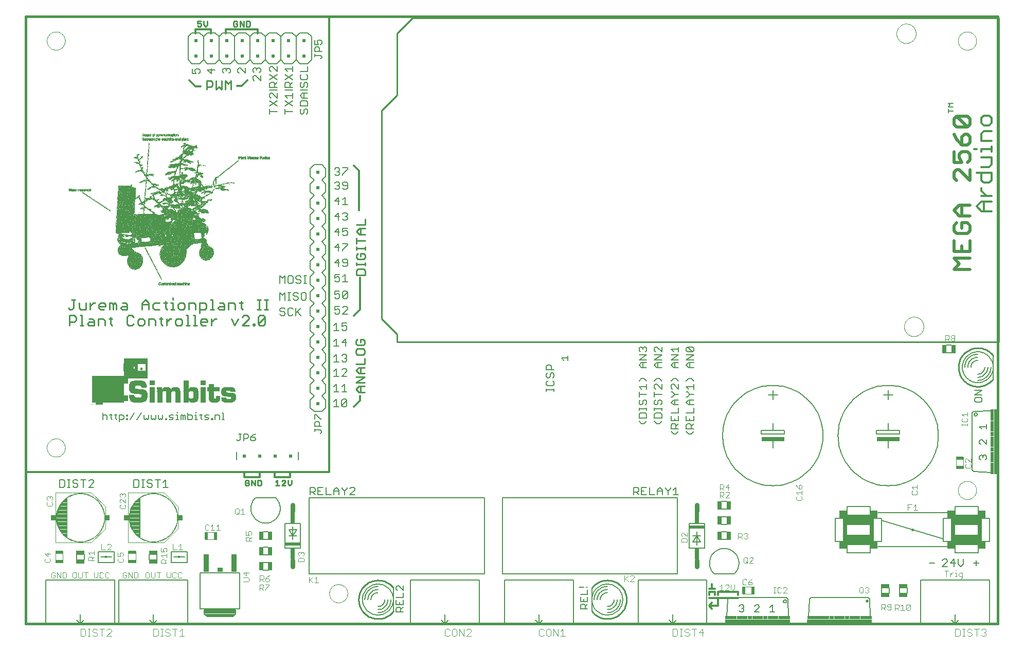
<source format=gto>
G75*
G70*
%OFA0B0*%
%FSLAX24Y24*%
%IPPOS*%
%LPD*%
%AMOC8*
5,1,8,0,0,1.08239X$1,22.5*
%
%ADD10C,0.0100*%
%ADD11C,0.0120*%
%ADD12C,0.0130*%
%ADD13C,0.0070*%
%ADD14C,0.0080*%
%ADD15C,0.0060*%
%ADD16C,0.0090*%
%ADD17C,0.0190*%
%ADD18C,0.0000*%
%ADD19C,0.0160*%
%ADD20C,0.0040*%
%ADD21R,0.0001X0.0000*%
%ADD22R,0.0001X0.0000*%
%ADD23R,0.0005X0.0000*%
%ADD24R,0.0001X0.0000*%
%ADD25R,0.0000X0.0000*%
%ADD26R,0.0000X0.0000*%
%ADD27R,0.0001X0.0000*%
%ADD28R,0.0001X0.0000*%
%ADD29R,0.0000X0.0000*%
%ADD30R,0.0001X0.0000*%
%ADD31R,0.0001X0.0000*%
%ADD32R,0.0001X0.0000*%
%ADD33R,0.0001X0.0000*%
%ADD34R,0.0001X0.0000*%
%ADD35R,0.0001X0.0000*%
%ADD36R,0.0001X0.0000*%
%ADD37R,0.0001X0.0000*%
%ADD38R,0.0001X0.0000*%
%ADD39R,0.0001X0.0000*%
%ADD40R,0.0001X0.0000*%
%ADD41R,0.0001X0.0000*%
%ADD42R,0.0001X0.0000*%
%ADD43R,0.0001X0.0000*%
%ADD44R,0.0001X0.0000*%
%ADD45R,0.0002X0.0000*%
%ADD46R,0.0001X0.0000*%
%ADD47R,0.0001X0.0000*%
%ADD48R,0.0002X0.0000*%
%ADD49R,0.0001X0.0000*%
%ADD50R,0.0001X0.0000*%
%ADD51R,0.0001X0.0000*%
%ADD52R,0.0002X0.0000*%
%ADD53R,0.0001X0.0000*%
%ADD54R,0.0001X0.0000*%
%ADD55R,0.0002X0.0000*%
%ADD56R,0.0001X0.0000*%
%ADD57R,0.0002X0.0000*%
%ADD58R,0.0002X0.0000*%
%ADD59R,0.0001X0.0000*%
%ADD60R,0.0001X0.0000*%
%ADD61R,0.0002X0.0000*%
%ADD62R,0.0002X0.0000*%
%ADD63R,0.0001X0.0000*%
%ADD64R,0.0001X0.0000*%
%ADD65R,0.0002X0.0000*%
%ADD66R,0.0001X0.0000*%
%ADD67R,0.0001X0.0000*%
%ADD68R,0.0002X0.0000*%
%ADD69R,0.0002X0.0000*%
%ADD70R,0.0002X0.0000*%
%ADD71R,0.0002X0.0000*%
%ADD72R,0.0001X0.0000*%
%ADD73R,0.0002X0.0000*%
%ADD74R,0.0002X0.0000*%
%ADD75R,0.0001X0.0000*%
%ADD76R,0.0001X0.0000*%
%ADD77R,0.0002X0.0000*%
%ADD78R,0.0002X0.0000*%
%ADD79R,0.0001X0.0000*%
%ADD80R,0.0002X0.0000*%
%ADD81R,0.0002X0.0000*%
%ADD82R,0.0001X0.0000*%
%ADD83R,0.0001X0.0000*%
%ADD84R,0.0002X0.0000*%
%ADD85R,0.0001X0.0000*%
%ADD86R,0.0002X0.0000*%
%ADD87R,0.0002X0.0000*%
%ADD88R,0.0001X0.0000*%
%ADD89R,0.0002X0.0000*%
%ADD90R,0.0002X0.0000*%
%ADD91R,0.0002X0.0000*%
%ADD92R,0.0002X0.0000*%
%ADD93R,0.0002X0.0000*%
%ADD94R,0.0002X0.0000*%
%ADD95R,0.0001X0.0000*%
%ADD96R,0.0002X0.0000*%
%ADD97R,0.0002X0.0000*%
%ADD98R,0.0002X0.0000*%
%ADD99R,0.0002X0.0000*%
%ADD100R,0.0001X0.0000*%
%ADD101R,0.0002X0.0000*%
%ADD102R,0.0002X0.0000*%
%ADD103R,0.0002X0.0000*%
%ADD104R,0.0001X0.0000*%
%ADD105R,0.0002X0.0000*%
%ADD106R,0.0002X0.0000*%
%ADD107R,0.0006X0.0000*%
%ADD108R,0.0002X0.0000*%
%ADD109R,0.0001X0.0000*%
%ADD110R,0.0002X0.0000*%
%ADD111R,0.0002X0.0000*%
%ADD112R,0.0002X0.0000*%
%ADD113R,0.0002X0.0000*%
%ADD114R,0.0001X0.0000*%
%ADD115R,0.0002X0.0000*%
%ADD116R,0.0002X0.0000*%
%ADD117R,0.0002X0.0000*%
%ADD118R,0.0001X0.0000*%
%ADD119R,0.0002X0.0000*%
%ADD120R,0.0003X0.0000*%
%ADD121R,0.0001X0.0000*%
%ADD122R,0.0002X0.0000*%
%ADD123R,0.0002X0.0000*%
%ADD124R,0.0003X0.0000*%
%ADD125R,0.0002X0.0000*%
%ADD126R,0.0002X0.0000*%
%ADD127R,0.0003X0.0000*%
%ADD128R,0.0002X0.0000*%
%ADD129R,0.0002X0.0000*%
%ADD130R,0.0003X0.0000*%
%ADD131R,0.0001X0.0000*%
%ADD132R,0.0002X0.0000*%
%ADD133R,0.0002X0.0000*%
%ADD134R,0.0003X0.0000*%
%ADD135R,0.0002X0.0000*%
%ADD136R,0.0002X0.0000*%
%ADD137R,0.0003X0.0000*%
%ADD138R,0.0002X0.0000*%
%ADD139R,0.0003X0.0000*%
%ADD140R,0.0002X0.0000*%
%ADD141R,0.0003X0.0000*%
%ADD142R,0.0001X0.0000*%
%ADD143R,0.0002X0.0000*%
%ADD144R,0.0003X0.0000*%
%ADD145R,0.0002X0.0000*%
%ADD146R,0.0002X0.0000*%
%ADD147R,0.0003X0.0000*%
%ADD148R,0.0002X0.0000*%
%ADD149R,0.0002X0.0000*%
%ADD150R,0.0003X0.0000*%
%ADD151R,0.0002X0.0000*%
%ADD152R,0.0003X0.0000*%
%ADD153R,0.0002X0.0000*%
%ADD154R,0.0003X0.0000*%
%ADD155R,0.0002X0.0000*%
%ADD156R,0.0002X0.0000*%
%ADD157R,0.0003X0.0000*%
%ADD158R,0.0003X0.0000*%
%ADD159R,0.0002X0.0000*%
%ADD160R,0.0002X0.0000*%
%ADD161R,0.0003X0.0000*%
%ADD162R,0.0002X0.0000*%
%ADD163R,0.0002X0.0000*%
%ADD164R,0.0002X0.0000*%
%ADD165R,0.0003X0.0000*%
%ADD166R,0.0002X0.0000*%
%ADD167R,0.0003X0.0000*%
%ADD168R,0.0002X0.0000*%
%ADD169R,0.0002X0.0000*%
%ADD170R,0.0003X0.0000*%
%ADD171R,0.0002X0.0000*%
%ADD172R,0.0002X0.0000*%
%ADD173R,0.0001X0.0000*%
%ADD174R,0.0003X0.0000*%
%ADD175R,0.0001X0.0000*%
%ADD176R,0.0001X0.0000*%
%ADD177R,0.0001X0.0000*%
%ADD178R,0.0001X0.0000*%
%ADD179R,0.0003X0.0000*%
%ADD180R,0.0001X0.0000*%
%ADD181R,0.0003X0.0000*%
%ADD182R,0.0002X0.0000*%
%ADD183R,0.0003X0.0000*%
%ADD184R,0.0001X0.0000*%
%ADD185R,0.0003X0.0000*%
%ADD186R,0.0002X0.0000*%
%ADD187R,0.0001X0.0000*%
%ADD188R,0.0001X0.0000*%
%ADD189R,0.0001X0.0000*%
%ADD190R,0.0003X0.0000*%
%ADD191R,0.0001X0.0000*%
%ADD192R,0.0003X0.0000*%
%ADD193R,0.0001X0.0000*%
%ADD194R,0.0001X0.0000*%
%ADD195R,0.0001X0.0000*%
%ADD196R,0.0001X0.0000*%
%ADD197R,0.0001X0.0000*%
%ADD198R,0.0003X0.0000*%
%ADD199R,0.0001X0.0000*%
%ADD200R,0.0003X0.0000*%
%ADD201R,0.0001X0.0000*%
%ADD202R,0.0001X0.0000*%
%ADD203R,0.0001X0.0000*%
%ADD204R,0.0001X0.0000*%
%ADD205R,0.0003X0.0000*%
%ADD206R,0.0003X0.0000*%
%ADD207R,0.0001X0.0000*%
%ADD208R,0.0001X0.0000*%
%ADD209R,0.0001X0.0000*%
%ADD210R,0.0003X0.0000*%
%ADD211R,0.0003X0.0000*%
%ADD212R,0.0001X0.0000*%
%ADD213R,0.0001X0.0000*%
%ADD214R,0.0001X0.0000*%
%ADD215R,0.0001X0.0000*%
%ADD216R,0.0001X0.0000*%
%ADD217R,0.0001X0.0000*%
%ADD218R,0.0001X0.0000*%
%ADD219R,0.0002X0.0000*%
%ADD220R,0.0002X0.0000*%
%ADD221R,0.0001X0.0000*%
%ADD222R,0.0002X0.0000*%
%ADD223R,0.0002X0.0000*%
%ADD224R,0.0002X0.0000*%
%ADD225R,0.0002X0.0000*%
%ADD226R,0.0002X0.0000*%
%ADD227R,0.0002X0.0000*%
%ADD228R,0.0002X0.0000*%
%ADD229R,0.0002X0.0000*%
%ADD230R,0.0001X0.0000*%
%ADD231R,0.0001X0.0000*%
%ADD232R,0.0002X0.0000*%
%ADD233R,0.0002X0.0000*%
%ADD234R,0.0002X0.0000*%
%ADD235R,0.0002X0.0000*%
%ADD236R,0.0002X0.0000*%
%ADD237R,0.0002X0.0000*%
%ADD238R,0.0002X0.0000*%
%ADD239R,0.0002X0.0000*%
%ADD240R,0.0002X0.0000*%
%ADD241R,0.0002X0.0000*%
%ADD242R,0.0003X0.0000*%
%ADD243R,0.0003X0.0000*%
%ADD244R,0.0002X0.0000*%
%ADD245R,0.0003X0.0000*%
%ADD246R,0.0003X0.0000*%
%ADD247R,0.0001X0.0000*%
%ADD248R,0.0003X0.0000*%
%ADD249R,0.0003X0.0000*%
%ADD250R,0.0001X0.0000*%
%ADD251R,0.0001X0.0000*%
%ADD252R,0.0001X0.0000*%
%ADD253R,0.0001X0.0000*%
%ADD254R,0.0001X0.0000*%
%ADD255R,0.0004X0.0000*%
%ADD256R,0.0003X0.0000*%
%ADD257R,0.0004X0.0000*%
%ADD258R,0.0003X0.0000*%
%ADD259R,0.0003X0.0000*%
%ADD260R,0.0003X0.0000*%
%ADD261R,0.0004X0.0000*%
%ADD262R,0.0002X0.0000*%
%ADD263R,0.0002X0.0000*%
%ADD264R,0.0001X0.0000*%
%ADD265R,0.0002X0.0000*%
%ADD266R,0.0002X0.0000*%
%ADD267R,0.0002X0.0000*%
%ADD268R,0.0002X0.0000*%
%ADD269R,0.0001X0.0000*%
%ADD270R,0.0001X0.0000*%
%ADD271R,0.0001X0.0000*%
%ADD272R,0.0001X0.0000*%
%ADD273R,0.0001X0.0000*%
%ADD274R,0.0001X0.0000*%
%ADD275R,0.0001X0.0000*%
%ADD276R,0.0002X0.0000*%
%ADD277R,0.0002X0.0000*%
%ADD278R,0.0002X0.0000*%
%ADD279R,0.0002X0.0000*%
%ADD280R,0.0001X0.0000*%
%ADD281R,0.0001X0.0000*%
%ADD282R,0.0001X0.0000*%
%ADD283R,0.0001X0.0000*%
%ADD284R,0.0001X0.0000*%
%ADD285R,0.0000X0.0000*%
%ADD286R,0.0000X0.0000*%
%ADD287R,0.0000X0.0000*%
%ADD288R,0.0001X0.0000*%
%ADD289R,0.0000X0.0000*%
%ADD290R,0.0000X0.0000*%
%ADD291R,0.0000X0.0000*%
%ADD292R,0.0001X0.0000*%
%ADD293R,0.0003X0.0000*%
%ADD294R,0.0003X0.0000*%
%ADD295R,0.0003X0.0000*%
%ADD296R,0.0003X0.0000*%
%ADD297R,0.0003X0.0000*%
%ADD298R,0.0003X0.0000*%
%ADD299R,0.0003X0.0000*%
%ADD300R,0.0006X0.0000*%
%ADD301R,0.0006X0.0000*%
%ADD302R,0.0003X0.0000*%
%ADD303R,0.0003X0.0000*%
%ADD304R,0.0002X0.0000*%
%ADD305R,0.0002X0.0000*%
%ADD306R,0.0002X0.0000*%
%ADD307R,0.0002X0.0000*%
%ADD308R,0.0009X0.0000*%
%ADD309R,0.0004X0.0000*%
%ADD310R,0.0000X0.0000*%
%ADD311R,0.0000X0.0000*%
%ADD312R,0.0461X0.0004*%
%ADD313R,0.0465X0.0004*%
%ADD314R,0.2063X0.0004*%
%ADD315R,0.0295X0.0004*%
%ADD316R,0.0138X0.0004*%
%ADD317R,0.0197X0.0004*%
%ADD318R,0.0287X0.0004*%
%ADD319R,0.0409X0.0004*%
%ADD320R,0.0193X0.0004*%
%ADD321R,0.0272X0.0004*%
%ADD322R,0.0374X0.0004*%
%ADD323R,0.0484X0.0004*%
%ADD324R,0.0315X0.0004*%
%ADD325R,0.0236X0.0004*%
%ADD326R,0.0327X0.0004*%
%ADD327R,0.0429X0.0004*%
%ADD328R,0.0535X0.0004*%
%ADD329R,0.0319X0.0004*%
%ADD330R,0.0268X0.0004*%
%ADD331R,0.0366X0.0004*%
%ADD332R,0.0476X0.0004*%
%ADD333R,0.0579X0.0004*%
%ADD334R,0.0394X0.0004*%
%ADD335R,0.0512X0.0004*%
%ADD336R,0.0618X0.0004*%
%ADD337R,0.0421X0.0004*%
%ADD338R,0.0539X0.0004*%
%ADD339R,0.0650X0.0004*%
%ADD340R,0.0339X0.0004*%
%ADD341R,0.0441X0.0004*%
%ADD342R,0.0563X0.0004*%
%ADD343R,0.0681X0.0004*%
%ADD344R,0.0354X0.0004*%
%ADD345R,0.0591X0.0004*%
%ADD346R,0.0709X0.0004*%
%ADD347R,0.0480X0.0004*%
%ADD348R,0.0606X0.0004*%
%ADD349R,0.0728X0.0004*%
%ADD350R,0.0386X0.0004*%
%ADD351R,0.0496X0.0004*%
%ADD352R,0.0630X0.0004*%
%ADD353R,0.0752X0.0004*%
%ADD354R,0.0402X0.0004*%
%ADD355R,0.0508X0.0004*%
%ADD356R,0.0776X0.0004*%
%ADD357R,0.0413X0.0004*%
%ADD358R,0.0524X0.0004*%
%ADD359R,0.0661X0.0004*%
%ADD360R,0.0791X0.0004*%
%ADD361R,0.0677X0.0004*%
%ADD362R,0.0811X0.0004*%
%ADD363R,0.0547X0.0004*%
%ADD364R,0.0693X0.0004*%
%ADD365R,0.0831X0.0004*%
%ADD366R,0.0449X0.0004*%
%ADD367R,0.0555X0.0004*%
%ADD368R,0.0705X0.0004*%
%ADD369R,0.0846X0.0004*%
%ADD370R,0.0567X0.0004*%
%ADD371R,0.0717X0.0004*%
%ADD372R,0.0858X0.0004*%
%ADD373R,0.0469X0.0004*%
%ADD374R,0.0575X0.0004*%
%ADD375R,0.0874X0.0004*%
%ADD376R,0.0583X0.0004*%
%ADD377R,0.0740X0.0004*%
%ADD378R,0.0886X0.0004*%
%ADD379R,0.0488X0.0004*%
%ADD380R,0.0748X0.0004*%
%ADD381R,0.0902X0.0004*%
%ADD382R,0.0598X0.0004*%
%ADD383R,0.0760X0.0004*%
%ADD384R,0.0913X0.0004*%
%ADD385R,0.0504X0.0004*%
%ADD386R,0.0768X0.0004*%
%ADD387R,0.0921X0.0004*%
%ADD388R,0.0614X0.0004*%
%ADD389R,0.0933X0.0004*%
%ADD390R,0.0516X0.0004*%
%ADD391R,0.0622X0.0004*%
%ADD392R,0.0783X0.0004*%
%ADD393R,0.0945X0.0004*%
%ADD394R,0.0626X0.0004*%
%ADD395R,0.2303X0.0004*%
%ADD396R,0.0953X0.0004*%
%ADD397R,0.0531X0.0004*%
%ADD398R,0.0803X0.0004*%
%ADD399R,0.0961X0.0004*%
%ADD400R,0.0638X0.0004*%
%ADD401R,0.0972X0.0004*%
%ADD402R,0.0543X0.0004*%
%ADD403R,0.0646X0.0004*%
%ADD404R,0.0819X0.0004*%
%ADD405R,0.0980X0.0004*%
%ADD406R,0.0551X0.0004*%
%ADD407R,0.0823X0.0004*%
%ADD408R,0.0988X0.0004*%
%ADD409R,0.0311X0.0004*%
%ADD410R,0.0654X0.0004*%
%ADD411R,0.0827X0.0004*%
%ADD412R,0.0996X0.0004*%
%ADD413R,0.0657X0.0004*%
%ADD414R,0.0835X0.0004*%
%ADD415R,0.1004X0.0004*%
%ADD416R,0.0843X0.0004*%
%ADD417R,0.1012X0.0004*%
%ADD418R,0.0571X0.0004*%
%ADD419R,0.0665X0.0004*%
%ADD420R,0.1020X0.0004*%
%ADD421R,0.0669X0.0004*%
%ADD422R,0.0854X0.0004*%
%ADD423R,0.1024X0.0004*%
%ADD424R,0.0673X0.0004*%
%ADD425R,0.1031X0.0004*%
%ADD426R,0.0862X0.0004*%
%ADD427R,0.1039X0.0004*%
%ADD428R,0.0587X0.0004*%
%ADD429R,0.0870X0.0004*%
%ADD430R,0.1047X0.0004*%
%ADD431R,0.0594X0.0004*%
%ADD432R,0.0685X0.0004*%
%ADD433R,0.1055X0.0004*%
%ADD434R,0.0689X0.0004*%
%ADD435R,0.0882X0.0004*%
%ADD436R,0.1059X0.0004*%
%ADD437R,0.0602X0.0004*%
%ADD438R,0.1067X0.0004*%
%ADD439R,0.0890X0.0004*%
%ADD440R,0.1071X0.0004*%
%ADD441R,0.0697X0.0004*%
%ADD442R,0.0894X0.0004*%
%ADD443R,0.1075X0.0004*%
%ADD444R,0.1083X0.0004*%
%ADD445R,0.0701X0.0004*%
%ADD446R,0.1091X0.0004*%
%ADD447R,0.0937X0.0004*%
%ADD448R,0.0941X0.0004*%
%ADD449R,0.0909X0.0004*%
%ADD450R,0.1098X0.0004*%
%ADD451R,0.1106X0.0004*%
%ADD452R,0.0713X0.0004*%
%ADD453R,0.0917X0.0004*%
%ADD454R,0.1114X0.0004*%
%ADD455R,0.0949X0.0004*%
%ADD456R,0.0406X0.0004*%
%ADD457R,0.1122X0.0004*%
%ADD458R,0.0378X0.0004*%
%ADD459R,0.0346X0.0004*%
%ADD460R,0.0370X0.0004*%
%ADD461R,0.0335X0.0004*%
%ADD462R,0.1126X0.0004*%
%ADD463R,0.0362X0.0004*%
%ADD464R,0.1130X0.0004*%
%ADD465R,0.0720X0.0004*%
%ADD466R,0.1134X0.0004*%
%ADD467R,0.0343X0.0004*%
%ADD468R,0.1138X0.0004*%
%ADD469R,0.0957X0.0004*%
%ADD470R,0.0350X0.0004*%
%ADD471R,0.0307X0.0004*%
%ADD472R,0.1142X0.0004*%
%ADD473R,0.1146X0.0004*%
%ADD474R,0.0437X0.0004*%
%ADD475R,0.0283X0.0004*%
%ADD476R,0.0331X0.0004*%
%ADD477R,0.0398X0.0004*%
%ADD478R,0.0276X0.0004*%
%ADD479R,0.1150X0.0004*%
%ADD480R,0.0390X0.0004*%
%ADD481R,0.1154X0.0004*%
%ADD482R,0.0382X0.0004*%
%ADD483R,0.0323X0.0004*%
%ADD484R,0.0264X0.0004*%
%ADD485R,0.1157X0.0004*%
%ADD486R,0.1161X0.0004*%
%ADD487R,0.0358X0.0004*%
%ADD488R,0.0260X0.0004*%
%ADD489R,0.1165X0.0004*%
%ADD490R,0.1169X0.0004*%
%ADD491R,0.0445X0.0004*%
%ADD492R,0.0417X0.0004*%
%ADD493R,0.0256X0.0004*%
%ADD494R,0.0610X0.0004*%
%ADD495R,0.0744X0.0004*%
%ADD496R,0.0756X0.0004*%
%ADD497R,0.0772X0.0004*%
%ADD498R,0.0795X0.0004*%
%ADD499R,0.0850X0.0004*%
%ADD500R,0.0866X0.0004*%
%ADD501R,0.0433X0.0004*%
%ADD502R,0.0520X0.0004*%
%ADD503R,0.0642X0.0004*%
%ADD504R,0.0736X0.0004*%
%ADD505R,0.0780X0.0004*%
%ADD506R,0.0807X0.0004*%
%ADD507R,0.0799X0.0004*%
%ADD508R,0.0787X0.0004*%
%ADD509R,0.0925X0.0004*%
%ADD510R,0.0965X0.0004*%
%ADD511R,0.0976X0.0004*%
%ADD512R,0.0984X0.0004*%
%ADD513R,0.0992X0.0004*%
%ADD514R,0.1028X0.0004*%
%ADD515R,0.1035X0.0004*%
%ADD516R,0.1051X0.0004*%
%ADD517R,0.1063X0.0004*%
%ADD518R,0.0299X0.0004*%
%ADD519R,0.0303X0.0004*%
%ADD520R,0.0453X0.0004*%
%ADD521R,0.1492X0.0004*%
%ADD522R,0.1043X0.0004*%
%ADD523R,0.1488X0.0004*%
%ADD524R,0.1016X0.0004*%
%ADD525R,0.1008X0.0004*%
%ADD526R,0.1484X0.0004*%
%ADD527R,0.0878X0.0004*%
%ADD528R,0.0929X0.0004*%
%ADD529R,0.0724X0.0004*%
%ADD530R,0.0559X0.0004*%
%ADD531R,0.0528X0.0004*%
%ADD532R,0.0500X0.0004*%
%ADD533R,0.0492X0.0004*%
%ADD534R,0.0472X0.0004*%
%ADD535R,0.0457X0.0004*%
%ADD536R,0.0732X0.0004*%
%ADD537R,0.0252X0.0004*%
%ADD538R,0.0217X0.0004*%
%ADD539R,0.0201X0.0004*%
%ADD540R,0.0224X0.0004*%
%ADD541R,0.0169X0.0004*%
%ADD542R,0.0157X0.0004*%
%ADD543R,0.0181X0.0004*%
%ADD544R,0.0102X0.0004*%
%ADD545R,0.0098X0.0004*%
%ADD546R,0.0110X0.0004*%
%ADD547R,0.0228X0.0004*%
%ADD548R,0.1118X0.0004*%
%ADD549R,0.1110X0.0004*%
%ADD550R,0.1102X0.0004*%
%ADD551R,0.1094X0.0004*%
%ADD552R,0.1087X0.0004*%
%ADD553R,0.1079X0.0004*%
%ADD554R,0.2346X0.0004*%
%ADD555R,0.2350X0.0004*%
%ADD556R,0.1000X0.0004*%
%ADD557R,0.0969X0.0004*%
%ADD558R,0.0764X0.0004*%
%ADD559R,0.3602X0.0004*%
%ADD560R,0.1555X0.0004*%
%ADD561R,0.0142X0.0004*%
%ADD562R,0.0134X0.0004*%
%ADD563C,0.0110*%
%ADD564R,0.0020X0.0020*%
%ADD565R,0.0039X0.0020*%
%ADD566R,0.0079X0.0020*%
%ADD567R,0.0059X0.0020*%
%ADD568R,0.0118X0.0020*%
%ADD569R,0.0157X0.0020*%
%ADD570R,0.0138X0.0020*%
%ADD571R,0.0276X0.0020*%
%ADD572R,0.0098X0.0020*%
%ADD573R,0.0197X0.0020*%
%ADD574R,0.0177X0.0020*%
%ADD575R,0.0236X0.0020*%
%ADD576R,0.0295X0.0020*%
%ADD577R,0.0217X0.0020*%
%ADD578R,0.0374X0.0020*%
%ADD579R,0.0433X0.0020*%
%ADD580R,0.0256X0.0020*%
%ADD581R,0.0492X0.0020*%
%ADD582R,0.0413X0.0020*%
%ADD583R,0.0472X0.0020*%
%ADD584R,0.0630X0.0020*%
%ADD585R,0.0453X0.0020*%
%ADD586R,0.0315X0.0020*%
%ADD587R,0.0531X0.0020*%
%ADD588R,0.0354X0.0020*%
%ADD589R,0.0394X0.0020*%
%ADD590R,0.0512X0.0020*%
%ADD591R,0.0335X0.0020*%
%ADD592R,0.0551X0.0020*%
%ADD593R,0.0728X0.0020*%
%ADD594R,0.0650X0.0020*%
%ADD595R,0.0748X0.0020*%
%ADD596R,0.0610X0.0020*%
%ADD597R,0.0591X0.0020*%
%ADD598R,0.0571X0.0020*%
%ADD599R,0.0886X0.0020*%
%ADD600R,0.0827X0.0020*%
%ADD601R,0.0709X0.0020*%
%ADD602R,0.0669X0.0020*%
%ADD603R,0.1102X0.0020*%
%ADD604C,0.0300*%
%ADD605R,0.1000X0.0200*%
%ADD606R,0.0300X0.0750*%
%ADD607R,0.0256X0.0551*%
%ADD608C,0.0030*%
%ADD609C,0.0050*%
%ADD610R,0.0197X0.0512*%
%ADD611R,0.0340X0.1140*%
%ADD612R,0.0340X0.0300*%
%ADD613C,0.0079*%
%ADD614R,0.0300X0.4200*%
%ADD615R,0.0200X0.0750*%
%ADD616R,0.0200X0.0300*%
%ADD617R,0.0200X0.0700*%
%ADD618R,0.1500X0.0250*%
%ADD619R,0.0512X0.0197*%
%ADD620C,0.0000*%
%ADD621R,0.0374X0.0354*%
%ADD622R,0.0157X0.0118*%
%ADD623R,0.0551X0.0256*%
%ADD624C,0.0200*%
%ADD625R,0.4200X0.0300*%
%ADD626R,0.0750X0.0200*%
%ADD627R,0.0300X0.0200*%
%ADD628R,0.0700X0.0200*%
%ADD629R,0.0500X0.0500*%
%ADD630R,0.0250X0.2000*%
%ADD631R,0.1500X0.0700*%
%ADD632R,0.0200X0.0200*%
D10*
X024979Y002227D02*
X024936Y002173D01*
X024890Y002121D01*
X024841Y002072D01*
X024789Y002025D01*
X024735Y001982D01*
X024679Y001941D01*
X024620Y001904D01*
X024560Y001870D01*
X024497Y001840D01*
X024434Y001813D01*
X024368Y001789D01*
X024302Y001769D01*
X024234Y001753D01*
X024166Y001741D01*
X024097Y001733D01*
X024028Y001728D01*
X023958Y001727D01*
X023889Y001730D01*
X023820Y001737D01*
X023752Y001748D01*
X023684Y001762D01*
X023617Y001781D01*
X023551Y001803D01*
X023486Y001828D01*
X023423Y001857D01*
X023362Y001890D01*
X023303Y001926D01*
X023246Y001965D01*
X023190Y002007D01*
X023138Y002052D01*
X023088Y002100D01*
X023041Y002151D01*
X022996Y002205D01*
X022955Y002260D01*
X022917Y002318D01*
X022882Y002378D01*
X022850Y002440D01*
X022822Y002503D01*
X022798Y002568D01*
X022777Y002634D01*
X022760Y002702D01*
X022746Y002770D01*
X022737Y002839D01*
X022731Y002908D01*
X022729Y002977D01*
X022731Y003046D01*
X022737Y003115D01*
X022746Y003184D01*
X022760Y003252D01*
X022777Y003320D01*
X022798Y003386D01*
X022822Y003451D01*
X022850Y003514D01*
X022882Y003576D01*
X022917Y003636D01*
X022955Y003694D01*
X022996Y003749D01*
X023041Y003803D01*
X023088Y003854D01*
X023138Y003902D01*
X023190Y003947D01*
X023246Y003989D01*
X023303Y004028D01*
X023362Y004064D01*
X023423Y004097D01*
X023486Y004126D01*
X023551Y004151D01*
X023617Y004173D01*
X023684Y004192D01*
X023752Y004206D01*
X023820Y004217D01*
X023889Y004224D01*
X023958Y004227D01*
X024028Y004226D01*
X024097Y004221D01*
X024166Y004213D01*
X024234Y004201D01*
X024302Y004185D01*
X024368Y004165D01*
X024434Y004141D01*
X024497Y004114D01*
X024560Y004084D01*
X024620Y004050D01*
X024679Y004013D01*
X024735Y003972D01*
X024789Y003929D01*
X024841Y003882D01*
X024890Y003833D01*
X024936Y003781D01*
X024979Y003727D01*
X037841Y003727D02*
X037884Y003781D01*
X037930Y003833D01*
X037979Y003882D01*
X038031Y003929D01*
X038085Y003972D01*
X038141Y004013D01*
X038200Y004050D01*
X038260Y004084D01*
X038323Y004114D01*
X038386Y004141D01*
X038452Y004165D01*
X038518Y004185D01*
X038586Y004201D01*
X038654Y004213D01*
X038723Y004221D01*
X038792Y004226D01*
X038862Y004227D01*
X038931Y004224D01*
X039000Y004217D01*
X039068Y004206D01*
X039136Y004192D01*
X039203Y004173D01*
X039269Y004151D01*
X039334Y004126D01*
X039397Y004097D01*
X039458Y004064D01*
X039517Y004028D01*
X039574Y003989D01*
X039630Y003947D01*
X039682Y003902D01*
X039732Y003854D01*
X039779Y003803D01*
X039824Y003749D01*
X039865Y003694D01*
X039903Y003636D01*
X039938Y003576D01*
X039970Y003514D01*
X039998Y003451D01*
X040022Y003386D01*
X040043Y003320D01*
X040060Y003252D01*
X040074Y003184D01*
X040083Y003115D01*
X040089Y003046D01*
X040091Y002977D01*
X040089Y002908D01*
X040083Y002839D01*
X040074Y002770D01*
X040060Y002702D01*
X040043Y002634D01*
X040022Y002568D01*
X039998Y002503D01*
X039970Y002440D01*
X039938Y002378D01*
X039903Y002318D01*
X039865Y002260D01*
X039824Y002205D01*
X039779Y002151D01*
X039732Y002100D01*
X039682Y002052D01*
X039630Y002007D01*
X039574Y001965D01*
X039517Y001926D01*
X039458Y001890D01*
X039397Y001857D01*
X039334Y001828D01*
X039269Y001803D01*
X039203Y001781D01*
X039136Y001762D01*
X039068Y001748D01*
X039000Y001737D01*
X038931Y001730D01*
X038862Y001727D01*
X038792Y001728D01*
X038723Y001733D01*
X038654Y001741D01*
X038586Y001753D01*
X038518Y001769D01*
X038452Y001789D01*
X038386Y001813D01*
X038323Y001840D01*
X038260Y001870D01*
X038200Y001904D01*
X038141Y001941D01*
X038085Y001982D01*
X038031Y002025D01*
X037979Y002072D01*
X037930Y002121D01*
X037884Y002173D01*
X037841Y002227D01*
X023119Y016426D02*
X022745Y016426D01*
X022558Y016613D01*
X022745Y016800D01*
X023119Y016800D01*
X023119Y017034D02*
X022558Y017034D01*
X023119Y017407D01*
X022558Y017407D01*
X022745Y017641D02*
X022558Y017828D01*
X022745Y018015D01*
X023119Y018015D01*
X023119Y018249D02*
X023119Y018623D01*
X023025Y018857D02*
X023119Y018950D01*
X023119Y019137D01*
X023025Y019230D01*
X022652Y019230D01*
X022558Y019137D01*
X022558Y018950D01*
X022652Y018857D01*
X023025Y018857D01*
X023025Y019464D02*
X023119Y019558D01*
X023119Y019745D01*
X023025Y019838D01*
X022839Y019838D01*
X022839Y019651D01*
X023025Y019464D02*
X022652Y019464D01*
X022558Y019558D01*
X022558Y019745D01*
X022652Y019838D01*
X024215Y021170D02*
X025215Y020170D01*
X025215Y019670D01*
X064215Y019670D01*
X064215Y040670D01*
X026215Y040670D01*
X025215Y039670D01*
X025215Y035670D01*
X024215Y034670D01*
X024215Y021170D01*
X023146Y024022D02*
X022586Y024022D01*
X022586Y024303D01*
X022679Y024396D01*
X023053Y024396D01*
X023146Y024303D01*
X023146Y024022D01*
X023146Y024630D02*
X023146Y024817D01*
X023146Y024724D02*
X022586Y024724D01*
X022586Y024817D02*
X022586Y024630D01*
X022679Y025035D02*
X022586Y025129D01*
X022586Y025316D01*
X022679Y025409D01*
X022866Y025409D02*
X022866Y025222D01*
X022866Y025409D02*
X023053Y025409D01*
X023146Y025316D01*
X023146Y025129D01*
X023053Y025035D01*
X022679Y025035D01*
X022586Y025643D02*
X022586Y025830D01*
X022586Y025736D02*
X023146Y025736D01*
X023146Y025643D02*
X023146Y025830D01*
X023146Y026235D02*
X022586Y026235D01*
X022586Y026048D02*
X022586Y026422D01*
X022772Y026656D02*
X022586Y026843D01*
X022772Y027030D01*
X023146Y027030D01*
X023146Y027264D02*
X023146Y027637D01*
X023146Y027264D02*
X022586Y027264D01*
X022866Y027030D02*
X022866Y026656D01*
X022772Y026656D02*
X023146Y026656D01*
X023119Y018249D02*
X022558Y018249D01*
X022839Y018015D02*
X022839Y017641D01*
X022745Y017641D02*
X023119Y017641D01*
X022839Y016800D02*
X022839Y016426D01*
X014466Y036037D02*
X014466Y036598D01*
X014280Y036411D01*
X014093Y036598D01*
X014093Y036037D01*
X013859Y036037D02*
X013672Y036224D01*
X013485Y036037D01*
X013485Y036598D01*
X013251Y036504D02*
X013251Y036317D01*
X013158Y036224D01*
X012877Y036224D01*
X012877Y036037D02*
X012877Y036598D01*
X013158Y036598D01*
X013251Y036504D01*
X013859Y036598D02*
X013859Y036037D01*
X063857Y018786D02*
X063814Y018840D01*
X063768Y018892D01*
X063719Y018941D01*
X063667Y018988D01*
X063613Y019031D01*
X063557Y019072D01*
X063498Y019109D01*
X063438Y019143D01*
X063375Y019173D01*
X063312Y019200D01*
X063246Y019224D01*
X063180Y019244D01*
X063112Y019260D01*
X063044Y019272D01*
X062975Y019280D01*
X062906Y019285D01*
X062836Y019286D01*
X062767Y019283D01*
X062698Y019276D01*
X062630Y019265D01*
X062562Y019251D01*
X062495Y019232D01*
X062429Y019210D01*
X062364Y019185D01*
X062301Y019156D01*
X062240Y019123D01*
X062181Y019087D01*
X062124Y019048D01*
X062068Y019006D01*
X062016Y018961D01*
X061966Y018913D01*
X061919Y018862D01*
X061874Y018808D01*
X061833Y018753D01*
X061795Y018695D01*
X061760Y018635D01*
X061728Y018573D01*
X061700Y018510D01*
X061676Y018445D01*
X061655Y018379D01*
X061638Y018311D01*
X061624Y018243D01*
X061615Y018174D01*
X061609Y018105D01*
X061607Y018036D01*
X061609Y017967D01*
X061615Y017898D01*
X061624Y017829D01*
X061638Y017761D01*
X061655Y017693D01*
X061676Y017627D01*
X061700Y017562D01*
X061728Y017499D01*
X061760Y017437D01*
X061795Y017377D01*
X061833Y017319D01*
X061874Y017264D01*
X061919Y017210D01*
X061966Y017159D01*
X062016Y017111D01*
X062068Y017066D01*
X062124Y017024D01*
X062181Y016985D01*
X062240Y016949D01*
X062301Y016916D01*
X062364Y016887D01*
X062429Y016862D01*
X062495Y016840D01*
X062562Y016821D01*
X062630Y016807D01*
X062698Y016796D01*
X062767Y016789D01*
X062836Y016786D01*
X062906Y016787D01*
X062975Y016792D01*
X063044Y016800D01*
X063112Y016812D01*
X063180Y016828D01*
X063246Y016848D01*
X063312Y016872D01*
X063375Y016899D01*
X063438Y016929D01*
X063498Y016963D01*
X063557Y017000D01*
X063613Y017041D01*
X063667Y017084D01*
X063719Y017131D01*
X063768Y017180D01*
X063814Y017232D01*
X063857Y017286D01*
D11*
X045632Y003961D02*
X045632Y003666D01*
X045436Y003666D01*
X045632Y003666D02*
X045829Y003666D01*
X045829Y003469D02*
X045436Y003469D01*
X045436Y003272D01*
X045436Y003075D02*
X046026Y003075D01*
X046026Y002583D01*
X045436Y002583D01*
X045632Y002386D01*
X045436Y002583D02*
X045632Y002780D01*
X046026Y003075D02*
X047306Y003075D01*
X047306Y003272D02*
X047306Y003469D01*
X046026Y003469D01*
X046026Y003272D01*
X045829Y003272D02*
X045829Y003469D01*
X022809Y015868D02*
X022409Y015468D01*
X022809Y015868D02*
X022809Y016176D01*
X020829Y011245D02*
X020829Y040772D01*
X001144Y040772D01*
X001144Y011245D01*
X020829Y011245D01*
X018298Y011158D02*
X018298Y010908D01*
X017298Y010908D01*
X017298Y011158D01*
X016329Y011158D02*
X016329Y010908D01*
X015329Y010908D01*
X015329Y011158D01*
X022409Y021373D02*
X022809Y021773D01*
X022809Y023853D01*
X022760Y028201D02*
X022760Y030769D01*
X022410Y031119D01*
X015507Y036633D02*
X015157Y036283D01*
X014853Y036283D01*
X012473Y036234D02*
X012165Y036234D01*
X011765Y036634D01*
X012140Y039678D02*
X012140Y039928D01*
X013140Y039928D01*
X013140Y039678D01*
X014109Y039678D02*
X014109Y039928D01*
X016191Y039928D01*
X016191Y039678D01*
D12*
X062610Y032182D02*
X062771Y032182D01*
X063095Y032182D02*
X063742Y032182D01*
X063742Y032020D02*
X063742Y032344D01*
X063742Y032695D02*
X063095Y032695D01*
X063095Y033181D01*
X063257Y033343D01*
X063742Y033343D01*
X063580Y033708D02*
X063742Y033870D01*
X063742Y034194D01*
X063580Y034355D01*
X063257Y034355D01*
X063095Y034194D01*
X063095Y033870D01*
X063257Y033708D01*
X063580Y033708D01*
X063095Y032182D02*
X063095Y032020D01*
X063095Y031654D02*
X063742Y031654D01*
X063742Y031169D01*
X063580Y031007D01*
X063095Y031007D01*
X063095Y030642D02*
X063095Y030156D01*
X063257Y029994D01*
X063580Y029994D01*
X063742Y030156D01*
X063742Y030642D01*
X062771Y030642D01*
X063095Y029636D02*
X063095Y029474D01*
X063419Y029150D01*
X063742Y029150D02*
X063095Y029150D01*
X063095Y028785D02*
X063742Y028785D01*
X063257Y028785D02*
X063257Y028137D01*
X063095Y028137D02*
X063742Y028137D01*
X063095Y028137D02*
X062771Y028461D01*
X063095Y028785D01*
D13*
X044445Y019277D02*
X044445Y019113D01*
X044364Y019032D01*
X044037Y019359D01*
X044364Y019359D01*
X044445Y019277D01*
X044364Y019032D02*
X044037Y019032D01*
X043955Y019113D01*
X043955Y019277D01*
X044037Y019359D01*
X043955Y018843D02*
X044445Y018843D01*
X043955Y018516D01*
X044445Y018516D01*
X044445Y018327D02*
X044118Y018327D01*
X043955Y018164D01*
X044118Y018000D01*
X044445Y018000D01*
X044200Y018000D02*
X044200Y018327D01*
X043461Y018327D02*
X043134Y018327D01*
X042971Y018164D01*
X043134Y018000D01*
X043461Y018000D01*
X043216Y018000D02*
X043216Y018327D01*
X043461Y018516D02*
X042971Y018516D01*
X043461Y018843D01*
X042971Y018843D01*
X043134Y019032D02*
X042971Y019195D01*
X043461Y019195D01*
X043461Y019032D02*
X043461Y019359D01*
X042378Y019359D02*
X042378Y019032D01*
X042051Y019359D01*
X041970Y019359D01*
X041888Y019277D01*
X041888Y019113D01*
X041970Y019032D01*
X041888Y018843D02*
X042378Y018843D01*
X041888Y018516D01*
X042378Y018516D01*
X042378Y018327D02*
X042051Y018327D01*
X041888Y018164D01*
X042051Y018000D01*
X042378Y018000D01*
X042133Y018000D02*
X042133Y018327D01*
X041394Y018327D02*
X041067Y018327D01*
X040904Y018164D01*
X041067Y018000D01*
X041394Y018000D01*
X041149Y018000D02*
X041149Y018327D01*
X041394Y018516D02*
X040904Y018516D01*
X041394Y018843D01*
X040904Y018843D01*
X040985Y019032D02*
X040904Y019113D01*
X040904Y019277D01*
X040985Y019359D01*
X041067Y019359D01*
X041149Y019277D01*
X041231Y019359D01*
X041312Y019359D01*
X041394Y019277D01*
X041394Y019113D01*
X041312Y019032D01*
X041149Y019195D02*
X041149Y019277D01*
X041231Y017304D02*
X041067Y017304D01*
X040904Y017141D01*
X040904Y016789D02*
X041394Y016789D01*
X041394Y016952D02*
X041394Y016625D01*
X041067Y016625D02*
X040904Y016789D01*
X040904Y016437D02*
X040904Y016110D01*
X040904Y016273D02*
X041394Y016273D01*
X041312Y015921D02*
X041394Y015839D01*
X041394Y015676D01*
X041312Y015594D01*
X041149Y015676D02*
X041149Y015839D01*
X041231Y015921D01*
X041312Y015921D01*
X041149Y015676D02*
X041067Y015594D01*
X040985Y015594D01*
X040904Y015676D01*
X040904Y015839D01*
X040985Y015921D01*
X040904Y015414D02*
X040904Y015250D01*
X040904Y015332D02*
X041394Y015332D01*
X041394Y015250D02*
X041394Y015414D01*
X041312Y015062D02*
X040985Y015062D01*
X040904Y014980D01*
X040904Y014735D01*
X041394Y014735D01*
X041394Y014980D01*
X041312Y015062D01*
X041394Y014554D02*
X041231Y014391D01*
X041067Y014391D01*
X040904Y014554D01*
X041888Y014554D02*
X042051Y014391D01*
X042215Y014391D01*
X042378Y014554D01*
X042378Y014735D02*
X042378Y014980D01*
X042297Y015062D01*
X041970Y015062D01*
X041888Y014980D01*
X041888Y014735D01*
X042378Y014735D01*
X042378Y015250D02*
X042378Y015414D01*
X042378Y015332D02*
X041888Y015332D01*
X041888Y015250D02*
X041888Y015414D01*
X041970Y015594D02*
X042051Y015594D01*
X042133Y015676D01*
X042133Y015839D01*
X042215Y015921D01*
X042297Y015921D01*
X042378Y015839D01*
X042378Y015676D01*
X042297Y015594D01*
X041970Y015594D02*
X041888Y015676D01*
X041888Y015839D01*
X041970Y015921D01*
X041888Y016110D02*
X041888Y016437D01*
X041888Y016273D02*
X042378Y016273D01*
X042378Y016625D02*
X042051Y016952D01*
X041970Y016952D01*
X041888Y016871D01*
X041888Y016707D01*
X041970Y016625D01*
X042378Y016625D02*
X042378Y016952D01*
X042378Y017141D02*
X042215Y017304D01*
X042051Y017304D01*
X041888Y017141D01*
X041394Y017141D02*
X041231Y017304D01*
X042971Y017141D02*
X043134Y017304D01*
X043298Y017304D01*
X043461Y017141D01*
X043461Y016952D02*
X043461Y016625D01*
X043134Y016952D01*
X043052Y016952D01*
X042971Y016871D01*
X042971Y016707D01*
X043052Y016625D01*
X043052Y016437D02*
X042971Y016437D01*
X043052Y016437D02*
X043216Y016273D01*
X043461Y016273D01*
X043216Y016273D02*
X043052Y016110D01*
X042971Y016110D01*
X043134Y015921D02*
X043461Y015921D01*
X043216Y015921D02*
X043216Y015594D01*
X043134Y015594D02*
X043461Y015594D01*
X043461Y015405D02*
X043461Y015078D01*
X042971Y015078D01*
X042971Y014890D02*
X042971Y014563D01*
X043461Y014563D01*
X043461Y014890D01*
X043216Y014726D02*
X043216Y014563D01*
X043216Y014374D02*
X043052Y014374D01*
X042971Y014292D01*
X042971Y014047D01*
X043461Y014047D01*
X043298Y014047D02*
X043298Y014292D01*
X043216Y014374D01*
X043298Y014211D02*
X043461Y014374D01*
X043955Y014292D02*
X043955Y014047D01*
X044445Y014047D01*
X044282Y014047D02*
X044282Y014292D01*
X044200Y014374D01*
X044037Y014374D01*
X043955Y014292D01*
X043955Y014563D02*
X044445Y014563D01*
X044445Y014890D01*
X044445Y015078D02*
X044445Y015405D01*
X044445Y015594D02*
X044118Y015594D01*
X043955Y015758D01*
X044118Y015921D01*
X044445Y015921D01*
X044200Y015921D02*
X044200Y015594D01*
X044037Y016110D02*
X044200Y016273D01*
X044445Y016273D01*
X044200Y016273D02*
X044037Y016437D01*
X043955Y016437D01*
X044118Y016625D02*
X043955Y016789D01*
X044445Y016789D01*
X044445Y016952D02*
X044445Y016625D01*
X044445Y017141D02*
X044282Y017304D01*
X044118Y017304D01*
X043955Y017141D01*
X043955Y016110D02*
X044037Y016110D01*
X043134Y015921D02*
X042971Y015758D01*
X043134Y015594D01*
X043955Y015078D02*
X044445Y015078D01*
X044200Y014726D02*
X044200Y014563D01*
X043955Y014563D02*
X043955Y014890D01*
X044445Y014374D02*
X044282Y014211D01*
X044445Y013867D02*
X044282Y013703D01*
X044118Y013703D01*
X043955Y013867D01*
X043461Y013867D02*
X043298Y013703D01*
X043134Y013703D01*
X042971Y013867D01*
X042939Y010255D02*
X042939Y010173D01*
X042775Y010009D01*
X042775Y009764D01*
X042775Y010009D02*
X042612Y010173D01*
X042612Y010255D01*
X042423Y010091D02*
X042423Y009764D01*
X042423Y010009D02*
X042096Y010009D01*
X042096Y010091D02*
X042260Y010255D01*
X042423Y010091D01*
X042096Y010091D02*
X042096Y009764D01*
X041908Y009764D02*
X041581Y009764D01*
X041581Y010255D01*
X041392Y010255D02*
X041065Y010255D01*
X041065Y009764D01*
X041392Y009764D01*
X041228Y010009D02*
X041065Y010009D01*
X040876Y010009D02*
X040795Y009928D01*
X040549Y009928D01*
X040549Y009764D02*
X040549Y010255D01*
X040795Y010255D01*
X040876Y010173D01*
X040876Y010009D01*
X040713Y009928D02*
X040876Y009764D01*
X043128Y009764D02*
X043454Y009764D01*
X043291Y009764D02*
X043291Y010255D01*
X043128Y010091D01*
X035382Y016486D02*
X035382Y016649D01*
X035382Y016568D02*
X034892Y016568D01*
X034892Y016649D02*
X034892Y016486D01*
X034974Y016830D02*
X035301Y016830D01*
X035382Y016911D01*
X035382Y017075D01*
X035301Y017156D01*
X035301Y017345D02*
X035382Y017427D01*
X035382Y017590D01*
X035301Y017672D01*
X035219Y017672D01*
X035137Y017590D01*
X035137Y017427D01*
X035055Y017345D01*
X034974Y017345D01*
X034892Y017427D01*
X034892Y017590D01*
X034974Y017672D01*
X034892Y017861D02*
X034892Y018106D01*
X034974Y018188D01*
X035137Y018188D01*
X035219Y018106D01*
X035219Y017861D01*
X035382Y017861D02*
X034892Y017861D01*
X034974Y017156D02*
X034892Y017075D01*
X034892Y016911D01*
X034974Y016830D01*
X021965Y016441D02*
X021638Y016441D01*
X021802Y016441D02*
X021802Y016932D01*
X021638Y016768D01*
X021450Y016441D02*
X021123Y016441D01*
X021286Y016441D02*
X021286Y016932D01*
X021123Y016768D01*
X021123Y017459D02*
X021450Y017459D01*
X021286Y017459D02*
X021286Y017949D01*
X021123Y017786D01*
X021638Y017868D02*
X021720Y017949D01*
X021884Y017949D01*
X021965Y017868D01*
X021965Y017786D01*
X021638Y017459D01*
X021965Y017459D01*
X021884Y018378D02*
X021720Y018378D01*
X021638Y018460D01*
X021450Y018378D02*
X021123Y018378D01*
X021286Y018378D02*
X021286Y018869D01*
X021123Y018705D01*
X021638Y018787D02*
X021720Y018869D01*
X021884Y018869D01*
X021965Y018787D01*
X021965Y018705D01*
X021884Y018623D01*
X021965Y018542D01*
X021965Y018460D01*
X021884Y018378D01*
X021884Y018623D02*
X021802Y018623D01*
X021884Y019396D02*
X021884Y019886D01*
X021638Y019641D01*
X021965Y019641D01*
X021450Y019396D02*
X021123Y019396D01*
X021286Y019396D02*
X021286Y019886D01*
X021123Y019723D01*
X021123Y020414D02*
X021450Y020414D01*
X021286Y020414D02*
X021286Y020905D01*
X021123Y020741D01*
X021638Y020660D02*
X021638Y020905D01*
X021965Y020905D01*
X021884Y020741D02*
X021965Y020660D01*
X021965Y020496D01*
X021884Y020414D01*
X021720Y020414D01*
X021638Y020496D01*
X021638Y020660D02*
X021802Y020741D01*
X021884Y020741D01*
X022014Y021486D02*
X021687Y021486D01*
X022014Y021813D01*
X022014Y021895D01*
X021932Y021977D01*
X021769Y021977D01*
X021687Y021895D01*
X021498Y021977D02*
X021171Y021977D01*
X021171Y021732D01*
X021335Y021813D01*
X021417Y021813D01*
X021498Y021732D01*
X021498Y021568D01*
X021417Y021486D01*
X021253Y021486D01*
X021171Y021568D01*
X021253Y022486D02*
X021171Y022568D01*
X021253Y022486D02*
X021417Y022486D01*
X021498Y022568D01*
X021498Y022732D01*
X021417Y022813D01*
X021335Y022813D01*
X021171Y022732D01*
X021171Y022977D01*
X021498Y022977D01*
X021687Y022895D02*
X021769Y022977D01*
X021932Y022977D01*
X022014Y022895D01*
X021687Y022568D01*
X021769Y022486D01*
X021932Y022486D01*
X022014Y022568D01*
X022014Y022895D01*
X021687Y022895D02*
X021687Y022568D01*
X021685Y023569D02*
X022012Y023569D01*
X021849Y023569D02*
X021849Y024059D01*
X021685Y023896D01*
X021496Y023814D02*
X021496Y023651D01*
X021415Y023569D01*
X021251Y023569D01*
X021169Y023651D01*
X021169Y023814D02*
X021333Y023896D01*
X021415Y023896D01*
X021496Y023814D01*
X021496Y024059D02*
X021169Y024059D01*
X021169Y023814D01*
X021415Y024569D02*
X021415Y025059D01*
X021169Y024814D01*
X021496Y024814D01*
X021685Y024896D02*
X021767Y024814D01*
X022012Y024814D01*
X022012Y024651D02*
X022012Y024978D01*
X021930Y025059D01*
X021767Y025059D01*
X021685Y024978D01*
X021685Y024896D01*
X021685Y024651D02*
X021767Y024569D01*
X021930Y024569D01*
X022012Y024651D01*
X021685Y025569D02*
X021685Y025651D01*
X022012Y025978D01*
X022012Y026059D01*
X021685Y026059D01*
X021415Y026059D02*
X021169Y025814D01*
X021496Y025814D01*
X021415Y025569D02*
X021415Y026059D01*
X021415Y026569D02*
X021415Y027059D01*
X021169Y026814D01*
X021496Y026814D01*
X021685Y026814D02*
X021849Y026896D01*
X021930Y026896D01*
X022012Y026814D01*
X022012Y026651D01*
X021930Y026569D01*
X021767Y026569D01*
X021685Y026651D01*
X021685Y026814D02*
X021685Y027059D01*
X022012Y027059D01*
X021930Y027569D02*
X021767Y027569D01*
X021685Y027651D01*
X021849Y027814D02*
X021930Y027814D01*
X022012Y027732D01*
X022012Y027651D01*
X021930Y027569D01*
X021930Y027814D02*
X022012Y027896D01*
X022012Y027978D01*
X021930Y028059D01*
X021767Y028059D01*
X021685Y027978D01*
X021496Y027814D02*
X021169Y027814D01*
X021415Y028059D01*
X021415Y027569D01*
X021415Y028569D02*
X021415Y029059D01*
X021169Y028814D01*
X021496Y028814D01*
X021685Y028896D02*
X021849Y029059D01*
X021849Y028569D01*
X022012Y028569D02*
X021685Y028569D01*
X021767Y029569D02*
X021930Y029569D01*
X022012Y029651D01*
X022012Y029978D01*
X021930Y030059D01*
X021767Y030059D01*
X021685Y029978D01*
X021685Y029896D01*
X021767Y029814D01*
X022012Y029814D01*
X021767Y029569D02*
X021685Y029651D01*
X021496Y029651D02*
X021415Y029569D01*
X021251Y029569D01*
X021169Y029651D01*
X021333Y029814D02*
X021415Y029814D01*
X021496Y029732D01*
X021496Y029651D01*
X021415Y029814D02*
X021496Y029896D01*
X021496Y029978D01*
X021415Y030059D01*
X021251Y030059D01*
X021169Y029978D01*
X021251Y030471D02*
X021169Y030552D01*
X021251Y030471D02*
X021415Y030471D01*
X021496Y030552D01*
X021496Y030634D01*
X021415Y030716D01*
X021333Y030716D01*
X021415Y030716D02*
X021496Y030798D01*
X021496Y030879D01*
X021415Y030961D01*
X021251Y030961D01*
X021169Y030879D01*
X021685Y030961D02*
X022012Y030961D01*
X022012Y030879D01*
X021685Y030552D01*
X021685Y030471D01*
X019344Y034451D02*
X019426Y034533D01*
X019426Y034696D01*
X019344Y034778D01*
X019263Y034778D01*
X019181Y034696D01*
X019181Y034533D01*
X019099Y034451D01*
X019017Y034451D01*
X018936Y034533D01*
X018936Y034696D01*
X019017Y034778D01*
X018936Y034967D02*
X018936Y035212D01*
X019017Y035293D01*
X019344Y035293D01*
X019426Y035212D01*
X019426Y034967D01*
X018936Y034967D01*
X018442Y034967D02*
X017952Y035293D01*
X018115Y035482D02*
X017952Y035646D01*
X018442Y035646D01*
X018442Y035809D02*
X018442Y035482D01*
X018442Y035293D02*
X017952Y034967D01*
X017952Y034778D02*
X017952Y034451D01*
X017952Y034614D02*
X018442Y034614D01*
X017458Y034614D02*
X016967Y034614D01*
X016967Y034451D02*
X016967Y034778D01*
X016967Y034967D02*
X017458Y035293D01*
X017458Y035482D02*
X017131Y035809D01*
X017049Y035809D01*
X016967Y035727D01*
X016967Y035564D01*
X017049Y035482D01*
X016967Y035293D02*
X017458Y034967D01*
X017458Y035482D02*
X017458Y035809D01*
X017458Y035998D02*
X016967Y035998D01*
X016967Y036170D02*
X016967Y036415D01*
X017049Y036497D01*
X017212Y036497D01*
X017294Y036415D01*
X017294Y036170D01*
X017294Y036333D02*
X017458Y036497D01*
X017458Y036685D02*
X016967Y037012D01*
X017049Y037201D02*
X016967Y037283D01*
X016967Y037446D01*
X017049Y037528D01*
X017131Y037528D01*
X017458Y037201D01*
X017458Y037528D01*
X017458Y037012D02*
X016967Y036685D01*
X016967Y036170D02*
X017458Y036170D01*
X017952Y036170D02*
X017952Y036415D01*
X018033Y036497D01*
X018197Y036497D01*
X018278Y036415D01*
X018278Y036170D01*
X018278Y036333D02*
X018442Y036497D01*
X018442Y036685D02*
X017952Y037012D01*
X018115Y037201D02*
X017952Y037364D01*
X018442Y037364D01*
X018442Y037201D02*
X018442Y037528D01*
X018442Y037012D02*
X017952Y036685D01*
X017952Y036170D02*
X018442Y036170D01*
X018442Y035998D02*
X017952Y035998D01*
X018936Y035998D02*
X019426Y035998D01*
X019426Y035809D02*
X019099Y035809D01*
X018936Y035646D01*
X019099Y035482D01*
X019426Y035482D01*
X019181Y035482D02*
X019181Y035809D01*
X019099Y036170D02*
X019181Y036251D01*
X019181Y036415D01*
X019263Y036497D01*
X019344Y036497D01*
X019426Y036415D01*
X019426Y036251D01*
X019344Y036170D01*
X019099Y036170D02*
X019017Y036170D01*
X018936Y036251D01*
X018936Y036415D01*
X019017Y036497D01*
X019017Y036685D02*
X019344Y036685D01*
X019426Y036767D01*
X019426Y036931D01*
X019344Y037012D01*
X019426Y037201D02*
X019426Y037528D01*
X019426Y037201D02*
X018936Y037201D01*
X019017Y037012D02*
X018936Y036931D01*
X018936Y036767D01*
X019017Y036685D01*
X016375Y036616D02*
X016048Y036943D01*
X015966Y036943D01*
X015885Y036861D01*
X015885Y036698D01*
X015966Y036616D01*
X016375Y036616D02*
X016375Y036943D01*
X016293Y037132D02*
X016375Y037214D01*
X016375Y037377D01*
X016293Y037459D01*
X016212Y037459D01*
X016130Y037377D01*
X016130Y037295D01*
X016130Y037377D02*
X016048Y037459D01*
X015966Y037459D01*
X015885Y037377D01*
X015885Y037214D01*
X015966Y037132D01*
X015391Y037108D02*
X015391Y037435D01*
X015391Y037108D02*
X015064Y037435D01*
X014982Y037435D01*
X014900Y037354D01*
X014900Y037190D01*
X014982Y037108D01*
X014406Y037174D02*
X014325Y037093D01*
X014406Y037174D02*
X014406Y037338D01*
X014325Y037420D01*
X014243Y037420D01*
X014161Y037338D01*
X014161Y037256D01*
X014161Y037338D02*
X014080Y037420D01*
X013998Y037420D01*
X013916Y037338D01*
X013916Y037174D01*
X013998Y037093D01*
X013422Y037322D02*
X012932Y037322D01*
X013177Y037077D01*
X013177Y037404D01*
X012438Y037306D02*
X012438Y037143D01*
X012356Y037061D01*
X012193Y037061D02*
X012111Y037225D01*
X012111Y037306D01*
X012193Y037388D01*
X012356Y037388D01*
X012438Y037306D01*
X012193Y037061D02*
X011948Y037061D01*
X011948Y037388D01*
X017626Y023961D02*
X017790Y023798D01*
X017953Y023961D01*
X017953Y023471D01*
X018142Y023552D02*
X018223Y023471D01*
X018387Y023471D01*
X018469Y023552D01*
X018469Y023879D01*
X018387Y023961D01*
X018223Y023961D01*
X018142Y023879D01*
X018142Y023552D01*
X018657Y023552D02*
X018739Y023471D01*
X018903Y023471D01*
X018984Y023552D01*
X018984Y023634D01*
X018903Y023716D01*
X018739Y023716D01*
X018657Y023798D01*
X018657Y023879D01*
X018739Y023961D01*
X018903Y023961D01*
X018984Y023879D01*
X019173Y023961D02*
X019336Y023961D01*
X019255Y023961D02*
X019255Y023471D01*
X019336Y023471D02*
X019173Y023471D01*
X019248Y022878D02*
X019330Y022797D01*
X019330Y022470D01*
X019248Y022388D01*
X019085Y022388D01*
X019003Y022470D01*
X019003Y022797D01*
X019085Y022878D01*
X019248Y022878D01*
X018814Y022797D02*
X018733Y022878D01*
X018569Y022878D01*
X018487Y022797D01*
X018487Y022715D01*
X018569Y022633D01*
X018733Y022633D01*
X018814Y022551D01*
X018814Y022470D01*
X018733Y022388D01*
X018569Y022388D01*
X018487Y022470D01*
X018307Y022388D02*
X018144Y022388D01*
X018225Y022388D02*
X018225Y022878D01*
X018144Y022878D02*
X018307Y022878D01*
X017955Y022878D02*
X017955Y022388D01*
X017628Y022388D02*
X017628Y022878D01*
X017792Y022715D01*
X017955Y022878D01*
X017626Y023471D02*
X017626Y023961D01*
X017710Y021878D02*
X017628Y021797D01*
X017628Y021715D01*
X017710Y021633D01*
X017873Y021633D01*
X017955Y021551D01*
X017955Y021470D01*
X017873Y021388D01*
X017710Y021388D01*
X017628Y021470D01*
X017710Y021878D02*
X017873Y021878D01*
X017955Y021797D01*
X018144Y021797D02*
X018144Y021470D01*
X018225Y021388D01*
X018389Y021388D01*
X018471Y021470D01*
X018659Y021551D02*
X018986Y021878D01*
X018659Y021878D02*
X018659Y021388D01*
X018741Y021633D02*
X018986Y021388D01*
X018471Y021797D02*
X018389Y021878D01*
X018225Y021878D01*
X018144Y021797D01*
X013962Y015076D02*
X013890Y015076D01*
X013962Y015076D02*
X013962Y014646D01*
X014033Y014646D02*
X013890Y014646D01*
X013716Y014646D02*
X013716Y014861D01*
X013645Y014933D01*
X013429Y014933D01*
X013429Y014646D01*
X013271Y014646D02*
X013199Y014646D01*
X013199Y014717D01*
X013271Y014717D01*
X013271Y014646D01*
X013026Y014717D02*
X012954Y014789D01*
X012811Y014789D01*
X012739Y014861D01*
X012811Y014933D01*
X013026Y014933D01*
X013026Y014717D02*
X012954Y014646D01*
X012739Y014646D01*
X012575Y014646D02*
X012504Y014717D01*
X012504Y015004D01*
X012575Y014933D02*
X012432Y014933D01*
X012197Y014933D02*
X012197Y014646D01*
X012268Y014646D02*
X012125Y014646D01*
X011951Y014717D02*
X011951Y014861D01*
X011880Y014933D01*
X011665Y014933D01*
X011665Y015076D02*
X011665Y014646D01*
X011880Y014646D01*
X011951Y014717D01*
X012125Y014933D02*
X012197Y014933D01*
X012197Y015076D02*
X012197Y015148D01*
X011491Y014861D02*
X011491Y014646D01*
X011348Y014646D02*
X011348Y014861D01*
X011419Y014933D01*
X011491Y014861D01*
X011348Y014861D02*
X011276Y014933D01*
X011204Y014933D01*
X011204Y014646D01*
X011041Y014646D02*
X010897Y014646D01*
X010969Y014646D02*
X010969Y014933D01*
X010897Y014933D01*
X010969Y015076D02*
X010969Y015148D01*
X010724Y014933D02*
X010509Y014933D01*
X010437Y014861D01*
X010509Y014789D01*
X010652Y014789D01*
X010724Y014717D01*
X010652Y014646D01*
X010437Y014646D01*
X010278Y014646D02*
X010207Y014646D01*
X010207Y014717D01*
X010278Y014717D01*
X010278Y014646D01*
X010033Y014717D02*
X010033Y014933D01*
X010033Y014717D02*
X009961Y014646D01*
X009890Y014717D01*
X009818Y014646D01*
X009746Y014717D01*
X009746Y014933D01*
X009573Y014933D02*
X009573Y014717D01*
X009501Y014646D01*
X009429Y014717D01*
X009358Y014646D01*
X009286Y014717D01*
X009286Y014933D01*
X009112Y014933D02*
X009112Y014717D01*
X009041Y014646D01*
X008969Y014717D01*
X008897Y014646D01*
X008826Y014717D01*
X008826Y014933D01*
X008652Y015076D02*
X008365Y014646D01*
X007905Y014646D02*
X008192Y015076D01*
X007746Y014933D02*
X007746Y014861D01*
X007675Y014861D01*
X007675Y014933D01*
X007746Y014933D01*
X007746Y014717D02*
X007746Y014646D01*
X007675Y014646D01*
X007675Y014717D01*
X007746Y014717D01*
X007501Y014717D02*
X007429Y014646D01*
X007214Y014646D01*
X007214Y014502D02*
X007214Y014933D01*
X007429Y014933D01*
X007501Y014861D01*
X007501Y014717D01*
X007051Y014646D02*
X006979Y014717D01*
X006979Y015004D01*
X006907Y014933D02*
X007051Y014933D01*
X006744Y014933D02*
X006600Y014933D01*
X006672Y015004D02*
X006672Y014717D01*
X006744Y014646D01*
X006427Y014646D02*
X006427Y014861D01*
X006355Y014933D01*
X006212Y014933D01*
X006140Y014861D01*
X006140Y015076D02*
X006140Y014646D01*
X005480Y010747D02*
X005317Y010747D01*
X005235Y010665D01*
X005047Y010747D02*
X004720Y010747D01*
X004883Y010747D02*
X004883Y010256D01*
X005235Y010256D02*
X005562Y010583D01*
X005562Y010665D01*
X005480Y010747D01*
X005562Y010256D02*
X005235Y010256D01*
X004531Y010338D02*
X004531Y010420D01*
X004449Y010502D01*
X004286Y010502D01*
X004204Y010583D01*
X004204Y010665D01*
X004286Y010747D01*
X004449Y010747D01*
X004531Y010665D01*
X004531Y010338D02*
X004449Y010256D01*
X004286Y010256D01*
X004204Y010338D01*
X004024Y010256D02*
X003860Y010256D01*
X003942Y010256D02*
X003942Y010747D01*
X003860Y010747D02*
X004024Y010747D01*
X003672Y010665D02*
X003672Y010338D01*
X003590Y010256D01*
X003345Y010256D01*
X003345Y010747D01*
X003590Y010747D01*
X003672Y010665D01*
X008167Y010747D02*
X008167Y010256D01*
X008413Y010256D01*
X008494Y010338D01*
X008494Y010665D01*
X008413Y010747D01*
X008167Y010747D01*
X008683Y010747D02*
X008847Y010747D01*
X008765Y010747D02*
X008765Y010256D01*
X008683Y010256D02*
X008847Y010256D01*
X009027Y010338D02*
X009109Y010256D01*
X009272Y010256D01*
X009354Y010338D01*
X009354Y010420D01*
X009272Y010502D01*
X009109Y010502D01*
X009027Y010583D01*
X009027Y010665D01*
X009109Y010747D01*
X009272Y010747D01*
X009354Y010665D01*
X009542Y010747D02*
X009869Y010747D01*
X009706Y010747D02*
X009706Y010256D01*
X010058Y010256D02*
X010385Y010256D01*
X010222Y010256D02*
X010222Y010747D01*
X010058Y010583D01*
X019585Y010255D02*
X019585Y009764D01*
X019585Y009928D02*
X019830Y009928D01*
X019912Y010009D01*
X019912Y010173D01*
X019830Y010255D01*
X019585Y010255D01*
X019748Y009928D02*
X019912Y009764D01*
X020100Y009764D02*
X020100Y010255D01*
X020427Y010255D01*
X020616Y010255D02*
X020616Y009764D01*
X020943Y009764D01*
X021132Y009764D02*
X021132Y010091D01*
X021295Y010255D01*
X021459Y010091D01*
X021459Y009764D01*
X021459Y010009D02*
X021132Y010009D01*
X021647Y010173D02*
X021811Y010009D01*
X021811Y009764D01*
X021811Y010009D02*
X021974Y010173D01*
X021974Y010255D01*
X022163Y010173D02*
X022245Y010255D01*
X022408Y010255D01*
X022490Y010173D01*
X022490Y010091D01*
X022163Y009764D01*
X022490Y009764D01*
X021647Y010173D02*
X021647Y010255D01*
X020427Y009764D02*
X020100Y009764D01*
X020100Y010009D02*
X020264Y010009D01*
D14*
X019530Y009571D02*
X019530Y004650D01*
X030869Y004650D01*
X030869Y009571D01*
X019530Y009571D01*
X018817Y012028D02*
X018817Y012528D01*
X019841Y015174D02*
X019591Y015424D01*
X019591Y015924D01*
X019841Y016174D01*
X019591Y016424D01*
X019591Y016924D01*
X019841Y017174D01*
X019591Y017424D01*
X019591Y017924D01*
X019841Y018174D01*
X019591Y018424D01*
X019591Y018924D01*
X019841Y019174D01*
X019591Y019424D01*
X019591Y019924D01*
X019841Y020174D01*
X019591Y020424D01*
X019591Y020924D01*
X019841Y021174D01*
X019591Y021424D01*
X019591Y021924D01*
X019841Y022174D01*
X019591Y022424D01*
X019591Y022924D01*
X019841Y023174D01*
X019591Y023424D01*
X019591Y023924D01*
X019841Y024174D01*
X019591Y024424D01*
X019591Y024924D01*
X019841Y025174D01*
X019591Y025424D01*
X019591Y025924D01*
X019841Y026174D01*
X019591Y026424D01*
X019591Y026924D01*
X019841Y027174D01*
X019591Y027424D01*
X019591Y027924D01*
X019841Y028174D01*
X019591Y028424D01*
X019591Y028924D01*
X019841Y029174D01*
X019591Y029424D01*
X019591Y029924D01*
X019841Y030174D01*
X019591Y030424D01*
X019591Y030924D01*
X019841Y031174D01*
X020341Y031174D01*
X020591Y030924D01*
X020591Y030424D01*
X020341Y030174D01*
X020591Y029924D01*
X020591Y029424D01*
X020341Y029174D01*
X020591Y028924D01*
X020591Y028424D01*
X020341Y028174D01*
X020591Y027924D01*
X020591Y027424D01*
X020341Y027174D01*
X020591Y026924D01*
X020591Y026424D01*
X020341Y026174D01*
X020591Y025924D01*
X020591Y025424D01*
X020341Y025174D01*
X020591Y024924D01*
X020591Y024424D01*
X020341Y024174D01*
X020591Y023924D01*
X020591Y023424D01*
X020341Y023174D01*
X020591Y022924D01*
X020591Y022424D01*
X020341Y022174D01*
X020591Y021924D01*
X020591Y021424D01*
X020341Y021174D01*
X020591Y020924D01*
X020591Y020424D01*
X020341Y020174D01*
X020591Y019924D01*
X020591Y019424D01*
X020341Y019174D01*
X020591Y018924D01*
X020591Y018424D01*
X020341Y018174D01*
X020591Y017924D01*
X020591Y017424D01*
X020341Y017174D01*
X020591Y016924D01*
X020591Y016424D01*
X020341Y016174D01*
X020591Y015924D01*
X020591Y015424D01*
X020341Y015174D01*
X019841Y015174D01*
X014817Y012528D02*
X014817Y012028D01*
X015033Y004721D02*
X012453Y004721D01*
X012453Y002361D01*
X012452Y002361D02*
X015033Y002361D01*
X015033Y004721D01*
X014753Y002321D02*
X012733Y002321D01*
X012733Y002041D01*
X012913Y001861D01*
X014573Y001861D01*
X014753Y002041D01*
X014753Y002321D01*
X024979Y002227D02*
X024979Y003727D01*
X032050Y004650D02*
X032050Y009571D01*
X043388Y009571D01*
X043388Y004650D01*
X032050Y004650D01*
X037841Y003727D02*
X037841Y002227D01*
X036297Y018491D02*
X036297Y018772D01*
X036297Y018631D02*
X035877Y018631D01*
X036017Y018491D01*
X060935Y034552D02*
X060935Y034766D01*
X060935Y034659D02*
X061255Y034659D01*
X061255Y034921D02*
X060935Y034921D01*
X061042Y035027D01*
X060935Y035134D01*
X061255Y035134D01*
X063857Y018786D02*
X063857Y017286D01*
D15*
X061857Y018036D02*
X061859Y018099D01*
X061865Y018161D01*
X061875Y018223D01*
X061888Y018285D01*
X061906Y018345D01*
X061927Y018404D01*
X061952Y018462D01*
X061981Y018518D01*
X062013Y018572D01*
X062048Y018624D01*
X062086Y018673D01*
X062128Y018721D01*
X062172Y018765D01*
X062220Y018807D01*
X062269Y018845D01*
X062321Y018880D01*
X062375Y018912D01*
X062431Y018941D01*
X062489Y018966D01*
X062548Y018987D01*
X062608Y019005D01*
X062670Y019018D01*
X062732Y019028D01*
X062794Y019034D01*
X062857Y019036D01*
X062920Y019034D01*
X062982Y019028D01*
X063044Y019018D01*
X063106Y019005D01*
X063166Y018987D01*
X063225Y018966D01*
X063283Y018941D01*
X063339Y018912D01*
X063393Y018880D01*
X063445Y018845D01*
X063494Y018807D01*
X063542Y018765D01*
X063586Y018721D01*
X063628Y018673D01*
X063666Y018624D01*
X063701Y018572D01*
X063733Y018518D01*
X063762Y018462D01*
X063787Y018404D01*
X063808Y018345D01*
X063826Y018285D01*
X063839Y018223D01*
X063849Y018161D01*
X063855Y018099D01*
X063857Y018036D01*
X063855Y017973D01*
X063849Y017911D01*
X063839Y017849D01*
X063826Y017787D01*
X063808Y017727D01*
X063787Y017668D01*
X063762Y017610D01*
X063733Y017554D01*
X063701Y017500D01*
X063666Y017448D01*
X063628Y017399D01*
X063586Y017351D01*
X063542Y017307D01*
X063494Y017265D01*
X063445Y017227D01*
X063393Y017192D01*
X063339Y017160D01*
X063283Y017131D01*
X063225Y017106D01*
X063166Y017085D01*
X063106Y017067D01*
X063044Y017054D01*
X062982Y017044D01*
X062920Y017038D01*
X062857Y017036D01*
X062794Y017038D01*
X062732Y017044D01*
X062670Y017054D01*
X062608Y017067D01*
X062548Y017085D01*
X062489Y017106D01*
X062431Y017131D01*
X062375Y017160D01*
X062321Y017192D01*
X062269Y017227D01*
X062220Y017265D01*
X062172Y017307D01*
X062128Y017351D01*
X062086Y017399D01*
X062048Y017448D01*
X062013Y017500D01*
X061981Y017554D01*
X061952Y017610D01*
X061927Y017668D01*
X061906Y017727D01*
X061888Y017787D01*
X061875Y017849D01*
X061865Y017911D01*
X061859Y017973D01*
X061857Y018036D01*
X062857Y017186D02*
X062913Y017188D01*
X062968Y017193D01*
X063023Y017202D01*
X063077Y017215D01*
X063130Y017231D01*
X063182Y017251D01*
X063233Y017274D01*
X063282Y017300D01*
X063329Y017329D01*
X063374Y017362D01*
X063417Y017397D01*
X063458Y017435D01*
X063496Y017476D01*
X063531Y017519D01*
X063564Y017564D01*
X063593Y017611D01*
X063619Y017660D01*
X063642Y017711D01*
X063662Y017763D01*
X063678Y017816D01*
X063691Y017870D01*
X063700Y017925D01*
X063705Y017980D01*
X063707Y018036D01*
X062857Y018886D02*
X062801Y018884D01*
X062746Y018879D01*
X062691Y018870D01*
X062637Y018857D01*
X062584Y018841D01*
X062532Y018821D01*
X062481Y018798D01*
X062432Y018772D01*
X062385Y018743D01*
X062340Y018710D01*
X062297Y018675D01*
X062256Y018637D01*
X062218Y018596D01*
X062183Y018553D01*
X062150Y018508D01*
X062121Y018461D01*
X062095Y018412D01*
X062072Y018361D01*
X062052Y018309D01*
X062036Y018256D01*
X062023Y018202D01*
X062014Y018147D01*
X062009Y018092D01*
X062007Y018036D01*
X062857Y017386D02*
X062906Y017388D01*
X062954Y017393D01*
X063002Y017402D01*
X063049Y017415D01*
X063094Y017431D01*
X063139Y017450D01*
X063182Y017473D01*
X063223Y017499D01*
X063262Y017528D01*
X063299Y017560D01*
X063333Y017594D01*
X063365Y017631D01*
X063394Y017670D01*
X063420Y017711D01*
X063443Y017754D01*
X063462Y017799D01*
X063478Y017844D01*
X063491Y017891D01*
X063500Y017939D01*
X063505Y017987D01*
X063507Y018036D01*
X062857Y018686D02*
X062808Y018684D01*
X062760Y018679D01*
X062712Y018670D01*
X062665Y018657D01*
X062620Y018641D01*
X062575Y018622D01*
X062532Y018599D01*
X062491Y018573D01*
X062452Y018544D01*
X062415Y018512D01*
X062381Y018478D01*
X062349Y018441D01*
X062320Y018402D01*
X062294Y018361D01*
X062271Y018318D01*
X062252Y018273D01*
X062236Y018228D01*
X062223Y018181D01*
X062214Y018133D01*
X062209Y018085D01*
X062207Y018036D01*
X062857Y017586D02*
X062899Y017588D01*
X062940Y017594D01*
X062980Y017603D01*
X063020Y017616D01*
X063058Y017633D01*
X063094Y017653D01*
X063128Y017677D01*
X063160Y017703D01*
X063190Y017733D01*
X063216Y017765D01*
X063240Y017799D01*
X063260Y017835D01*
X063277Y017873D01*
X063290Y017913D01*
X063299Y017953D01*
X063305Y017994D01*
X063307Y018036D01*
X062857Y018486D02*
X062815Y018484D01*
X062774Y018478D01*
X062734Y018469D01*
X062694Y018456D01*
X062656Y018439D01*
X062620Y018419D01*
X062586Y018395D01*
X062554Y018369D01*
X062524Y018339D01*
X062498Y018307D01*
X062474Y018273D01*
X062454Y018237D01*
X062437Y018199D01*
X062424Y018159D01*
X062415Y018119D01*
X062409Y018078D01*
X062407Y018036D01*
X061148Y018967D02*
X060825Y018967D01*
X060825Y019467D02*
X061148Y019467D01*
X057350Y016257D02*
X056750Y016257D01*
X057050Y016557D02*
X057050Y015957D01*
X057050Y014407D02*
X057050Y013957D01*
X056300Y013957D01*
X056300Y013707D01*
X057800Y013707D01*
X057800Y013957D01*
X057050Y013957D01*
X053800Y013607D02*
X053804Y013766D01*
X053816Y013926D01*
X053835Y014084D01*
X053862Y014241D01*
X053897Y014397D01*
X053940Y014550D01*
X053990Y014702D01*
X054047Y014851D01*
X054112Y014997D01*
X054184Y015139D01*
X054262Y015278D01*
X054348Y015413D01*
X054440Y015543D01*
X054538Y015669D01*
X054642Y015790D01*
X054752Y015905D01*
X054867Y016015D01*
X054988Y016119D01*
X055114Y016217D01*
X055244Y016309D01*
X055379Y016395D01*
X055518Y016473D01*
X055660Y016545D01*
X055806Y016610D01*
X055955Y016667D01*
X056107Y016717D01*
X056260Y016760D01*
X056416Y016795D01*
X056573Y016822D01*
X056731Y016841D01*
X056891Y016853D01*
X057050Y016857D01*
X057209Y016853D01*
X057369Y016841D01*
X057527Y016822D01*
X057684Y016795D01*
X057840Y016760D01*
X057993Y016717D01*
X058145Y016667D01*
X058294Y016610D01*
X058440Y016545D01*
X058582Y016473D01*
X058721Y016395D01*
X058856Y016309D01*
X058986Y016217D01*
X059112Y016119D01*
X059233Y016015D01*
X059348Y015905D01*
X059458Y015790D01*
X059562Y015669D01*
X059660Y015543D01*
X059752Y015413D01*
X059838Y015278D01*
X059916Y015139D01*
X059988Y014997D01*
X060053Y014851D01*
X060110Y014702D01*
X060160Y014550D01*
X060203Y014397D01*
X060238Y014241D01*
X060265Y014084D01*
X060284Y013926D01*
X060296Y013766D01*
X060300Y013607D01*
X060296Y013448D01*
X060284Y013288D01*
X060265Y013130D01*
X060238Y012973D01*
X060203Y012817D01*
X060160Y012664D01*
X060110Y012512D01*
X060053Y012363D01*
X059988Y012217D01*
X059916Y012075D01*
X059838Y011936D01*
X059752Y011801D01*
X059660Y011671D01*
X059562Y011545D01*
X059458Y011424D01*
X059348Y011309D01*
X059233Y011199D01*
X059112Y011095D01*
X058986Y010997D01*
X058856Y010905D01*
X058721Y010819D01*
X058582Y010741D01*
X058440Y010669D01*
X058294Y010604D01*
X058145Y010547D01*
X057993Y010497D01*
X057840Y010454D01*
X057684Y010419D01*
X057527Y010392D01*
X057369Y010373D01*
X057209Y010361D01*
X057050Y010357D01*
X056891Y010361D01*
X056731Y010373D01*
X056573Y010392D01*
X056416Y010419D01*
X056260Y010454D01*
X056107Y010497D01*
X055955Y010547D01*
X055806Y010604D01*
X055660Y010669D01*
X055518Y010741D01*
X055379Y010819D01*
X055244Y010905D01*
X055114Y010997D01*
X054988Y011095D01*
X054867Y011199D01*
X054752Y011309D01*
X054642Y011424D01*
X054538Y011545D01*
X054440Y011671D01*
X054348Y011801D01*
X054262Y011936D01*
X054184Y012075D01*
X054112Y012217D01*
X054047Y012363D01*
X053990Y012512D01*
X053940Y012664D01*
X053897Y012817D01*
X053862Y012973D01*
X053835Y013130D01*
X053816Y013288D01*
X053804Y013448D01*
X053800Y013607D01*
X057050Y013357D02*
X057050Y012807D01*
X055875Y009004D02*
X054375Y009004D01*
X054375Y008504D01*
X054125Y008254D02*
X053625Y008254D01*
X053625Y006754D01*
X054125Y006754D01*
X054375Y006504D02*
X054375Y006004D01*
X055875Y006004D01*
X055875Y006504D01*
X056125Y006754D02*
X056625Y006754D01*
X056625Y008104D01*
X060625Y006904D01*
X060625Y008254D01*
X061125Y008254D01*
X061375Y008504D02*
X061375Y009004D01*
X062875Y009004D01*
X062875Y008504D01*
X063125Y008254D02*
X063625Y008254D01*
X063625Y006754D01*
X063125Y006754D01*
X062875Y006504D02*
X062875Y006004D01*
X061375Y006004D01*
X061375Y006504D01*
X061125Y006754D02*
X060625Y006754D01*
X060625Y006904D01*
X060875Y006404D02*
X056375Y006404D01*
X056625Y008104D02*
X056625Y008254D01*
X056125Y008254D01*
X055875Y008504D02*
X055875Y009004D01*
X056375Y008604D02*
X060875Y008604D01*
X058575Y007504D02*
X058577Y007517D01*
X058582Y007530D01*
X058591Y007541D01*
X058602Y007548D01*
X058615Y007553D01*
X058628Y007554D01*
X058642Y007551D01*
X058654Y007545D01*
X058664Y007536D01*
X058671Y007524D01*
X058675Y007511D01*
X058675Y007497D01*
X058671Y007484D01*
X058664Y007472D01*
X058654Y007463D01*
X058642Y007457D01*
X058628Y007454D01*
X058615Y007455D01*
X058602Y007460D01*
X058591Y007467D01*
X058582Y007478D01*
X058577Y007491D01*
X058575Y007504D01*
X060553Y005521D02*
X060636Y005605D01*
X060803Y005605D01*
X060886Y005521D01*
X060886Y005438D01*
X060553Y005104D01*
X060886Y005104D01*
X061068Y005355D02*
X061402Y005355D01*
X061584Y005271D02*
X061751Y005104D01*
X061917Y005271D01*
X061917Y005605D01*
X061584Y005605D02*
X061584Y005271D01*
X061318Y005104D02*
X061318Y005605D01*
X061068Y005355D01*
X060047Y005355D02*
X059714Y005355D01*
X058284Y003729D02*
X058284Y003406D01*
X057784Y003406D02*
X057784Y003729D01*
X057103Y003729D02*
X057103Y003406D01*
X056603Y003406D02*
X056603Y003729D01*
X055850Y003002D02*
X055900Y001852D01*
X055850Y003002D02*
X055750Y003102D01*
X052050Y003102D01*
X051950Y003002D01*
X051900Y001852D01*
X047062Y004639D02*
X045778Y004639D01*
X047062Y004639D02*
X047106Y004682D01*
X047146Y004727D01*
X047184Y004775D01*
X047219Y004825D01*
X047250Y004877D01*
X047278Y004931D01*
X047302Y004987D01*
X047323Y005044D01*
X047340Y005102D01*
X047353Y005162D01*
X047363Y005222D01*
X047368Y005282D01*
X047370Y005343D01*
X047368Y005404D01*
X047362Y005465D01*
X047352Y005525D01*
X047338Y005584D01*
X047320Y005642D01*
X047299Y005699D01*
X047274Y005755D01*
X047246Y005808D01*
X047214Y005860D01*
X047179Y005910D01*
X047141Y005958D01*
X047100Y006002D01*
X047056Y006045D01*
X047010Y006084D01*
X046961Y006120D01*
X046910Y006153D01*
X046856Y006183D01*
X046802Y006209D01*
X046581Y006861D02*
X046258Y006861D01*
X046258Y007361D02*
X046581Y007361D01*
X046581Y007845D02*
X046258Y007845D01*
X046258Y008345D02*
X046581Y008345D01*
X046581Y008829D02*
X046258Y008829D01*
X046258Y009329D02*
X046581Y009329D01*
X045148Y007911D02*
X044148Y007911D01*
X044148Y006311D01*
X045148Y006311D01*
X045148Y007911D01*
X044648Y007361D02*
X044648Y007111D01*
X044398Y007111D01*
X044648Y007111D02*
X044398Y006711D01*
X044898Y006711D01*
X044648Y007111D01*
X044898Y007111D01*
X044648Y007111D02*
X044648Y006511D01*
X046038Y006209D02*
X046094Y006231D01*
X046152Y006250D01*
X046210Y006266D01*
X046270Y006277D01*
X046330Y006285D01*
X046390Y006289D01*
X046450Y006289D01*
X046510Y006285D01*
X046570Y006277D01*
X046630Y006266D01*
X046688Y006250D01*
X046746Y006231D01*
X046802Y006209D01*
X046038Y006209D02*
X045984Y006183D01*
X045930Y006153D01*
X045879Y006120D01*
X045830Y006084D01*
X045784Y006045D01*
X045740Y006002D01*
X045699Y005958D01*
X045661Y005910D01*
X045626Y005860D01*
X045594Y005808D01*
X045566Y005755D01*
X045541Y005699D01*
X045520Y005642D01*
X045502Y005584D01*
X045488Y005525D01*
X045478Y005465D01*
X045472Y005404D01*
X045470Y005343D01*
X045472Y005282D01*
X045477Y005222D01*
X045487Y005162D01*
X045500Y005102D01*
X045517Y005044D01*
X045538Y004987D01*
X045562Y004931D01*
X045590Y004877D01*
X045621Y004825D01*
X045656Y004775D01*
X045694Y004727D01*
X045734Y004682D01*
X045778Y004639D01*
X037841Y002977D02*
X037843Y003040D01*
X037849Y003102D01*
X037859Y003164D01*
X037872Y003226D01*
X037890Y003286D01*
X037911Y003345D01*
X037936Y003403D01*
X037965Y003459D01*
X037997Y003513D01*
X038032Y003565D01*
X038070Y003614D01*
X038112Y003662D01*
X038156Y003706D01*
X038204Y003748D01*
X038253Y003786D01*
X038305Y003821D01*
X038359Y003853D01*
X038415Y003882D01*
X038473Y003907D01*
X038532Y003928D01*
X038592Y003946D01*
X038654Y003959D01*
X038716Y003969D01*
X038778Y003975D01*
X038841Y003977D01*
X038904Y003975D01*
X038966Y003969D01*
X039028Y003959D01*
X039090Y003946D01*
X039150Y003928D01*
X039209Y003907D01*
X039267Y003882D01*
X039323Y003853D01*
X039377Y003821D01*
X039429Y003786D01*
X039478Y003748D01*
X039526Y003706D01*
X039570Y003662D01*
X039612Y003614D01*
X039650Y003565D01*
X039685Y003513D01*
X039717Y003459D01*
X039746Y003403D01*
X039771Y003345D01*
X039792Y003286D01*
X039810Y003226D01*
X039823Y003164D01*
X039833Y003102D01*
X039839Y003040D01*
X039841Y002977D01*
X039839Y002914D01*
X039833Y002852D01*
X039823Y002790D01*
X039810Y002728D01*
X039792Y002668D01*
X039771Y002609D01*
X039746Y002551D01*
X039717Y002495D01*
X039685Y002441D01*
X039650Y002389D01*
X039612Y002340D01*
X039570Y002292D01*
X039526Y002248D01*
X039478Y002206D01*
X039429Y002168D01*
X039377Y002133D01*
X039323Y002101D01*
X039267Y002072D01*
X039209Y002047D01*
X039150Y002026D01*
X039090Y002008D01*
X039028Y001995D01*
X038966Y001985D01*
X038904Y001979D01*
X038841Y001977D01*
X038778Y001979D01*
X038716Y001985D01*
X038654Y001995D01*
X038592Y002008D01*
X038532Y002026D01*
X038473Y002047D01*
X038415Y002072D01*
X038359Y002101D01*
X038305Y002133D01*
X038253Y002168D01*
X038204Y002206D01*
X038156Y002248D01*
X038112Y002292D01*
X038070Y002340D01*
X038032Y002389D01*
X037997Y002441D01*
X037965Y002495D01*
X037936Y002551D01*
X037911Y002609D01*
X037890Y002668D01*
X037872Y002728D01*
X037859Y002790D01*
X037849Y002852D01*
X037843Y002914D01*
X037841Y002977D01*
X037991Y002977D02*
X037993Y003033D01*
X037998Y003088D01*
X038007Y003143D01*
X038020Y003197D01*
X038036Y003250D01*
X038056Y003302D01*
X038079Y003353D01*
X038105Y003402D01*
X038134Y003449D01*
X038167Y003494D01*
X038202Y003537D01*
X038240Y003578D01*
X038281Y003616D01*
X038324Y003651D01*
X038369Y003684D01*
X038416Y003713D01*
X038465Y003739D01*
X038516Y003762D01*
X038568Y003782D01*
X038621Y003798D01*
X038675Y003811D01*
X038730Y003820D01*
X038785Y003825D01*
X038841Y003827D01*
X039691Y002977D02*
X039689Y002921D01*
X039684Y002866D01*
X039675Y002811D01*
X039662Y002757D01*
X039646Y002704D01*
X039626Y002652D01*
X039603Y002601D01*
X039577Y002552D01*
X039548Y002505D01*
X039515Y002460D01*
X039480Y002417D01*
X039442Y002376D01*
X039401Y002338D01*
X039358Y002303D01*
X039313Y002270D01*
X039266Y002241D01*
X039217Y002215D01*
X039166Y002192D01*
X039114Y002172D01*
X039061Y002156D01*
X039007Y002143D01*
X038952Y002134D01*
X038897Y002129D01*
X038841Y002127D01*
X038191Y002977D02*
X038193Y003026D01*
X038198Y003074D01*
X038207Y003122D01*
X038220Y003169D01*
X038236Y003214D01*
X038255Y003259D01*
X038278Y003302D01*
X038304Y003343D01*
X038333Y003382D01*
X038365Y003419D01*
X038399Y003453D01*
X038436Y003485D01*
X038475Y003514D01*
X038516Y003540D01*
X038559Y003563D01*
X038604Y003582D01*
X038649Y003598D01*
X038696Y003611D01*
X038744Y003620D01*
X038792Y003625D01*
X038841Y003627D01*
X039491Y002977D02*
X039489Y002928D01*
X039484Y002880D01*
X039475Y002832D01*
X039462Y002785D01*
X039446Y002740D01*
X039427Y002695D01*
X039404Y002652D01*
X039378Y002611D01*
X039349Y002572D01*
X039317Y002535D01*
X039283Y002501D01*
X039246Y002469D01*
X039207Y002440D01*
X039166Y002414D01*
X039123Y002391D01*
X039078Y002372D01*
X039033Y002356D01*
X038986Y002343D01*
X038938Y002334D01*
X038890Y002329D01*
X038841Y002327D01*
X038391Y002977D02*
X038393Y003019D01*
X038399Y003060D01*
X038408Y003100D01*
X038421Y003140D01*
X038438Y003178D01*
X038458Y003214D01*
X038482Y003248D01*
X038508Y003280D01*
X038538Y003310D01*
X038570Y003336D01*
X038604Y003360D01*
X038640Y003380D01*
X038678Y003397D01*
X038718Y003410D01*
X038758Y003419D01*
X038799Y003425D01*
X038841Y003427D01*
X039291Y002977D02*
X039289Y002935D01*
X039283Y002894D01*
X039274Y002854D01*
X039261Y002814D01*
X039244Y002776D01*
X039224Y002740D01*
X039200Y002706D01*
X039174Y002674D01*
X039144Y002644D01*
X039112Y002618D01*
X039078Y002594D01*
X039042Y002574D01*
X039004Y002557D01*
X038964Y002544D01*
X038924Y002535D01*
X038883Y002529D01*
X038841Y002527D01*
X022979Y002977D02*
X022981Y003040D01*
X022987Y003102D01*
X022997Y003164D01*
X023010Y003226D01*
X023028Y003286D01*
X023049Y003345D01*
X023074Y003403D01*
X023103Y003459D01*
X023135Y003513D01*
X023170Y003565D01*
X023208Y003614D01*
X023250Y003662D01*
X023294Y003706D01*
X023342Y003748D01*
X023391Y003786D01*
X023443Y003821D01*
X023497Y003853D01*
X023553Y003882D01*
X023611Y003907D01*
X023670Y003928D01*
X023730Y003946D01*
X023792Y003959D01*
X023854Y003969D01*
X023916Y003975D01*
X023979Y003977D01*
X024042Y003975D01*
X024104Y003969D01*
X024166Y003959D01*
X024228Y003946D01*
X024288Y003928D01*
X024347Y003907D01*
X024405Y003882D01*
X024461Y003853D01*
X024515Y003821D01*
X024567Y003786D01*
X024616Y003748D01*
X024664Y003706D01*
X024708Y003662D01*
X024750Y003614D01*
X024788Y003565D01*
X024823Y003513D01*
X024855Y003459D01*
X024884Y003403D01*
X024909Y003345D01*
X024930Y003286D01*
X024948Y003226D01*
X024961Y003164D01*
X024971Y003102D01*
X024977Y003040D01*
X024979Y002977D01*
X024977Y002914D01*
X024971Y002852D01*
X024961Y002790D01*
X024948Y002728D01*
X024930Y002668D01*
X024909Y002609D01*
X024884Y002551D01*
X024855Y002495D01*
X024823Y002441D01*
X024788Y002389D01*
X024750Y002340D01*
X024708Y002292D01*
X024664Y002248D01*
X024616Y002206D01*
X024567Y002168D01*
X024515Y002133D01*
X024461Y002101D01*
X024405Y002072D01*
X024347Y002047D01*
X024288Y002026D01*
X024228Y002008D01*
X024166Y001995D01*
X024104Y001985D01*
X024042Y001979D01*
X023979Y001977D01*
X023916Y001979D01*
X023854Y001985D01*
X023792Y001995D01*
X023730Y002008D01*
X023670Y002026D01*
X023611Y002047D01*
X023553Y002072D01*
X023497Y002101D01*
X023443Y002133D01*
X023391Y002168D01*
X023342Y002206D01*
X023294Y002248D01*
X023250Y002292D01*
X023208Y002340D01*
X023170Y002389D01*
X023135Y002441D01*
X023103Y002495D01*
X023074Y002551D01*
X023049Y002609D01*
X023028Y002668D01*
X023010Y002728D01*
X022997Y002790D01*
X022987Y002852D01*
X022981Y002914D01*
X022979Y002977D01*
X023979Y002127D02*
X024035Y002129D01*
X024090Y002134D01*
X024145Y002143D01*
X024199Y002156D01*
X024252Y002172D01*
X024304Y002192D01*
X024355Y002215D01*
X024404Y002241D01*
X024451Y002270D01*
X024496Y002303D01*
X024539Y002338D01*
X024580Y002376D01*
X024618Y002417D01*
X024653Y002460D01*
X024686Y002505D01*
X024715Y002552D01*
X024741Y002601D01*
X024764Y002652D01*
X024784Y002704D01*
X024800Y002757D01*
X024813Y002811D01*
X024822Y002866D01*
X024827Y002921D01*
X024829Y002977D01*
X023979Y003827D02*
X023923Y003825D01*
X023868Y003820D01*
X023813Y003811D01*
X023759Y003798D01*
X023706Y003782D01*
X023654Y003762D01*
X023603Y003739D01*
X023554Y003713D01*
X023507Y003684D01*
X023462Y003651D01*
X023419Y003616D01*
X023378Y003578D01*
X023340Y003537D01*
X023305Y003494D01*
X023272Y003449D01*
X023243Y003402D01*
X023217Y003353D01*
X023194Y003302D01*
X023174Y003250D01*
X023158Y003197D01*
X023145Y003143D01*
X023136Y003088D01*
X023131Y003033D01*
X023129Y002977D01*
X023979Y002327D02*
X024028Y002329D01*
X024076Y002334D01*
X024124Y002343D01*
X024171Y002356D01*
X024216Y002372D01*
X024261Y002391D01*
X024304Y002414D01*
X024345Y002440D01*
X024384Y002469D01*
X024421Y002501D01*
X024455Y002535D01*
X024487Y002572D01*
X024516Y002611D01*
X024542Y002652D01*
X024565Y002695D01*
X024584Y002740D01*
X024600Y002785D01*
X024613Y002832D01*
X024622Y002880D01*
X024627Y002928D01*
X024629Y002977D01*
X023979Y003627D02*
X023930Y003625D01*
X023882Y003620D01*
X023834Y003611D01*
X023787Y003598D01*
X023742Y003582D01*
X023697Y003563D01*
X023654Y003540D01*
X023613Y003514D01*
X023574Y003485D01*
X023537Y003453D01*
X023503Y003419D01*
X023471Y003382D01*
X023442Y003343D01*
X023416Y003302D01*
X023393Y003259D01*
X023374Y003214D01*
X023358Y003169D01*
X023345Y003122D01*
X023336Y003074D01*
X023331Y003026D01*
X023329Y002977D01*
X023979Y002527D02*
X024021Y002529D01*
X024062Y002535D01*
X024102Y002544D01*
X024142Y002557D01*
X024180Y002574D01*
X024216Y002594D01*
X024250Y002618D01*
X024282Y002644D01*
X024312Y002674D01*
X024338Y002706D01*
X024362Y002740D01*
X024382Y002776D01*
X024399Y002814D01*
X024412Y002854D01*
X024421Y002894D01*
X024427Y002935D01*
X024429Y002977D01*
X023979Y003427D02*
X023937Y003425D01*
X023896Y003419D01*
X023856Y003410D01*
X023816Y003397D01*
X023778Y003380D01*
X023742Y003360D01*
X023708Y003336D01*
X023676Y003310D01*
X023646Y003280D01*
X023620Y003248D01*
X023596Y003214D01*
X023576Y003178D01*
X023559Y003140D01*
X023546Y003100D01*
X023537Y003060D01*
X023531Y003019D01*
X023529Y002977D01*
X018967Y006311D02*
X017967Y006311D01*
X017967Y007911D01*
X018967Y007911D01*
X018967Y006311D01*
X018467Y006861D02*
X018467Y007111D01*
X018717Y007111D01*
X018467Y007111D02*
X018217Y007511D01*
X018717Y007511D01*
X018467Y007111D01*
X018217Y007111D01*
X018467Y007111D02*
X018467Y007711D01*
X016857Y007361D02*
X016534Y007361D01*
X016534Y006861D02*
X016857Y006861D01*
X016857Y006377D02*
X016534Y006377D01*
X016534Y005877D02*
X016857Y005877D01*
X016857Y005392D02*
X016534Y005392D01*
X016534Y004892D02*
X016857Y004892D01*
X016314Y008012D02*
X016260Y008038D01*
X016206Y008068D01*
X016155Y008101D01*
X016106Y008137D01*
X016060Y008176D01*
X016016Y008219D01*
X015975Y008263D01*
X015937Y008311D01*
X015902Y008361D01*
X015870Y008413D01*
X015842Y008466D01*
X015817Y008522D01*
X015796Y008579D01*
X015778Y008637D01*
X015764Y008696D01*
X015754Y008756D01*
X015748Y008817D01*
X015746Y008878D01*
X015748Y008939D01*
X015753Y008999D01*
X015763Y009059D01*
X015776Y009119D01*
X015793Y009177D01*
X015814Y009234D01*
X015838Y009290D01*
X015866Y009344D01*
X015897Y009396D01*
X015932Y009446D01*
X015970Y009494D01*
X016010Y009539D01*
X016054Y009582D01*
X016053Y009582D02*
X017338Y009582D01*
X017077Y008012D02*
X017021Y007990D01*
X016963Y007971D01*
X016905Y007955D01*
X016845Y007944D01*
X016785Y007936D01*
X016725Y007932D01*
X016665Y007932D01*
X016605Y007936D01*
X016545Y007944D01*
X016485Y007955D01*
X016427Y007971D01*
X016369Y007990D01*
X016313Y008012D01*
X017077Y008012D02*
X017131Y008038D01*
X017185Y008068D01*
X017236Y008101D01*
X017285Y008137D01*
X017331Y008176D01*
X017375Y008219D01*
X017416Y008263D01*
X017454Y008311D01*
X017489Y008361D01*
X017521Y008413D01*
X017549Y008466D01*
X017574Y008522D01*
X017595Y008579D01*
X017613Y008637D01*
X017627Y008696D01*
X017637Y008756D01*
X017643Y008817D01*
X017645Y008878D01*
X017643Y008939D01*
X017638Y008999D01*
X017628Y009059D01*
X017615Y009119D01*
X017598Y009177D01*
X017577Y009234D01*
X017553Y009290D01*
X017525Y009344D01*
X017494Y009396D01*
X017459Y009446D01*
X017421Y009494D01*
X017381Y009539D01*
X017337Y009582D01*
X009662Y005894D02*
X009662Y005571D01*
X009162Y005571D02*
X009162Y005894D01*
X004938Y005894D02*
X004938Y005571D01*
X004438Y005571D02*
X004438Y005894D01*
X021118Y015468D02*
X021451Y015468D01*
X021285Y015468D02*
X021285Y015968D01*
X021118Y015801D01*
X021633Y015885D02*
X021633Y015551D01*
X021967Y015885D01*
X021967Y015551D01*
X021884Y015468D01*
X021717Y015468D01*
X021633Y015551D01*
X021633Y015885D02*
X021717Y015968D01*
X021884Y015968D01*
X021967Y015885D01*
X048819Y013957D02*
X049569Y013957D01*
X050319Y013957D01*
X050319Y013707D01*
X048819Y013707D01*
X048819Y013957D01*
X049569Y013957D02*
X049569Y014407D01*
X046319Y013607D02*
X046323Y013766D01*
X046335Y013926D01*
X046354Y014084D01*
X046381Y014241D01*
X046416Y014397D01*
X046459Y014550D01*
X046509Y014702D01*
X046566Y014851D01*
X046631Y014997D01*
X046703Y015139D01*
X046781Y015278D01*
X046867Y015413D01*
X046959Y015543D01*
X047057Y015669D01*
X047161Y015790D01*
X047271Y015905D01*
X047386Y016015D01*
X047507Y016119D01*
X047633Y016217D01*
X047763Y016309D01*
X047898Y016395D01*
X048037Y016473D01*
X048179Y016545D01*
X048325Y016610D01*
X048474Y016667D01*
X048626Y016717D01*
X048779Y016760D01*
X048935Y016795D01*
X049092Y016822D01*
X049250Y016841D01*
X049410Y016853D01*
X049569Y016857D01*
X049728Y016853D01*
X049888Y016841D01*
X050046Y016822D01*
X050203Y016795D01*
X050359Y016760D01*
X050512Y016717D01*
X050664Y016667D01*
X050813Y016610D01*
X050959Y016545D01*
X051101Y016473D01*
X051240Y016395D01*
X051375Y016309D01*
X051505Y016217D01*
X051631Y016119D01*
X051752Y016015D01*
X051867Y015905D01*
X051977Y015790D01*
X052081Y015669D01*
X052179Y015543D01*
X052271Y015413D01*
X052357Y015278D01*
X052435Y015139D01*
X052507Y014997D01*
X052572Y014851D01*
X052629Y014702D01*
X052679Y014550D01*
X052722Y014397D01*
X052757Y014241D01*
X052784Y014084D01*
X052803Y013926D01*
X052815Y013766D01*
X052819Y013607D01*
X052815Y013448D01*
X052803Y013288D01*
X052784Y013130D01*
X052757Y012973D01*
X052722Y012817D01*
X052679Y012664D01*
X052629Y012512D01*
X052572Y012363D01*
X052507Y012217D01*
X052435Y012075D01*
X052357Y011936D01*
X052271Y011801D01*
X052179Y011671D01*
X052081Y011545D01*
X051977Y011424D01*
X051867Y011309D01*
X051752Y011199D01*
X051631Y011095D01*
X051505Y010997D01*
X051375Y010905D01*
X051240Y010819D01*
X051101Y010741D01*
X050959Y010669D01*
X050813Y010604D01*
X050664Y010547D01*
X050512Y010497D01*
X050359Y010454D01*
X050203Y010419D01*
X050046Y010392D01*
X049888Y010373D01*
X049728Y010361D01*
X049569Y010357D01*
X049410Y010361D01*
X049250Y010373D01*
X049092Y010392D01*
X048935Y010419D01*
X048779Y010454D01*
X048626Y010497D01*
X048474Y010547D01*
X048325Y010604D01*
X048179Y010669D01*
X048037Y010741D01*
X047898Y010819D01*
X047763Y010905D01*
X047633Y010997D01*
X047507Y011095D01*
X047386Y011199D01*
X047271Y011309D01*
X047161Y011424D01*
X047057Y011545D01*
X046959Y011671D01*
X046867Y011801D01*
X046781Y011936D01*
X046703Y012075D01*
X046631Y012217D01*
X046566Y012363D01*
X046509Y012512D01*
X046459Y012664D01*
X046416Y012817D01*
X046381Y012973D01*
X046354Y013130D01*
X046335Y013288D01*
X046323Y013448D01*
X046319Y013607D01*
X049569Y013357D02*
X049569Y012807D01*
X049569Y015957D02*
X049569Y016557D01*
X049269Y016257D02*
X049869Y016257D01*
X062735Y005521D02*
X062735Y005188D01*
X062568Y005355D02*
X062902Y005355D01*
X019668Y037963D02*
X019418Y037713D01*
X018918Y037713D01*
X018668Y037963D01*
X018668Y039463D01*
X018918Y039713D01*
X019418Y039713D01*
X019668Y039463D01*
X019668Y037963D01*
X018668Y037963D02*
X018418Y037713D01*
X017918Y037713D01*
X017668Y037963D01*
X017668Y039463D01*
X017918Y039713D01*
X018418Y039713D01*
X018668Y039463D01*
X017668Y039463D02*
X017418Y039713D01*
X016918Y039713D01*
X016668Y039463D01*
X016668Y037963D01*
X016918Y037713D01*
X017418Y037713D01*
X017668Y037963D01*
X016668Y037963D02*
X016418Y037713D01*
X015918Y037713D01*
X015668Y037963D01*
X015668Y039463D01*
X015918Y039713D01*
X016418Y039713D01*
X016668Y039463D01*
X015668Y039463D02*
X015418Y039713D01*
X014918Y039713D01*
X014668Y039463D01*
X014668Y037963D01*
X014918Y037713D01*
X015418Y037713D01*
X015668Y037963D01*
X014668Y037963D02*
X014418Y037713D01*
X013918Y037713D01*
X013668Y037963D01*
X013668Y039463D01*
X013918Y039713D01*
X014418Y039713D01*
X014668Y039463D01*
X013668Y039463D02*
X013418Y039713D01*
X012918Y039713D01*
X012668Y039463D01*
X012668Y037963D01*
X012918Y037713D01*
X013418Y037713D01*
X013668Y037963D01*
X012668Y037963D02*
X012418Y037713D01*
X011918Y037713D01*
X011668Y037963D01*
X011668Y039463D01*
X011918Y039713D01*
X012418Y039713D01*
X012668Y039463D01*
D16*
X012802Y040125D02*
X012918Y040242D01*
X012918Y040475D01*
X012685Y040475D02*
X012685Y040242D01*
X012802Y040125D01*
X012513Y040183D02*
X012513Y040300D01*
X012455Y040358D01*
X012397Y040358D01*
X012280Y040300D01*
X012280Y040475D01*
X012513Y040475D01*
X012513Y040183D02*
X012455Y040125D01*
X012338Y040125D01*
X012280Y040183D01*
X014631Y040183D02*
X014689Y040125D01*
X014806Y040125D01*
X014864Y040183D01*
X014864Y040300D01*
X014747Y040300D01*
X014631Y040417D02*
X014631Y040183D01*
X014631Y040417D02*
X014689Y040475D01*
X014806Y040475D01*
X014864Y040417D01*
X015036Y040475D02*
X015269Y040125D01*
X015269Y040475D01*
X015441Y040475D02*
X015441Y040125D01*
X015616Y040125D01*
X015674Y040183D01*
X015674Y040417D01*
X015616Y040475D01*
X015441Y040475D01*
X015036Y040475D02*
X015036Y040125D01*
X015430Y010711D02*
X015371Y010653D01*
X015371Y010419D01*
X015430Y010361D01*
X015546Y010361D01*
X015605Y010419D01*
X015605Y010536D01*
X015488Y010536D01*
X015605Y010653D02*
X015546Y010711D01*
X015430Y010711D01*
X015776Y010711D02*
X016010Y010361D01*
X016010Y010711D01*
X016181Y010711D02*
X016357Y010711D01*
X016415Y010653D01*
X016415Y010419D01*
X016357Y010361D01*
X016181Y010361D01*
X016181Y010711D01*
X015776Y010711D02*
X015776Y010361D01*
X017340Y010361D02*
X017573Y010361D01*
X017456Y010361D02*
X017456Y010711D01*
X017340Y010594D01*
X017745Y010653D02*
X017803Y010711D01*
X017920Y010711D01*
X017978Y010653D01*
X017978Y010594D01*
X017745Y010361D01*
X017978Y010361D01*
X018150Y010478D02*
X018267Y010361D01*
X018383Y010478D01*
X018383Y010711D01*
X018150Y010711D02*
X018150Y010478D01*
D17*
X061301Y024392D02*
X061655Y024746D01*
X061301Y025099D01*
X062362Y025099D01*
X062362Y025543D02*
X061301Y025543D01*
X061301Y026250D01*
X061478Y026694D02*
X062185Y026694D01*
X062362Y026871D01*
X062362Y027225D01*
X062185Y027401D01*
X061832Y027401D01*
X061832Y027048D01*
X061478Y027401D02*
X061301Y027225D01*
X061301Y026871D01*
X061478Y026694D01*
X062362Y026250D02*
X062362Y025543D01*
X061832Y025543D02*
X061832Y025897D01*
X062362Y024392D02*
X061301Y024392D01*
X061655Y027845D02*
X061301Y028199D01*
X061655Y028552D01*
X062362Y028552D01*
X061832Y028552D02*
X061832Y027845D01*
X061655Y027845D02*
X062362Y027845D01*
X062362Y030147D02*
X061655Y030854D01*
X061478Y030854D01*
X061301Y030678D01*
X061301Y030324D01*
X061478Y030147D01*
X062362Y030147D02*
X062362Y030854D01*
X062185Y031298D02*
X062362Y031475D01*
X062362Y031829D01*
X062185Y032005D01*
X061832Y032005D01*
X061655Y031829D01*
X061655Y031652D01*
X061832Y031298D01*
X061301Y031298D01*
X061301Y032005D01*
X061832Y032449D02*
X061478Y032803D01*
X061301Y033156D01*
X061478Y033600D02*
X061301Y033777D01*
X061301Y034130D01*
X061478Y034307D01*
X062185Y033600D01*
X062362Y033777D01*
X062362Y034130D01*
X062185Y034307D01*
X061478Y034307D01*
X061478Y033600D02*
X062185Y033600D01*
X062185Y033156D02*
X062009Y033156D01*
X061832Y032980D01*
X061832Y032449D01*
X062185Y032449D01*
X062362Y032626D01*
X062362Y032980D01*
X062185Y033156D01*
D18*
X061577Y039197D02*
X061579Y039245D01*
X061585Y039293D01*
X061595Y039340D01*
X061608Y039386D01*
X061626Y039431D01*
X061646Y039475D01*
X061671Y039517D01*
X061699Y039556D01*
X061729Y039593D01*
X061763Y039627D01*
X061800Y039659D01*
X061838Y039688D01*
X061879Y039713D01*
X061922Y039735D01*
X061967Y039753D01*
X062013Y039767D01*
X062060Y039778D01*
X062108Y039785D01*
X062156Y039788D01*
X062204Y039787D01*
X062252Y039782D01*
X062300Y039773D01*
X062346Y039761D01*
X062391Y039744D01*
X062435Y039724D01*
X062477Y039701D01*
X062517Y039674D01*
X062555Y039644D01*
X062590Y039611D01*
X062622Y039575D01*
X062652Y039537D01*
X062678Y039496D01*
X062700Y039453D01*
X062720Y039409D01*
X062735Y039364D01*
X062747Y039317D01*
X062755Y039269D01*
X062759Y039221D01*
X062759Y039173D01*
X062755Y039125D01*
X062747Y039077D01*
X062735Y039030D01*
X062720Y038985D01*
X062700Y038941D01*
X062678Y038898D01*
X062652Y038857D01*
X062622Y038819D01*
X062590Y038783D01*
X062555Y038750D01*
X062517Y038720D01*
X062477Y038693D01*
X062435Y038670D01*
X062391Y038650D01*
X062346Y038633D01*
X062300Y038621D01*
X062252Y038612D01*
X062204Y038607D01*
X062156Y038606D01*
X062108Y038609D01*
X062060Y038616D01*
X062013Y038627D01*
X061967Y038641D01*
X061922Y038659D01*
X061879Y038681D01*
X061838Y038706D01*
X061800Y038735D01*
X061763Y038767D01*
X061729Y038801D01*
X061699Y038838D01*
X061671Y038877D01*
X061646Y038919D01*
X061626Y038963D01*
X061608Y039008D01*
X061595Y039054D01*
X061585Y039101D01*
X061579Y039149D01*
X061577Y039197D01*
X057585Y039670D02*
X057587Y039720D01*
X057593Y039770D01*
X057603Y039819D01*
X057617Y039867D01*
X057634Y039914D01*
X057655Y039959D01*
X057680Y040003D01*
X057708Y040044D01*
X057740Y040083D01*
X057774Y040120D01*
X057811Y040154D01*
X057851Y040184D01*
X057893Y040211D01*
X057937Y040235D01*
X057983Y040256D01*
X058030Y040272D01*
X058078Y040285D01*
X058128Y040294D01*
X058177Y040299D01*
X058228Y040300D01*
X058278Y040297D01*
X058327Y040290D01*
X058376Y040279D01*
X058424Y040264D01*
X058470Y040246D01*
X058515Y040224D01*
X058558Y040198D01*
X058599Y040169D01*
X058638Y040137D01*
X058674Y040102D01*
X058706Y040064D01*
X058736Y040024D01*
X058763Y039981D01*
X058786Y039937D01*
X058805Y039891D01*
X058821Y039843D01*
X058833Y039794D01*
X058841Y039745D01*
X058845Y039695D01*
X058845Y039645D01*
X058841Y039595D01*
X058833Y039546D01*
X058821Y039497D01*
X058805Y039449D01*
X058786Y039403D01*
X058763Y039359D01*
X058736Y039316D01*
X058706Y039276D01*
X058674Y039238D01*
X058638Y039203D01*
X058599Y039171D01*
X058558Y039142D01*
X058515Y039116D01*
X058470Y039094D01*
X058424Y039076D01*
X058376Y039061D01*
X058327Y039050D01*
X058278Y039043D01*
X058228Y039040D01*
X058177Y039041D01*
X058128Y039046D01*
X058078Y039055D01*
X058030Y039068D01*
X057983Y039084D01*
X057937Y039105D01*
X057893Y039129D01*
X057851Y039156D01*
X057811Y039186D01*
X057774Y039220D01*
X057740Y039257D01*
X057708Y039296D01*
X057680Y039337D01*
X057655Y039381D01*
X057634Y039426D01*
X057617Y039473D01*
X057603Y039521D01*
X057593Y039570D01*
X057587Y039620D01*
X057585Y039670D01*
X058085Y020670D02*
X058087Y020720D01*
X058093Y020770D01*
X058103Y020819D01*
X058117Y020867D01*
X058134Y020914D01*
X058155Y020959D01*
X058180Y021003D01*
X058208Y021044D01*
X058240Y021083D01*
X058274Y021120D01*
X058311Y021154D01*
X058351Y021184D01*
X058393Y021211D01*
X058437Y021235D01*
X058483Y021256D01*
X058530Y021272D01*
X058578Y021285D01*
X058628Y021294D01*
X058677Y021299D01*
X058728Y021300D01*
X058778Y021297D01*
X058827Y021290D01*
X058876Y021279D01*
X058924Y021264D01*
X058970Y021246D01*
X059015Y021224D01*
X059058Y021198D01*
X059099Y021169D01*
X059138Y021137D01*
X059174Y021102D01*
X059206Y021064D01*
X059236Y021024D01*
X059263Y020981D01*
X059286Y020937D01*
X059305Y020891D01*
X059321Y020843D01*
X059333Y020794D01*
X059341Y020745D01*
X059345Y020695D01*
X059345Y020645D01*
X059341Y020595D01*
X059333Y020546D01*
X059321Y020497D01*
X059305Y020449D01*
X059286Y020403D01*
X059263Y020359D01*
X059236Y020316D01*
X059206Y020276D01*
X059174Y020238D01*
X059138Y020203D01*
X059099Y020171D01*
X059058Y020142D01*
X059015Y020116D01*
X058970Y020094D01*
X058924Y020076D01*
X058876Y020061D01*
X058827Y020050D01*
X058778Y020043D01*
X058728Y020040D01*
X058677Y020041D01*
X058628Y020046D01*
X058578Y020055D01*
X058530Y020068D01*
X058483Y020084D01*
X058437Y020105D01*
X058393Y020129D01*
X058351Y020156D01*
X058311Y020186D01*
X058274Y020220D01*
X058240Y020257D01*
X058208Y020296D01*
X058180Y020337D01*
X058155Y020381D01*
X058134Y020426D01*
X058117Y020473D01*
X058103Y020521D01*
X058093Y020570D01*
X058087Y020620D01*
X058085Y020670D01*
X061577Y010064D02*
X061579Y010112D01*
X061585Y010160D01*
X061595Y010207D01*
X061608Y010253D01*
X061626Y010298D01*
X061646Y010342D01*
X061671Y010384D01*
X061699Y010423D01*
X061729Y010460D01*
X061763Y010494D01*
X061800Y010526D01*
X061838Y010555D01*
X061879Y010580D01*
X061922Y010602D01*
X061967Y010620D01*
X062013Y010634D01*
X062060Y010645D01*
X062108Y010652D01*
X062156Y010655D01*
X062204Y010654D01*
X062252Y010649D01*
X062300Y010640D01*
X062346Y010628D01*
X062391Y010611D01*
X062435Y010591D01*
X062477Y010568D01*
X062517Y010541D01*
X062555Y010511D01*
X062590Y010478D01*
X062622Y010442D01*
X062652Y010404D01*
X062678Y010363D01*
X062700Y010320D01*
X062720Y010276D01*
X062735Y010231D01*
X062747Y010184D01*
X062755Y010136D01*
X062759Y010088D01*
X062759Y010040D01*
X062755Y009992D01*
X062747Y009944D01*
X062735Y009897D01*
X062720Y009852D01*
X062700Y009808D01*
X062678Y009765D01*
X062652Y009724D01*
X062622Y009686D01*
X062590Y009650D01*
X062555Y009617D01*
X062517Y009587D01*
X062477Y009560D01*
X062435Y009537D01*
X062391Y009517D01*
X062346Y009500D01*
X062300Y009488D01*
X062252Y009479D01*
X062204Y009474D01*
X062156Y009473D01*
X062108Y009476D01*
X062060Y009483D01*
X062013Y009494D01*
X061967Y009508D01*
X061922Y009526D01*
X061879Y009548D01*
X061838Y009573D01*
X061800Y009602D01*
X061763Y009634D01*
X061729Y009668D01*
X061699Y009705D01*
X061671Y009744D01*
X061646Y009786D01*
X061626Y009830D01*
X061608Y009875D01*
X061595Y009921D01*
X061585Y009968D01*
X061579Y010016D01*
X061577Y010064D01*
X020829Y003371D02*
X020831Y003419D01*
X020837Y003467D01*
X020847Y003514D01*
X020860Y003560D01*
X020878Y003605D01*
X020898Y003649D01*
X020923Y003691D01*
X020951Y003730D01*
X020981Y003767D01*
X021015Y003801D01*
X021052Y003833D01*
X021090Y003862D01*
X021131Y003887D01*
X021174Y003909D01*
X021219Y003927D01*
X021265Y003941D01*
X021312Y003952D01*
X021360Y003959D01*
X021408Y003962D01*
X021456Y003961D01*
X021504Y003956D01*
X021552Y003947D01*
X021598Y003935D01*
X021643Y003918D01*
X021687Y003898D01*
X021729Y003875D01*
X021769Y003848D01*
X021807Y003818D01*
X021842Y003785D01*
X021874Y003749D01*
X021904Y003711D01*
X021930Y003670D01*
X021952Y003627D01*
X021972Y003583D01*
X021987Y003538D01*
X021999Y003491D01*
X022007Y003443D01*
X022011Y003395D01*
X022011Y003347D01*
X022007Y003299D01*
X021999Y003251D01*
X021987Y003204D01*
X021972Y003159D01*
X021952Y003115D01*
X021930Y003072D01*
X021904Y003031D01*
X021874Y002993D01*
X021842Y002957D01*
X021807Y002924D01*
X021769Y002894D01*
X021729Y002867D01*
X021687Y002844D01*
X021643Y002824D01*
X021598Y002807D01*
X021552Y002795D01*
X021504Y002786D01*
X021456Y002781D01*
X021408Y002780D01*
X021360Y002783D01*
X021312Y002790D01*
X021265Y002801D01*
X021219Y002815D01*
X021174Y002833D01*
X021131Y002855D01*
X021090Y002880D01*
X021052Y002909D01*
X021015Y002941D01*
X020981Y002975D01*
X020951Y003012D01*
X020923Y003051D01*
X020898Y003093D01*
X020878Y003137D01*
X020860Y003182D01*
X020847Y003228D01*
X020837Y003275D01*
X020831Y003323D01*
X020829Y003371D01*
X002522Y012819D02*
X002524Y012867D01*
X002530Y012915D01*
X002540Y012962D01*
X002553Y013008D01*
X002571Y013053D01*
X002591Y013097D01*
X002616Y013139D01*
X002644Y013178D01*
X002674Y013215D01*
X002708Y013249D01*
X002745Y013281D01*
X002783Y013310D01*
X002824Y013335D01*
X002867Y013357D01*
X002912Y013375D01*
X002958Y013389D01*
X003005Y013400D01*
X003053Y013407D01*
X003101Y013410D01*
X003149Y013409D01*
X003197Y013404D01*
X003245Y013395D01*
X003291Y013383D01*
X003336Y013366D01*
X003380Y013346D01*
X003422Y013323D01*
X003462Y013296D01*
X003500Y013266D01*
X003535Y013233D01*
X003567Y013197D01*
X003597Y013159D01*
X003623Y013118D01*
X003645Y013075D01*
X003665Y013031D01*
X003680Y012986D01*
X003692Y012939D01*
X003700Y012891D01*
X003704Y012843D01*
X003704Y012795D01*
X003700Y012747D01*
X003692Y012699D01*
X003680Y012652D01*
X003665Y012607D01*
X003645Y012563D01*
X003623Y012520D01*
X003597Y012479D01*
X003567Y012441D01*
X003535Y012405D01*
X003500Y012372D01*
X003462Y012342D01*
X003422Y012315D01*
X003380Y012292D01*
X003336Y012272D01*
X003291Y012255D01*
X003245Y012243D01*
X003197Y012234D01*
X003149Y012229D01*
X003101Y012228D01*
X003053Y012231D01*
X003005Y012238D01*
X002958Y012249D01*
X002912Y012263D01*
X002867Y012281D01*
X002824Y012303D01*
X002783Y012328D01*
X002745Y012357D01*
X002708Y012389D01*
X002674Y012423D01*
X002644Y012460D01*
X002616Y012499D01*
X002591Y012541D01*
X002571Y012585D01*
X002553Y012630D01*
X002540Y012676D01*
X002530Y012723D01*
X002524Y012771D01*
X002522Y012819D01*
X002522Y039197D02*
X002524Y039245D01*
X002530Y039293D01*
X002540Y039340D01*
X002553Y039386D01*
X002571Y039431D01*
X002591Y039475D01*
X002616Y039517D01*
X002644Y039556D01*
X002674Y039593D01*
X002708Y039627D01*
X002745Y039659D01*
X002783Y039688D01*
X002824Y039713D01*
X002867Y039735D01*
X002912Y039753D01*
X002958Y039767D01*
X003005Y039778D01*
X003053Y039785D01*
X003101Y039788D01*
X003149Y039787D01*
X003197Y039782D01*
X003245Y039773D01*
X003291Y039761D01*
X003336Y039744D01*
X003380Y039724D01*
X003422Y039701D01*
X003462Y039674D01*
X003500Y039644D01*
X003535Y039611D01*
X003567Y039575D01*
X003597Y039537D01*
X003623Y039496D01*
X003645Y039453D01*
X003665Y039409D01*
X003680Y039364D01*
X003692Y039317D01*
X003700Y039269D01*
X003704Y039221D01*
X003704Y039173D01*
X003700Y039125D01*
X003692Y039077D01*
X003680Y039030D01*
X003665Y038985D01*
X003645Y038941D01*
X003623Y038898D01*
X003597Y038857D01*
X003567Y038819D01*
X003535Y038783D01*
X003500Y038750D01*
X003462Y038720D01*
X003422Y038693D01*
X003380Y038670D01*
X003336Y038650D01*
X003291Y038633D01*
X003245Y038621D01*
X003197Y038612D01*
X003149Y038607D01*
X003101Y038606D01*
X003053Y038609D01*
X003005Y038616D01*
X002958Y038627D01*
X002912Y038641D01*
X002867Y038659D01*
X002824Y038681D01*
X002783Y038706D01*
X002745Y038735D01*
X002708Y038767D01*
X002674Y038801D01*
X002644Y038838D01*
X002616Y038877D01*
X002591Y038919D01*
X002571Y038963D01*
X002553Y039008D01*
X002540Y039054D01*
X002530Y039101D01*
X002524Y039149D01*
X002522Y039197D01*
D19*
X001144Y040772D02*
X001144Y001402D01*
X064136Y001402D01*
X064136Y040772D01*
X001144Y040772D01*
D20*
X003073Y009906D02*
X005396Y009906D01*
X006302Y009001D01*
X006302Y008686D01*
X006302Y009001D02*
X006302Y007583D01*
X005396Y006678D01*
X003073Y006678D01*
X003073Y007898D01*
X003200Y007947D02*
X003802Y007947D01*
X003802Y007909D02*
X003212Y007909D01*
X003224Y007870D02*
X003802Y007870D01*
X003802Y007832D02*
X003236Y007832D01*
X003248Y007793D02*
X003802Y007793D01*
X003802Y007755D02*
X003261Y007755D01*
X003273Y007716D02*
X003802Y007716D01*
X003802Y007678D02*
X003285Y007678D01*
X003290Y007662D02*
X003526Y007288D01*
X003802Y007032D01*
X003802Y009532D01*
X003802Y009552D01*
X003506Y009276D01*
X003270Y008882D01*
X003172Y008548D01*
X003172Y008036D01*
X003290Y007662D01*
X003304Y007639D02*
X003802Y007639D01*
X003802Y007601D02*
X003329Y007601D01*
X003353Y007562D02*
X003802Y007562D01*
X003802Y007524D02*
X003377Y007524D01*
X003402Y007485D02*
X003802Y007485D01*
X003802Y007447D02*
X003426Y007447D01*
X003450Y007408D02*
X003802Y007408D01*
X003802Y007370D02*
X003475Y007370D01*
X003499Y007331D02*
X003802Y007331D01*
X003802Y007293D02*
X003523Y007293D01*
X003563Y007254D02*
X003802Y007254D01*
X003802Y007216D02*
X003604Y007216D01*
X003645Y007177D02*
X003802Y007177D01*
X003802Y007139D02*
X003687Y007139D01*
X003728Y007100D02*
X003802Y007100D01*
X003802Y007062D02*
X003770Y007062D01*
X003821Y007012D02*
X003821Y009571D01*
X003802Y009526D02*
X003774Y009526D01*
X003802Y009487D02*
X003733Y009487D01*
X003691Y009449D02*
X003802Y009449D01*
X003802Y009410D02*
X003650Y009410D01*
X003609Y009372D02*
X003802Y009372D01*
X003802Y009333D02*
X003568Y009333D01*
X003526Y009295D02*
X003802Y009295D01*
X003802Y009256D02*
X003494Y009256D01*
X003471Y009218D02*
X003802Y009218D01*
X003802Y009179D02*
X003448Y009179D01*
X003425Y009141D02*
X003802Y009141D01*
X003802Y009102D02*
X003402Y009102D01*
X003379Y009064D02*
X003802Y009064D01*
X003802Y009025D02*
X003356Y009025D01*
X003333Y008987D02*
X003802Y008987D01*
X003802Y008948D02*
X003310Y008948D01*
X003287Y008910D02*
X003802Y008910D01*
X003802Y008871D02*
X003267Y008871D01*
X003256Y008833D02*
X003802Y008833D01*
X003802Y008794D02*
X003244Y008794D01*
X003233Y008756D02*
X003802Y008756D01*
X003802Y008717D02*
X003222Y008717D01*
X003210Y008679D02*
X003802Y008679D01*
X003802Y008640D02*
X003199Y008640D01*
X003188Y008602D02*
X003802Y008602D01*
X003802Y008563D02*
X003176Y008563D01*
X003172Y008525D02*
X003802Y008525D01*
X003802Y008486D02*
X003172Y008486D01*
X003172Y008448D02*
X003802Y008448D01*
X003802Y008409D02*
X003172Y008409D01*
X003172Y008371D02*
X003802Y008371D01*
X003802Y008332D02*
X003172Y008332D01*
X003172Y008294D02*
X003802Y008294D01*
X003802Y008255D02*
X003172Y008255D01*
X003172Y008217D02*
X003802Y008217D01*
X003802Y008178D02*
X003172Y008178D01*
X003172Y008140D02*
X003802Y008140D01*
X003802Y008101D02*
X003172Y008101D01*
X003172Y008063D02*
X003802Y008063D01*
X003802Y008024D02*
X003176Y008024D01*
X003188Y007986D02*
X003802Y007986D01*
X003073Y008686D02*
X003073Y009906D01*
X003073Y006678D01*
X005396Y006678D01*
X006302Y007583D01*
X006302Y007898D01*
X006302Y009001D02*
X005396Y009906D01*
X003073Y009906D01*
X003133Y008292D02*
X003135Y008371D01*
X003141Y008449D01*
X003151Y008527D01*
X003165Y008605D01*
X003183Y008682D01*
X003204Y008758D01*
X003230Y008832D01*
X003259Y008905D01*
X003292Y008977D01*
X003328Y009047D01*
X003368Y009115D01*
X003412Y009180D01*
X003458Y009244D01*
X003508Y009305D01*
X003561Y009363D01*
X003617Y009419D01*
X003675Y009472D01*
X003736Y009522D01*
X003800Y009568D01*
X003865Y009612D01*
X003933Y009652D01*
X004003Y009688D01*
X004075Y009721D01*
X004148Y009750D01*
X004222Y009776D01*
X004298Y009797D01*
X004375Y009815D01*
X004453Y009829D01*
X004531Y009839D01*
X004609Y009845D01*
X004688Y009847D01*
X004767Y009845D01*
X004845Y009839D01*
X004923Y009829D01*
X005001Y009815D01*
X005078Y009797D01*
X005154Y009776D01*
X005228Y009750D01*
X005301Y009721D01*
X005373Y009688D01*
X005443Y009652D01*
X005511Y009612D01*
X005576Y009568D01*
X005640Y009522D01*
X005701Y009472D01*
X005759Y009419D01*
X005815Y009363D01*
X005868Y009305D01*
X005918Y009244D01*
X005964Y009180D01*
X006008Y009115D01*
X006048Y009047D01*
X006084Y008977D01*
X006117Y008905D01*
X006146Y008832D01*
X006172Y008758D01*
X006193Y008682D01*
X006211Y008605D01*
X006225Y008527D01*
X006235Y008449D01*
X006241Y008371D01*
X006243Y008292D01*
X006241Y008213D01*
X006235Y008135D01*
X006225Y008057D01*
X006211Y007979D01*
X006193Y007902D01*
X006172Y007826D01*
X006146Y007752D01*
X006117Y007679D01*
X006084Y007607D01*
X006048Y007537D01*
X006008Y007469D01*
X005964Y007404D01*
X005918Y007340D01*
X005868Y007279D01*
X005815Y007221D01*
X005759Y007165D01*
X005701Y007112D01*
X005640Y007062D01*
X005576Y007016D01*
X005511Y006972D01*
X005443Y006932D01*
X005373Y006896D01*
X005301Y006863D01*
X005228Y006834D01*
X005154Y006808D01*
X005078Y006787D01*
X005001Y006769D01*
X004923Y006755D01*
X004845Y006745D01*
X004767Y006739D01*
X004688Y006737D01*
X004609Y006739D01*
X004531Y006745D01*
X004453Y006755D01*
X004375Y006769D01*
X004298Y006787D01*
X004222Y006808D01*
X004148Y006834D01*
X004075Y006863D01*
X004003Y006896D01*
X003933Y006932D01*
X003865Y006972D01*
X003800Y007016D01*
X003736Y007062D01*
X003675Y007112D01*
X003617Y007165D01*
X003561Y007221D01*
X003508Y007279D01*
X003458Y007340D01*
X003412Y007404D01*
X003368Y007469D01*
X003328Y007537D01*
X003292Y007607D01*
X003259Y007679D01*
X003230Y007752D01*
X003204Y007826D01*
X003183Y007902D01*
X003165Y007979D01*
X003151Y008057D01*
X003141Y008135D01*
X003135Y008213D01*
X003133Y008292D01*
X003172Y007938D02*
X003192Y007861D01*
X003215Y007786D01*
X003243Y007712D01*
X003274Y007640D01*
X003309Y007569D01*
X003347Y007500D01*
X003389Y007434D01*
X003434Y007369D01*
X003482Y007307D01*
X003534Y007247D01*
X003588Y007190D01*
X003645Y007136D01*
X003705Y007084D01*
X003767Y007036D01*
X003832Y006991D01*
X003899Y006950D01*
X003968Y006912D01*
X004039Y006877D01*
X004111Y006846D01*
X004185Y006818D01*
X004260Y006795D01*
X004336Y006775D01*
X004414Y006759D01*
X004492Y006747D01*
X004570Y006739D01*
X004649Y006735D01*
X004727Y006735D01*
X004806Y006739D01*
X004884Y006747D01*
X004962Y006759D01*
X005040Y006775D01*
X005116Y006795D01*
X005191Y006818D01*
X005265Y006846D01*
X005337Y006877D01*
X005408Y006912D01*
X005477Y006950D01*
X005544Y006991D01*
X005609Y007036D01*
X005671Y007084D01*
X005731Y007136D01*
X005788Y007190D01*
X005842Y007247D01*
X005894Y007307D01*
X005942Y007369D01*
X005987Y007434D01*
X006029Y007500D01*
X006067Y007569D01*
X006102Y007640D01*
X006133Y007712D01*
X006161Y007786D01*
X006184Y007861D01*
X006204Y007938D01*
X006204Y008646D02*
X006184Y008723D01*
X006161Y008798D01*
X006133Y008872D01*
X006102Y008944D01*
X006067Y009015D01*
X006029Y009084D01*
X005987Y009150D01*
X005942Y009215D01*
X005894Y009277D01*
X005842Y009337D01*
X005788Y009394D01*
X005731Y009448D01*
X005671Y009500D01*
X005609Y009548D01*
X005544Y009593D01*
X005477Y009634D01*
X005408Y009672D01*
X005337Y009707D01*
X005265Y009738D01*
X005191Y009766D01*
X005116Y009789D01*
X005040Y009809D01*
X004962Y009825D01*
X004884Y009837D01*
X004806Y009845D01*
X004727Y009849D01*
X004649Y009849D01*
X004570Y009845D01*
X004492Y009837D01*
X004414Y009825D01*
X004336Y009809D01*
X004260Y009789D01*
X004185Y009766D01*
X004111Y009738D01*
X004039Y009707D01*
X003968Y009672D01*
X003899Y009634D01*
X003832Y009593D01*
X003767Y009548D01*
X003705Y009500D01*
X003645Y009448D01*
X003588Y009394D01*
X003534Y009337D01*
X003482Y009277D01*
X003434Y009215D01*
X003389Y009150D01*
X003347Y009084D01*
X003309Y009015D01*
X003274Y008944D01*
X003243Y008872D01*
X003215Y008798D01*
X003192Y008723D01*
X003172Y008646D01*
X003073Y006097D02*
X003073Y005369D01*
X003546Y005369D02*
X003546Y006097D01*
X003552Y004729D02*
X003732Y004729D01*
X003792Y004669D01*
X003792Y004429D01*
X003732Y004369D01*
X003552Y004369D01*
X003552Y004729D01*
X003424Y004729D02*
X003424Y004369D01*
X003184Y004729D01*
X003184Y004369D01*
X003055Y004429D02*
X003055Y004549D01*
X002935Y004549D01*
X002815Y004669D02*
X002815Y004429D01*
X002875Y004369D01*
X002995Y004369D01*
X003055Y004429D01*
X003055Y004669D02*
X002995Y004729D01*
X002875Y004729D01*
X002815Y004669D01*
X004193Y004669D02*
X004193Y004429D01*
X004253Y004369D01*
X004373Y004369D01*
X004433Y004429D01*
X004433Y004669D01*
X004373Y004729D01*
X004253Y004729D01*
X004193Y004669D01*
X004561Y004729D02*
X004561Y004429D01*
X004622Y004369D01*
X004742Y004369D01*
X004802Y004429D01*
X004802Y004729D01*
X004930Y004729D02*
X005170Y004729D01*
X005050Y004729D02*
X005050Y004369D01*
X005571Y004489D02*
X005571Y004729D01*
X005811Y004729D02*
X005811Y004489D01*
X005691Y004369D01*
X005571Y004489D01*
X005939Y004429D02*
X005999Y004369D01*
X006120Y004369D01*
X006180Y004429D01*
X006308Y004429D02*
X006368Y004369D01*
X006488Y004369D01*
X006548Y004429D01*
X006548Y004669D02*
X006488Y004729D01*
X006368Y004729D01*
X006308Y004669D01*
X006308Y004429D01*
X006180Y004669D02*
X006120Y004729D01*
X005999Y004729D01*
X005939Y004669D01*
X005939Y004429D01*
X007441Y004429D02*
X007501Y004369D01*
X007621Y004369D01*
X007681Y004429D01*
X007681Y004549D01*
X007561Y004549D01*
X007441Y004669D02*
X007441Y004429D01*
X007441Y004669D02*
X007501Y004729D01*
X007621Y004729D01*
X007681Y004669D01*
X007810Y004729D02*
X008050Y004369D01*
X008050Y004729D01*
X008178Y004729D02*
X008358Y004729D01*
X008418Y004669D01*
X008418Y004429D01*
X008358Y004369D01*
X008178Y004369D01*
X008178Y004729D01*
X007810Y004729D02*
X007810Y004369D01*
X007798Y005369D02*
X007798Y006097D01*
X008270Y006097D02*
X008270Y005369D01*
X008918Y004669D02*
X008918Y004429D01*
X008978Y004369D01*
X009098Y004369D01*
X009158Y004429D01*
X009158Y004669D01*
X009098Y004729D01*
X008978Y004729D01*
X008918Y004669D01*
X009286Y004729D02*
X009286Y004429D01*
X009346Y004369D01*
X009466Y004369D01*
X009526Y004429D01*
X009526Y004729D01*
X009654Y004729D02*
X009894Y004729D01*
X009774Y004729D02*
X009774Y004369D01*
X010296Y004489D02*
X010296Y004729D01*
X010536Y004729D02*
X010536Y004489D01*
X010416Y004369D01*
X010296Y004489D01*
X010664Y004429D02*
X010664Y004669D01*
X010724Y004729D01*
X010844Y004729D01*
X010904Y004669D01*
X011032Y004669D02*
X011032Y004429D01*
X011092Y004369D01*
X011212Y004369D01*
X011272Y004429D01*
X011272Y004669D02*
X011212Y004729D01*
X011092Y004729D01*
X011032Y004669D01*
X010904Y004429D02*
X010844Y004369D01*
X010724Y004369D01*
X010664Y004429D01*
X010121Y006678D02*
X007798Y006678D01*
X007798Y007898D01*
X007924Y007947D02*
X008526Y007947D01*
X008526Y007909D02*
X007936Y007909D01*
X007949Y007870D02*
X008526Y007870D01*
X008526Y007832D02*
X007961Y007832D01*
X007973Y007793D02*
X008526Y007793D01*
X008526Y007755D02*
X007985Y007755D01*
X007997Y007716D02*
X008526Y007716D01*
X008526Y007678D02*
X008009Y007678D01*
X008014Y007662D02*
X008251Y007288D01*
X008526Y007032D01*
X008526Y009532D01*
X008526Y009552D01*
X008231Y009276D01*
X007995Y008882D01*
X007896Y008548D01*
X007896Y008036D01*
X008014Y007662D01*
X008029Y007639D02*
X008526Y007639D01*
X008526Y007601D02*
X008053Y007601D01*
X008077Y007562D02*
X008526Y007562D01*
X008526Y007524D02*
X008102Y007524D01*
X008126Y007485D02*
X008526Y007485D01*
X008526Y007447D02*
X008150Y007447D01*
X008175Y007408D02*
X008526Y007408D01*
X008526Y007370D02*
X008199Y007370D01*
X008223Y007331D02*
X008526Y007331D01*
X008526Y007293D02*
X008248Y007293D01*
X008287Y007254D02*
X008526Y007254D01*
X008526Y007216D02*
X008328Y007216D01*
X008370Y007177D02*
X008526Y007177D01*
X008526Y007139D02*
X008411Y007139D01*
X008453Y007100D02*
X008526Y007100D01*
X008526Y007062D02*
X008494Y007062D01*
X008546Y007012D02*
X008546Y009571D01*
X008526Y009526D02*
X008498Y009526D01*
X008526Y009487D02*
X008457Y009487D01*
X008416Y009449D02*
X008526Y009449D01*
X008526Y009410D02*
X008374Y009410D01*
X008333Y009372D02*
X008526Y009372D01*
X008526Y009333D02*
X008292Y009333D01*
X008251Y009295D02*
X008526Y009295D01*
X008526Y009256D02*
X008219Y009256D01*
X008196Y009218D02*
X008526Y009218D01*
X008526Y009179D02*
X008173Y009179D01*
X008150Y009141D02*
X008526Y009141D01*
X008526Y009102D02*
X008126Y009102D01*
X008103Y009064D02*
X008526Y009064D01*
X008526Y009025D02*
X008080Y009025D01*
X008057Y008987D02*
X008526Y008987D01*
X008526Y008948D02*
X008034Y008948D01*
X008011Y008910D02*
X008526Y008910D01*
X008526Y008871D02*
X007991Y008871D01*
X007980Y008833D02*
X008526Y008833D01*
X008526Y008794D02*
X007969Y008794D01*
X007957Y008756D02*
X008526Y008756D01*
X008526Y008717D02*
X007946Y008717D01*
X007935Y008679D02*
X008526Y008679D01*
X008526Y008640D02*
X007923Y008640D01*
X007912Y008602D02*
X008526Y008602D01*
X008526Y008563D02*
X007901Y008563D01*
X007896Y008525D02*
X008526Y008525D01*
X008526Y008486D02*
X007896Y008486D01*
X007896Y008448D02*
X008526Y008448D01*
X008526Y008409D02*
X007896Y008409D01*
X007896Y008371D02*
X008526Y008371D01*
X008526Y008332D02*
X007896Y008332D01*
X007896Y008294D02*
X008526Y008294D01*
X008526Y008255D02*
X007896Y008255D01*
X007896Y008217D02*
X008526Y008217D01*
X008526Y008178D02*
X007896Y008178D01*
X007896Y008140D02*
X008526Y008140D01*
X008526Y008101D02*
X007896Y008101D01*
X007896Y008063D02*
X008526Y008063D01*
X008526Y008024D02*
X007900Y008024D01*
X007912Y007986D02*
X008526Y007986D01*
X007798Y008686D02*
X007798Y009906D01*
X010121Y009906D01*
X011026Y009001D01*
X011026Y008686D01*
X011026Y009001D02*
X011026Y007583D01*
X010121Y006678D01*
X007798Y006678D01*
X007798Y009906D01*
X010121Y009906D01*
X011026Y009001D01*
X011026Y007898D02*
X011026Y007583D01*
X010121Y006678D01*
X010928Y007938D02*
X010908Y007861D01*
X010885Y007786D01*
X010857Y007712D01*
X010826Y007640D01*
X010791Y007569D01*
X010753Y007500D01*
X010711Y007434D01*
X010666Y007369D01*
X010618Y007307D01*
X010566Y007247D01*
X010512Y007190D01*
X010455Y007136D01*
X010395Y007084D01*
X010333Y007036D01*
X010268Y006991D01*
X010201Y006950D01*
X010132Y006912D01*
X010061Y006877D01*
X009989Y006846D01*
X009915Y006818D01*
X009840Y006795D01*
X009764Y006775D01*
X009686Y006759D01*
X009608Y006747D01*
X009530Y006739D01*
X009451Y006735D01*
X009373Y006735D01*
X009294Y006739D01*
X009216Y006747D01*
X009138Y006759D01*
X009060Y006775D01*
X008984Y006795D01*
X008909Y006818D01*
X008835Y006846D01*
X008763Y006877D01*
X008692Y006912D01*
X008623Y006950D01*
X008556Y006991D01*
X008491Y007036D01*
X008429Y007084D01*
X008369Y007136D01*
X008312Y007190D01*
X008258Y007247D01*
X008206Y007307D01*
X008158Y007369D01*
X008113Y007434D01*
X008071Y007500D01*
X008033Y007569D01*
X007998Y007640D01*
X007967Y007712D01*
X007939Y007786D01*
X007916Y007861D01*
X007896Y007938D01*
X007857Y008292D02*
X007859Y008371D01*
X007865Y008449D01*
X007875Y008527D01*
X007889Y008605D01*
X007907Y008682D01*
X007928Y008758D01*
X007954Y008832D01*
X007983Y008905D01*
X008016Y008977D01*
X008052Y009047D01*
X008092Y009115D01*
X008136Y009180D01*
X008182Y009244D01*
X008232Y009305D01*
X008285Y009363D01*
X008341Y009419D01*
X008399Y009472D01*
X008460Y009522D01*
X008524Y009568D01*
X008589Y009612D01*
X008657Y009652D01*
X008727Y009688D01*
X008799Y009721D01*
X008872Y009750D01*
X008946Y009776D01*
X009022Y009797D01*
X009099Y009815D01*
X009177Y009829D01*
X009255Y009839D01*
X009333Y009845D01*
X009412Y009847D01*
X009491Y009845D01*
X009569Y009839D01*
X009647Y009829D01*
X009725Y009815D01*
X009802Y009797D01*
X009878Y009776D01*
X009952Y009750D01*
X010025Y009721D01*
X010097Y009688D01*
X010167Y009652D01*
X010235Y009612D01*
X010300Y009568D01*
X010364Y009522D01*
X010425Y009472D01*
X010483Y009419D01*
X010539Y009363D01*
X010592Y009305D01*
X010642Y009244D01*
X010688Y009180D01*
X010732Y009115D01*
X010772Y009047D01*
X010808Y008977D01*
X010841Y008905D01*
X010870Y008832D01*
X010896Y008758D01*
X010917Y008682D01*
X010935Y008605D01*
X010949Y008527D01*
X010959Y008449D01*
X010965Y008371D01*
X010967Y008292D01*
X010965Y008213D01*
X010959Y008135D01*
X010949Y008057D01*
X010935Y007979D01*
X010917Y007902D01*
X010896Y007826D01*
X010870Y007752D01*
X010841Y007679D01*
X010808Y007607D01*
X010772Y007537D01*
X010732Y007469D01*
X010688Y007404D01*
X010642Y007340D01*
X010592Y007279D01*
X010539Y007221D01*
X010483Y007165D01*
X010425Y007112D01*
X010364Y007062D01*
X010300Y007016D01*
X010235Y006972D01*
X010167Y006932D01*
X010097Y006896D01*
X010025Y006863D01*
X009952Y006834D01*
X009878Y006808D01*
X009802Y006787D01*
X009725Y006769D01*
X009647Y006755D01*
X009569Y006745D01*
X009491Y006739D01*
X009412Y006737D01*
X009333Y006739D01*
X009255Y006745D01*
X009177Y006755D01*
X009099Y006769D01*
X009022Y006787D01*
X008946Y006808D01*
X008872Y006834D01*
X008799Y006863D01*
X008727Y006896D01*
X008657Y006932D01*
X008589Y006972D01*
X008524Y007016D01*
X008460Y007062D01*
X008399Y007112D01*
X008341Y007165D01*
X008285Y007221D01*
X008232Y007279D01*
X008182Y007340D01*
X008136Y007404D01*
X008092Y007469D01*
X008052Y007537D01*
X008016Y007607D01*
X007983Y007679D01*
X007954Y007752D01*
X007928Y007826D01*
X007907Y007902D01*
X007889Y007979D01*
X007875Y008057D01*
X007865Y008135D01*
X007859Y008213D01*
X007857Y008292D01*
X007896Y008646D02*
X007916Y008723D01*
X007939Y008798D01*
X007967Y008872D01*
X007998Y008944D01*
X008033Y009015D01*
X008071Y009084D01*
X008113Y009150D01*
X008158Y009215D01*
X008206Y009277D01*
X008258Y009337D01*
X008312Y009394D01*
X008369Y009448D01*
X008429Y009500D01*
X008491Y009548D01*
X008556Y009593D01*
X008623Y009634D01*
X008692Y009672D01*
X008763Y009707D01*
X008835Y009738D01*
X008909Y009766D01*
X008984Y009789D01*
X009060Y009809D01*
X009138Y009825D01*
X009216Y009837D01*
X009294Y009845D01*
X009373Y009849D01*
X009451Y009849D01*
X009530Y009845D01*
X009608Y009837D01*
X009686Y009825D01*
X009764Y009809D01*
X009840Y009789D01*
X009915Y009766D01*
X009989Y009738D01*
X010061Y009707D01*
X010132Y009672D01*
X010201Y009634D01*
X010268Y009593D01*
X010333Y009548D01*
X010395Y009500D01*
X010455Y009448D01*
X010512Y009394D01*
X010566Y009337D01*
X010618Y009277D01*
X010666Y009215D01*
X010711Y009150D01*
X010753Y009084D01*
X010791Y009015D01*
X010826Y008944D01*
X010857Y008872D01*
X010885Y008798D01*
X010908Y008723D01*
X010928Y008646D01*
X012788Y007347D02*
X013516Y007347D01*
X013516Y006875D02*
X012788Y006875D01*
X014729Y008562D02*
X014789Y008502D01*
X014909Y008502D01*
X014969Y008562D01*
X014969Y008803D01*
X014909Y008863D01*
X014789Y008863D01*
X014729Y008803D01*
X014729Y008562D01*
X014849Y008623D02*
X014969Y008502D01*
X015097Y008502D02*
X015337Y008502D01*
X015217Y008502D02*
X015217Y008863D01*
X015097Y008743D01*
X018815Y005993D02*
X018875Y006053D01*
X018935Y006053D01*
X018995Y005993D01*
X019055Y006053D01*
X019115Y006053D01*
X019175Y005993D01*
X019175Y005873D01*
X019115Y005813D01*
X019115Y005685D02*
X018875Y005685D01*
X018815Y005625D01*
X018815Y005445D01*
X019175Y005445D01*
X019175Y005625D01*
X019115Y005685D01*
X018875Y005813D02*
X018815Y005873D01*
X018815Y005993D01*
X018995Y005993D02*
X018995Y005933D01*
X011274Y001064D02*
X011274Y000603D01*
X011427Y000603D02*
X011120Y000603D01*
X010813Y000603D02*
X010813Y001064D01*
X010660Y001064D02*
X010967Y001064D01*
X011120Y000910D02*
X011274Y001064D01*
X010506Y000987D02*
X010429Y001064D01*
X010276Y001064D01*
X010199Y000987D01*
X010199Y000910D01*
X010276Y000833D01*
X010429Y000833D01*
X010506Y000757D01*
X010506Y000680D01*
X010429Y000603D01*
X010276Y000603D01*
X010199Y000680D01*
X010046Y000603D02*
X009892Y000603D01*
X009969Y000603D02*
X009969Y001064D01*
X009892Y001064D02*
X010046Y001064D01*
X009739Y000987D02*
X009739Y000680D01*
X009662Y000603D01*
X009432Y000603D01*
X009432Y001064D01*
X009662Y001064D01*
X009739Y000987D01*
X006703Y000987D02*
X006626Y001064D01*
X006472Y001064D01*
X006396Y000987D01*
X006242Y001064D02*
X005935Y001064D01*
X006089Y001064D02*
X006089Y000603D01*
X006396Y000603D02*
X006703Y000910D01*
X006703Y000987D01*
X006703Y000603D02*
X006396Y000603D01*
X005782Y000680D02*
X005705Y000603D01*
X005552Y000603D01*
X005475Y000680D01*
X005552Y000833D02*
X005705Y000833D01*
X005782Y000757D01*
X005782Y000680D01*
X005552Y000833D02*
X005475Y000910D01*
X005475Y000987D01*
X005552Y001064D01*
X005705Y001064D01*
X005782Y000987D01*
X005321Y001064D02*
X005168Y001064D01*
X005245Y001064D02*
X005245Y000603D01*
X005321Y000603D02*
X005168Y000603D01*
X005014Y000680D02*
X005014Y000987D01*
X004938Y001064D01*
X004708Y001064D01*
X004708Y000603D01*
X004938Y000603D01*
X005014Y000680D01*
X028330Y000680D02*
X028406Y000603D01*
X028560Y000603D01*
X028637Y000680D01*
X028790Y000680D02*
X028867Y000603D01*
X029020Y000603D01*
X029097Y000680D01*
X029097Y000987D01*
X029020Y001064D01*
X028867Y001064D01*
X028790Y000987D01*
X028790Y000680D01*
X028637Y000987D02*
X028560Y001064D01*
X028406Y001064D01*
X028330Y000987D01*
X028330Y000680D01*
X029250Y000603D02*
X029250Y001064D01*
X029557Y000603D01*
X029557Y001064D01*
X029711Y000987D02*
X029788Y001064D01*
X029941Y001064D01*
X030018Y000987D01*
X030018Y000910D01*
X029711Y000603D01*
X030018Y000603D01*
X034432Y000680D02*
X034509Y000603D01*
X034662Y000603D01*
X034739Y000680D01*
X034892Y000680D02*
X034969Y000603D01*
X035123Y000603D01*
X035199Y000680D01*
X035199Y000987D01*
X035123Y001064D01*
X034969Y001064D01*
X034892Y000987D01*
X034892Y000680D01*
X034739Y000987D02*
X034662Y001064D01*
X034509Y001064D01*
X034432Y000987D01*
X034432Y000680D01*
X035353Y000603D02*
X035353Y001064D01*
X035660Y000603D01*
X035660Y001064D01*
X035813Y000910D02*
X035967Y001064D01*
X035967Y000603D01*
X036120Y000603D02*
X035813Y000603D01*
X043093Y000603D02*
X043324Y000603D01*
X043400Y000680D01*
X043400Y000987D01*
X043324Y001064D01*
X043093Y001064D01*
X043093Y000603D01*
X043554Y000603D02*
X043707Y000603D01*
X043631Y000603D02*
X043631Y001064D01*
X043707Y001064D02*
X043554Y001064D01*
X043861Y000987D02*
X043861Y000910D01*
X043937Y000833D01*
X044091Y000833D01*
X044168Y000757D01*
X044168Y000680D01*
X044091Y000603D01*
X043937Y000603D01*
X043861Y000680D01*
X043861Y000987D02*
X043937Y001064D01*
X044091Y001064D01*
X044168Y000987D01*
X044321Y001064D02*
X044628Y001064D01*
X044475Y001064D02*
X044475Y000603D01*
X044781Y000833D02*
X045088Y000833D01*
X045012Y000603D02*
X045012Y001064D01*
X044781Y000833D01*
X046122Y003581D02*
X046363Y003581D01*
X046242Y003581D02*
X046242Y003941D01*
X046122Y003821D01*
X046491Y003881D02*
X046551Y003941D01*
X046671Y003941D01*
X046731Y003881D01*
X046731Y003821D01*
X046491Y003581D01*
X046731Y003581D01*
X046859Y003701D02*
X046979Y003581D01*
X047099Y003701D01*
X047099Y003941D01*
X046859Y003941D02*
X046859Y003701D01*
X047630Y003804D02*
X048359Y003804D01*
X048359Y003331D02*
X047630Y003331D01*
X049623Y003402D02*
X049743Y003402D01*
X049683Y003402D02*
X049683Y003762D01*
X049623Y003762D02*
X049743Y003762D01*
X049869Y003702D02*
X049869Y003462D01*
X049929Y003402D01*
X050049Y003402D01*
X050109Y003462D01*
X050237Y003402D02*
X050477Y003642D01*
X050477Y003702D01*
X050417Y003762D01*
X050297Y003762D01*
X050237Y003702D01*
X050109Y003702D02*
X050049Y003762D01*
X049929Y003762D01*
X049869Y003702D01*
X050237Y003402D02*
X050477Y003402D01*
X048298Y005359D02*
X048058Y005359D01*
X048298Y005599D01*
X048298Y005659D01*
X048238Y005719D01*
X048118Y005719D01*
X048058Y005659D01*
X047930Y005659D02*
X047930Y005419D01*
X047870Y005359D01*
X047750Y005359D01*
X047690Y005419D01*
X047690Y005659D01*
X047750Y005719D01*
X047870Y005719D01*
X047930Y005659D01*
X047810Y005479D02*
X047930Y005359D01*
X044005Y006702D02*
X044005Y006882D01*
X043945Y006942D01*
X043705Y006942D01*
X043645Y006882D01*
X043645Y006702D01*
X044005Y006702D01*
X044005Y007070D02*
X043765Y007311D01*
X043705Y007311D01*
X043645Y007250D01*
X043645Y007130D01*
X043705Y007070D01*
X044005Y007070D02*
X044005Y007311D01*
X051089Y009482D02*
X051149Y009422D01*
X051389Y009422D01*
X051449Y009482D01*
X051449Y009602D01*
X051389Y009662D01*
X051449Y009790D02*
X051449Y010030D01*
X051449Y009910D02*
X051089Y009910D01*
X051209Y009790D01*
X051149Y009662D02*
X051089Y009602D01*
X051089Y009482D01*
X051269Y010159D02*
X051149Y010279D01*
X051089Y010399D01*
X051269Y010339D02*
X051269Y010159D01*
X051389Y010159D01*
X051449Y010219D01*
X051449Y010339D01*
X051389Y010399D01*
X051329Y010399D01*
X051269Y010339D01*
X058333Y009138D02*
X058333Y008777D01*
X058333Y008957D02*
X058453Y008957D01*
X058333Y009138D02*
X058573Y009138D01*
X058701Y009017D02*
X058822Y009138D01*
X058822Y008777D01*
X058942Y008777D02*
X058701Y008777D01*
X058630Y009790D02*
X058870Y009790D01*
X058930Y009850D01*
X058930Y009970D01*
X058870Y010030D01*
X058930Y010159D02*
X058930Y010399D01*
X058930Y010279D02*
X058569Y010279D01*
X058690Y010159D01*
X058630Y010030D02*
X058569Y009970D01*
X058569Y009850D01*
X058630Y009790D01*
X061440Y011471D02*
X061440Y012199D01*
X061912Y012199D02*
X061912Y011471D01*
X061825Y014251D02*
X061825Y014371D01*
X061825Y014311D02*
X062186Y014311D01*
X062186Y014251D02*
X062186Y014371D01*
X062126Y014496D02*
X062186Y014557D01*
X062186Y014677D01*
X062126Y014737D01*
X062186Y014865D02*
X062186Y015105D01*
X062186Y014985D02*
X061825Y014985D01*
X061945Y014865D01*
X061885Y014737D02*
X061825Y014677D01*
X061825Y014557D01*
X061885Y014496D01*
X062126Y014496D01*
X061437Y004887D02*
X061437Y004827D01*
X061437Y004707D02*
X061437Y004467D01*
X061377Y004467D02*
X061497Y004467D01*
X061623Y004527D02*
X061683Y004467D01*
X061863Y004467D01*
X061863Y004407D02*
X061863Y004707D01*
X061683Y004707D01*
X061623Y004647D01*
X061623Y004527D01*
X061743Y004347D02*
X061803Y004347D01*
X061863Y004407D01*
X061437Y004707D02*
X061377Y004707D01*
X061250Y004707D02*
X061190Y004707D01*
X061070Y004587D01*
X061070Y004467D02*
X061070Y004707D01*
X060942Y004827D02*
X060702Y004827D01*
X060822Y004827D02*
X060822Y004467D01*
X061400Y001064D02*
X061631Y001064D01*
X061707Y000987D01*
X061707Y000680D01*
X061631Y000603D01*
X061400Y000603D01*
X061400Y001064D01*
X061861Y001064D02*
X062014Y001064D01*
X061938Y001064D02*
X061938Y000603D01*
X062014Y000603D02*
X061861Y000603D01*
X062168Y000680D02*
X062245Y000603D01*
X062398Y000603D01*
X062475Y000680D01*
X062475Y000757D01*
X062398Y000833D01*
X062245Y000833D01*
X062168Y000910D01*
X062168Y000987D01*
X062245Y001064D01*
X062398Y001064D01*
X062475Y000987D01*
X062628Y001064D02*
X062935Y001064D01*
X062782Y001064D02*
X062782Y000603D01*
X063089Y000680D02*
X063165Y000603D01*
X063319Y000603D01*
X063396Y000680D01*
X063396Y000757D01*
X063319Y000833D01*
X063242Y000833D01*
X063319Y000833D02*
X063396Y000910D01*
X063396Y000987D01*
X063319Y001064D01*
X063165Y001064D01*
X063089Y000987D01*
X055792Y003462D02*
X055732Y003402D01*
X055612Y003402D01*
X055552Y003462D01*
X055424Y003462D02*
X055364Y003402D01*
X055244Y003402D01*
X055184Y003462D01*
X055184Y003702D01*
X055244Y003762D01*
X055364Y003762D01*
X055424Y003702D01*
X055424Y003462D01*
X055424Y003402D02*
X055304Y003522D01*
X055552Y003702D02*
X055612Y003762D01*
X055732Y003762D01*
X055792Y003702D01*
X055792Y003642D01*
X055732Y003582D01*
X055792Y003522D01*
X055792Y003462D01*
X055732Y003582D02*
X055672Y003582D01*
D21*
X005471Y015611D03*
X005468Y015611D03*
X005464Y015613D03*
X005460Y015612D03*
X005452Y015611D03*
D22*
X005452Y015611D03*
X005452Y015611D03*
X005452Y015611D03*
X005452Y015611D03*
X005452Y015611D03*
X005452Y015611D03*
X005452Y015611D03*
X005452Y015611D03*
X005452Y015611D03*
X005452Y015611D03*
X005452Y015611D03*
X005452Y015611D03*
X005452Y015611D03*
X005452Y015611D03*
X005452Y015611D03*
X005452Y015611D03*
X005452Y015611D03*
X005452Y015611D03*
X005452Y015611D03*
X005452Y015611D03*
X005452Y015611D03*
X005452Y015611D03*
X005452Y015611D03*
X005452Y015611D03*
X005452Y015611D03*
X005452Y015611D03*
X005452Y015611D03*
X005452Y015611D03*
X005452Y015611D03*
X005452Y015611D03*
X005452Y015611D03*
X005464Y015613D03*
X005465Y015613D03*
X005468Y015613D03*
D23*
X005454Y015613D03*
X005454Y015613D03*
X005454Y015613D03*
X005454Y015613D03*
X005454Y015613D03*
X005454Y015613D03*
X005454Y015613D03*
X005454Y015613D03*
X005454Y015613D03*
X005454Y015613D03*
X005454Y015613D03*
X005454Y015613D03*
X005454Y015613D03*
X005454Y015613D03*
X005454Y015613D03*
X005454Y015613D03*
X005454Y015613D03*
X005454Y015613D03*
X005454Y015613D03*
X005454Y015613D03*
X005454Y015613D03*
X005454Y015613D03*
X005454Y015613D03*
X005454Y015613D03*
X005454Y015613D03*
X005454Y015613D03*
X005454Y015613D03*
X005454Y015613D03*
X005454Y015613D03*
X005454Y015613D03*
X005454Y015613D03*
X005454Y015613D03*
X005454Y015613D03*
X005454Y015613D03*
X005454Y015613D03*
X005454Y015613D03*
X005454Y015613D03*
X005454Y015613D03*
X005454Y015613D03*
X005454Y015613D03*
X005454Y015613D03*
X005454Y015613D03*
X005454Y015613D03*
X005454Y015613D03*
X005454Y015613D03*
X005454Y015613D03*
X005454Y015613D03*
X005454Y015613D03*
X005454Y015613D03*
X005454Y015613D03*
X005454Y015613D03*
X005454Y015613D03*
X005454Y015613D03*
X005454Y015613D03*
X005454Y015613D03*
X005454Y015613D03*
X005454Y015613D03*
X005454Y015613D03*
X005454Y015613D03*
X005454Y015613D03*
X005454Y015613D03*
X005454Y015613D03*
X005454Y015613D03*
X005454Y015613D03*
X005454Y015613D03*
X005454Y015613D03*
X005454Y015613D03*
X005454Y015613D03*
X005454Y015613D03*
X005454Y015613D03*
X005454Y015613D03*
X005454Y015613D03*
X005454Y015613D03*
X005454Y015613D03*
X005454Y015613D03*
X005454Y015613D03*
X005454Y015613D03*
X005454Y015613D03*
X005454Y015613D03*
X005454Y015613D03*
X005454Y015613D03*
X005454Y015613D03*
X005454Y015613D03*
X005454Y015613D03*
X005454Y015613D03*
X005454Y015613D03*
X005454Y015613D03*
X005454Y015613D03*
X005454Y015613D03*
X005454Y015613D03*
X005454Y015613D03*
X005454Y015613D03*
X005454Y015613D03*
X005454Y015613D03*
X005454Y015613D03*
X005454Y015613D03*
X005454Y015613D03*
X005454Y015613D03*
X005454Y015613D03*
X005454Y015613D03*
X005454Y015612D03*
X005454Y015612D03*
X005454Y015612D03*
X005454Y015612D03*
X005454Y015612D03*
X005454Y015612D03*
X005454Y015612D03*
X005454Y015612D03*
X005454Y015612D03*
X005454Y015612D03*
X005454Y015612D03*
X005454Y015612D03*
X005454Y015612D03*
X005454Y015612D03*
X005454Y015612D03*
X005454Y015612D03*
X005454Y015612D03*
X005454Y015612D03*
X005454Y015612D03*
X005454Y015612D03*
X005454Y015612D03*
X005454Y015612D03*
X005454Y015612D03*
X005454Y015612D03*
X005454Y015612D03*
X005454Y015612D03*
X005454Y015612D03*
X005454Y015611D03*
X005454Y015611D03*
X005454Y015611D03*
X005454Y015611D03*
X005454Y015611D03*
X005454Y015611D03*
X005454Y015611D03*
X005454Y015611D03*
X005454Y015611D03*
X005454Y015611D03*
X005454Y015611D03*
X005454Y015611D03*
X005454Y015611D03*
X005454Y015611D03*
X005454Y015611D03*
X005454Y015611D03*
X005454Y015611D03*
X005454Y015611D03*
X005454Y015611D03*
X005454Y015611D03*
X005454Y015611D03*
X005454Y015611D03*
X005454Y015611D03*
X005454Y015611D03*
X005454Y015611D03*
X005454Y015614D03*
X005454Y015614D03*
X005454Y015614D03*
X005454Y015614D03*
X005454Y015614D03*
X005454Y015614D03*
X005454Y015614D03*
X005454Y015614D03*
X005454Y015614D03*
X005454Y015614D03*
X005454Y015614D03*
X005454Y015614D03*
X005454Y015614D03*
X005454Y015614D03*
X005454Y015614D03*
X005454Y015614D03*
X005454Y015614D03*
X005454Y015614D03*
X005454Y015614D03*
X005454Y015614D03*
X005454Y015614D03*
X005454Y015614D03*
X005454Y015614D03*
X005454Y015614D03*
X005454Y015614D03*
X005454Y015614D03*
X005454Y015614D03*
X005454Y015614D03*
X005454Y015614D03*
X005454Y015614D03*
X005454Y015614D03*
X005454Y015614D03*
X005454Y015614D03*
X005454Y015614D03*
X005454Y015614D03*
X005454Y015614D03*
X005454Y015614D03*
X005454Y015614D03*
X005454Y015614D03*
X005454Y015614D03*
X005454Y015614D03*
X005454Y015614D03*
X005454Y015614D03*
X005454Y015614D03*
X005454Y015614D03*
X005454Y015614D03*
X005454Y015614D03*
X005454Y015614D03*
X005454Y015614D03*
X005454Y015614D03*
X005454Y015614D03*
X005454Y015614D03*
X005454Y015614D03*
X005454Y015614D03*
X005454Y015614D03*
X005454Y015614D03*
X005454Y015614D03*
X005454Y015614D03*
X005454Y015614D03*
X005454Y015614D03*
X005454Y015614D03*
X005454Y015614D03*
X005454Y015614D03*
X005454Y015614D03*
X005454Y015614D03*
X005454Y015614D03*
X005454Y015614D03*
X005454Y015614D03*
X005454Y015614D03*
X005454Y015614D03*
X005454Y015614D03*
X005454Y015614D03*
D24*
X005459Y015611D03*
X005468Y015611D03*
D25*
X005468Y015611D03*
D26*
X005472Y015611D03*
X005459Y015617D03*
X005459Y015617D03*
X005459Y015617D03*
X005459Y015617D03*
X005459Y015617D03*
X005459Y015617D03*
X005459Y015617D03*
X005459Y015617D03*
X005459Y015617D03*
X005459Y015617D03*
X005459Y015617D03*
X005459Y015617D03*
X005459Y015617D03*
X005459Y015617D03*
X005459Y015617D03*
X005459Y015617D03*
X005459Y015617D03*
X005459Y015617D03*
X005459Y015617D03*
X005459Y015617D03*
X005459Y015617D03*
X005459Y015617D03*
X005459Y015617D03*
X005459Y015617D03*
X005459Y015617D03*
X005459Y015617D03*
X005459Y015617D03*
X005459Y015617D03*
X005459Y015617D03*
X005459Y015617D03*
X005459Y015617D03*
X005459Y015617D03*
X005459Y015617D03*
X005459Y015617D03*
X005459Y015617D03*
X005459Y015617D03*
X005459Y015617D03*
X005459Y015617D03*
X005459Y015617D03*
D27*
X005465Y015614D03*
X005468Y015614D03*
X005474Y015611D03*
D28*
X005464Y015613D03*
X005464Y015613D03*
X005459Y015611D03*
D29*
X005468Y015611D03*
D30*
X005471Y015611D03*
X005472Y015612D03*
X005472Y015612D03*
D31*
X005474Y015611D03*
X005468Y015612D03*
X005468Y015611D03*
X005467Y015612D03*
X005467Y015613D03*
X005464Y015613D03*
X005463Y015613D03*
X005460Y015612D03*
X005460Y015612D03*
X005460Y015612D03*
X005460Y015612D03*
X005460Y015612D03*
X005460Y015612D03*
X005460Y015612D03*
X005460Y015612D03*
X005460Y015612D03*
X005460Y015614D03*
X005460Y015614D03*
X005458Y015614D03*
X005458Y015614D03*
X005458Y015614D03*
X005458Y015614D03*
X005458Y015613D03*
X005458Y015613D03*
X005458Y015613D03*
X005458Y015613D03*
X005458Y015612D03*
X005458Y015612D03*
D32*
X005458Y015612D03*
X005459Y015611D03*
X005464Y015613D03*
X005464Y015613D03*
D33*
X005464Y015611D03*
X005465Y015611D03*
X005467Y015611D03*
X005467Y015611D03*
X005467Y015611D03*
X005467Y015611D03*
X005467Y015611D03*
X005467Y015611D03*
X005467Y015611D03*
X005467Y015611D03*
X005467Y015611D03*
X005467Y015611D03*
X005467Y015611D03*
X005467Y015611D03*
X005467Y015611D03*
X005467Y015611D03*
X005467Y015611D03*
X005467Y015611D03*
X005467Y015611D03*
X005467Y015611D03*
X005467Y015611D03*
X005467Y015611D03*
X005467Y015611D03*
X005467Y015611D03*
X005467Y015611D03*
X005467Y015611D03*
X005468Y015611D03*
X005470Y015611D03*
X005470Y015614D03*
X005470Y015615D03*
X005467Y015615D03*
X005461Y015615D03*
X005461Y015614D03*
X005461Y015611D03*
X005462Y015611D03*
X005473Y015612D03*
X005473Y015613D03*
X005473Y015613D03*
X005473Y015613D03*
X005473Y015613D03*
X005475Y015613D03*
X005475Y015612D03*
X005475Y015612D03*
X005475Y015612D03*
X005475Y015612D03*
X005475Y015612D03*
D34*
X005468Y015611D03*
X005465Y015614D03*
D35*
X005465Y015614D03*
X005465Y015613D03*
X005465Y015613D03*
X005465Y015613D03*
X005465Y015613D03*
X005465Y015613D03*
X005465Y015613D03*
X005464Y015613D03*
X005464Y015613D03*
X005464Y015613D03*
X005464Y015613D03*
X005464Y015613D03*
X005464Y015613D03*
X005462Y015613D03*
X005462Y015613D03*
X005462Y015613D03*
X005462Y015613D03*
X005467Y015613D03*
X005467Y015613D03*
X005467Y015613D03*
X005467Y015613D03*
X005467Y015613D03*
X005467Y015613D03*
X005467Y015612D03*
X005467Y015612D03*
X005467Y015612D03*
X005467Y015612D03*
X005468Y015612D03*
X005468Y015612D03*
X005468Y015612D03*
X005468Y015612D03*
X005468Y015612D03*
X005468Y015612D03*
X005468Y015612D03*
X005468Y015612D03*
X005468Y015613D03*
X005468Y015613D03*
X005468Y015613D03*
X005468Y015613D03*
X005471Y015612D03*
X005471Y015612D03*
X005471Y015612D03*
X005471Y015611D03*
X005473Y015612D03*
X005473Y015612D03*
X005473Y015613D03*
X005474Y015613D03*
X005475Y015612D03*
X005475Y015612D03*
D36*
X005474Y015611D03*
X005468Y015611D03*
X005465Y015613D03*
X005464Y015613D03*
X005464Y015613D03*
X005460Y015612D03*
X005460Y015614D03*
X005458Y015613D03*
X005458Y015612D03*
D37*
X005459Y015611D03*
X005465Y015613D03*
X005468Y015613D03*
X005468Y015611D03*
X005471Y015611D03*
D38*
X005471Y015612D03*
X005471Y015612D03*
X005471Y015612D03*
X005471Y015612D03*
X005471Y015612D03*
X005471Y015612D03*
X005471Y015612D03*
X005471Y015612D03*
X005471Y015612D03*
X005471Y015612D03*
X005471Y015612D03*
X005471Y015612D03*
X005471Y015612D03*
X005471Y015612D03*
X005471Y015612D03*
X005471Y015612D03*
X005471Y015612D03*
X005471Y015612D03*
X005471Y015612D03*
X005471Y015612D03*
X005471Y015612D03*
X005471Y015612D03*
X005471Y015612D03*
X005471Y015612D03*
X005471Y015612D03*
X005471Y015612D03*
X005471Y015612D03*
X005471Y015612D03*
X005471Y015612D03*
X005471Y015612D03*
X005471Y015612D03*
X005471Y015612D03*
X005471Y015612D03*
X005471Y015612D03*
X005471Y015612D03*
X005471Y015612D03*
X005471Y015612D03*
X005471Y015612D03*
X005471Y015612D03*
X005471Y015612D03*
X005471Y015612D03*
X005471Y015612D03*
X005471Y015612D03*
X005471Y015612D03*
X005471Y015612D03*
X005471Y015612D03*
X005471Y015612D03*
X005471Y015612D03*
X005471Y015612D03*
X005471Y015612D03*
X005471Y015612D03*
X005471Y015612D03*
X005471Y015612D03*
X005471Y015612D03*
X005471Y015612D03*
X005471Y015612D03*
X005471Y015612D03*
X005471Y015612D03*
X005471Y015612D03*
X005471Y015612D03*
X005471Y015612D03*
X005471Y015612D03*
X005471Y015612D03*
X005471Y015612D03*
X005471Y015612D03*
X005471Y015612D03*
X005471Y015612D03*
X005471Y015612D03*
X005471Y015613D03*
X005471Y015613D03*
X005471Y015613D03*
X005471Y015613D03*
X005471Y015613D03*
X005471Y015613D03*
X005471Y015613D03*
X005471Y015613D03*
X005471Y015613D03*
X005471Y015613D03*
X005471Y015613D03*
X005471Y015613D03*
X005471Y015613D03*
X005471Y015613D03*
X005471Y015613D03*
X005471Y015613D03*
X005471Y015613D03*
X005471Y015613D03*
X005471Y015613D03*
X005471Y015613D03*
X005471Y015613D03*
X005471Y015613D03*
X005471Y015613D03*
X005471Y015613D03*
X005471Y015613D03*
X005471Y015613D03*
X005471Y015613D03*
X005471Y015613D03*
X005471Y015613D03*
X005471Y015613D03*
X005471Y015613D03*
X005471Y015613D03*
X005471Y015613D03*
X005471Y015613D03*
X005471Y015613D03*
X005471Y015613D03*
X005471Y015613D03*
X005471Y015613D03*
X005471Y015613D03*
X005471Y015613D03*
X005471Y015613D03*
X005471Y015613D03*
X005471Y015613D03*
X005471Y015613D03*
X005471Y015613D03*
X005471Y015613D03*
X005471Y015613D03*
X005471Y015614D03*
X005471Y015614D03*
X005471Y015614D03*
X005471Y015614D03*
X005471Y015614D03*
X005471Y015614D03*
X005471Y015614D03*
X005471Y015614D03*
X005471Y015614D03*
X005471Y015614D03*
X005471Y015614D03*
X005471Y015614D03*
X005471Y015614D03*
X005471Y015614D03*
X005471Y015614D03*
X005471Y015614D03*
X005471Y015614D03*
X005471Y015614D03*
X005471Y015614D03*
X005471Y015614D03*
X005471Y015614D03*
X005471Y015614D03*
X005471Y015614D03*
X005471Y015614D03*
X005471Y015614D03*
X005471Y015614D03*
X005471Y015614D03*
X005471Y015614D03*
X005471Y015614D03*
X005471Y015614D03*
X005471Y015614D03*
X005471Y015614D03*
X005471Y015614D03*
X005471Y015614D03*
X005471Y015614D03*
X005471Y015614D03*
X005471Y015614D03*
X005471Y015614D03*
X005471Y015614D03*
X005471Y015614D03*
X005471Y015614D03*
X005471Y015614D03*
X005471Y015614D03*
X005471Y015614D03*
X005471Y015614D03*
X005471Y015614D03*
X005471Y015614D03*
X005471Y015614D03*
X005471Y015614D03*
X005471Y015614D03*
X005471Y015614D03*
X005471Y015614D03*
X005470Y015614D03*
X005470Y015614D03*
X005470Y015614D03*
X005470Y015614D03*
X005470Y015614D03*
X005470Y015614D03*
X005470Y015614D03*
X005470Y015614D03*
X005470Y015614D03*
X005470Y015614D03*
X005470Y015614D03*
X005470Y015614D03*
X005470Y015614D03*
X005470Y015614D03*
X005470Y015614D03*
X005470Y015614D03*
X005470Y015614D03*
X005470Y015614D03*
X005470Y015614D03*
X005470Y015614D03*
X005470Y015614D03*
X005470Y015614D03*
X005470Y015614D03*
X005470Y015614D03*
X005470Y015614D03*
X005470Y015614D03*
X005470Y015614D03*
X005470Y015614D03*
X005470Y015614D03*
X005470Y015614D03*
X005470Y015614D03*
X005470Y015614D03*
X005470Y015614D03*
X005470Y015614D03*
X005470Y015614D03*
X005470Y015614D03*
X005470Y015614D03*
X005470Y015614D03*
X005470Y015614D03*
X005470Y015614D03*
X005470Y015614D03*
X005470Y015614D03*
X005470Y015614D03*
X005470Y015614D03*
X005470Y015614D03*
X005470Y015614D03*
X005470Y015614D03*
X005470Y015614D03*
X005470Y015614D03*
X005470Y015614D03*
X005470Y015614D03*
X005470Y015614D03*
X005470Y015614D03*
X005470Y015614D03*
X005470Y015614D03*
X005470Y015614D03*
X005470Y015613D03*
X005470Y015613D03*
X005470Y015613D03*
X005470Y015613D03*
X005470Y015613D03*
X005470Y015613D03*
X005470Y015613D03*
X005470Y015613D03*
X005470Y015613D03*
X005470Y015613D03*
X005470Y015613D03*
X005470Y015613D03*
X005470Y015613D03*
X005470Y015613D03*
X005470Y015613D03*
X005470Y015613D03*
X005470Y015613D03*
X005470Y015613D03*
X005470Y015613D03*
X005470Y015613D03*
X005470Y015613D03*
X005470Y015613D03*
X005470Y015613D03*
X005470Y015613D03*
X005470Y015613D03*
X005470Y015613D03*
X005470Y015613D03*
X005470Y015613D03*
X005470Y015613D03*
X005470Y015613D03*
X005470Y015613D03*
X005470Y015613D03*
X005470Y015613D03*
X005470Y015613D03*
X005470Y015613D03*
X005470Y015613D03*
X005470Y015613D03*
X005470Y015613D03*
X005470Y015613D03*
X005470Y015613D03*
X005470Y015613D03*
X005470Y015613D03*
X005470Y015613D03*
X005470Y015613D03*
X005470Y015613D03*
X005470Y015613D03*
X005470Y015613D03*
X005470Y015613D03*
X005470Y015613D03*
X005470Y015613D03*
X005470Y015613D03*
X005470Y015613D03*
X005470Y015613D03*
X005470Y015613D03*
X005470Y015613D03*
X005470Y015613D03*
X005470Y015613D03*
X005470Y015613D03*
X005470Y015613D03*
X005470Y015613D03*
X005470Y015613D03*
X005470Y015613D03*
X005470Y015613D03*
X005470Y015613D03*
X005470Y015613D03*
X005470Y015613D03*
X005470Y015613D03*
X005470Y015613D03*
X005470Y015613D03*
X005470Y015613D03*
X005470Y015613D03*
X005470Y015613D03*
X005470Y015613D03*
X005470Y015613D03*
X005470Y015613D03*
X005470Y015613D03*
X005470Y015613D03*
X005470Y015613D03*
X005470Y015613D03*
X005470Y015613D03*
X005470Y015613D03*
X005470Y015613D03*
X005470Y015613D03*
X005470Y015613D03*
X005470Y015613D03*
X005470Y015613D03*
X005470Y015613D03*
X005470Y015613D03*
X005470Y015613D03*
X005470Y015613D03*
X005470Y015613D03*
X005470Y015613D03*
X005470Y015613D03*
X005470Y015613D03*
X005470Y015613D03*
X005470Y015613D03*
X005470Y015613D03*
X005470Y015613D03*
X005470Y015613D03*
X005470Y015613D03*
X005470Y015612D03*
X005470Y015612D03*
X005470Y015612D03*
X005470Y015612D03*
X005470Y015612D03*
X005470Y015612D03*
X005470Y015612D03*
X005470Y015612D03*
X005470Y015612D03*
X005470Y015612D03*
X005470Y015612D03*
X005470Y015612D03*
X005470Y015612D03*
X005470Y015612D03*
X005470Y015612D03*
X005470Y015612D03*
X005470Y015612D03*
X005470Y015612D03*
X005470Y015612D03*
X005470Y015612D03*
X005470Y015612D03*
X005470Y015612D03*
X005470Y015612D03*
X005470Y015612D03*
X005470Y015612D03*
X005470Y015612D03*
X005470Y015612D03*
X005470Y015612D03*
X005470Y015612D03*
X005470Y015612D03*
X005470Y015612D03*
X005470Y015612D03*
X005470Y015612D03*
X005470Y015612D03*
X005470Y015612D03*
X005470Y015612D03*
X005470Y015612D03*
X005470Y015612D03*
X005470Y015612D03*
X005470Y015612D03*
X005470Y015612D03*
X005470Y015612D03*
X005470Y015612D03*
X005470Y015612D03*
X005470Y015612D03*
X005470Y015612D03*
X005470Y015612D03*
X005470Y015612D03*
X005470Y015612D03*
X005470Y015612D03*
X005470Y015612D03*
X005470Y015612D03*
X005470Y015612D03*
X005470Y015612D03*
X005470Y015612D03*
X005470Y015612D03*
X005470Y015612D03*
X005470Y015612D03*
X005470Y015612D03*
X005470Y015612D03*
X005470Y015612D03*
X005470Y015612D03*
X005470Y015612D03*
X005470Y015612D03*
X005470Y015612D03*
X005470Y015612D03*
X005470Y015612D03*
X005470Y015612D03*
X005470Y015612D03*
X005470Y015612D03*
X005470Y015612D03*
X005470Y015612D03*
X005470Y015612D03*
X005470Y015612D03*
X005470Y015612D03*
X005470Y015612D03*
X005470Y015612D03*
X005470Y015612D03*
X005470Y015612D03*
X005470Y015612D03*
X005470Y015612D03*
X005470Y015612D03*
X005470Y015612D03*
X005470Y015612D03*
X005470Y015612D03*
X005470Y015612D03*
X005470Y015612D03*
X005470Y015612D03*
X005470Y015612D03*
X005470Y015612D03*
X005470Y015612D03*
X005470Y015612D03*
X005470Y015612D03*
X005470Y015612D03*
X005470Y015612D03*
X005470Y015612D03*
X005470Y015612D03*
X005470Y015612D03*
X005470Y015612D03*
X005470Y015612D03*
X005470Y015611D03*
X005470Y015611D03*
X005470Y015611D03*
X005470Y015611D03*
X005470Y015611D03*
X005470Y015611D03*
X005470Y015611D03*
X005470Y015611D03*
X005470Y015611D03*
X005470Y015611D03*
X005470Y015611D03*
X005470Y015611D03*
X005470Y015611D03*
X005470Y015611D03*
X005470Y015611D03*
X005470Y015611D03*
X005470Y015611D03*
X005470Y015611D03*
X005470Y015611D03*
X005470Y015611D03*
X005470Y015611D03*
X005470Y015611D03*
X005470Y015611D03*
X005470Y015611D03*
X005470Y015611D03*
X005470Y015611D03*
X005470Y015611D03*
X005470Y015611D03*
X005470Y015611D03*
X005470Y015611D03*
X005470Y015611D03*
X005470Y015611D03*
X005470Y015611D03*
X005470Y015611D03*
X005470Y015611D03*
X005470Y015611D03*
X005470Y015611D03*
X005470Y015611D03*
X005470Y015611D03*
X005468Y015612D03*
X005468Y015612D03*
X005468Y015612D03*
X005468Y015612D03*
X005468Y015612D03*
X005468Y015612D03*
X005468Y015612D03*
X005468Y015612D03*
X005468Y015612D03*
X005468Y015612D03*
X005468Y015612D03*
X005468Y015612D03*
X005468Y015612D03*
X005468Y015612D03*
X005468Y015612D03*
X005468Y015612D03*
X005468Y015612D03*
X005468Y015612D03*
X005468Y015612D03*
X005468Y015612D03*
X005468Y015612D03*
X005468Y015612D03*
X005468Y015612D03*
X005467Y015612D03*
X005467Y015612D03*
X005467Y015612D03*
X005467Y015612D03*
X005467Y015612D03*
X005467Y015612D03*
X005467Y015612D03*
X005467Y015612D03*
X005467Y015612D03*
X005467Y015612D03*
X005467Y015612D03*
X005467Y015612D03*
X005467Y015612D03*
X005467Y015612D03*
X005467Y015612D03*
X005467Y015612D03*
X005467Y015612D03*
X005467Y015612D03*
X005467Y015612D03*
X005467Y015612D03*
X005467Y015612D03*
X005467Y015612D03*
X005467Y015612D03*
X005467Y015612D03*
X005467Y015612D03*
X005467Y015612D03*
X005467Y015612D03*
X005467Y015612D03*
X005467Y015612D03*
X005467Y015612D03*
X005467Y015612D03*
X005467Y015612D03*
X005467Y015612D03*
X005467Y015612D03*
X005467Y015612D03*
X005467Y015612D03*
X005467Y015612D03*
X005467Y015612D03*
X005467Y015612D03*
X005467Y015612D03*
X005467Y015612D03*
X005467Y015612D03*
X005467Y015612D03*
X005467Y015612D03*
X005467Y015612D03*
X005467Y015612D03*
X005467Y015613D03*
X005467Y015613D03*
X005467Y015613D03*
X005467Y015613D03*
X005467Y015613D03*
X005467Y015613D03*
X005467Y015613D03*
X005467Y015613D03*
X005467Y015613D03*
X005467Y015613D03*
X005467Y015613D03*
X005467Y015613D03*
X005467Y015613D03*
X005467Y015613D03*
X005467Y015613D03*
X005467Y015613D03*
X005467Y015613D03*
X005467Y015613D03*
X005467Y015613D03*
X005467Y015613D03*
X005467Y015613D03*
X005467Y015613D03*
X005467Y015613D03*
X005467Y015613D03*
X005467Y015613D03*
X005467Y015613D03*
X005467Y015613D03*
X005467Y015613D03*
X005467Y015613D03*
X005467Y015613D03*
X005467Y015613D03*
X005467Y015613D03*
X005467Y015613D03*
X005467Y015613D03*
X005467Y015613D03*
X005467Y015614D03*
X005467Y015614D03*
X005467Y015614D03*
X005467Y015614D03*
X005467Y015614D03*
X005467Y015614D03*
X005467Y015614D03*
X005467Y015614D03*
X005467Y015614D03*
X005467Y015614D03*
X005467Y015614D03*
X005467Y015614D03*
X005467Y015614D03*
X005467Y015614D03*
X005467Y015614D03*
X005467Y015614D03*
X005467Y015614D03*
X005467Y015614D03*
X005467Y015614D03*
X005467Y015614D03*
X005467Y015614D03*
X005467Y015614D03*
X005467Y015614D03*
X005467Y015614D03*
X005467Y015614D03*
X005467Y015614D03*
X005467Y015614D03*
X005467Y015614D03*
X005467Y015614D03*
X005467Y015614D03*
X005467Y015614D03*
X005467Y015614D03*
X005467Y015614D03*
X005467Y015614D03*
X005467Y015614D03*
X005467Y015614D03*
X005467Y015614D03*
X005467Y015614D03*
X005467Y015614D03*
X005467Y015614D03*
X005467Y015614D03*
X005467Y015614D03*
X005467Y015614D03*
X005467Y015614D03*
X005467Y015614D03*
X005467Y015614D03*
X005467Y015614D03*
X005467Y015614D03*
X005467Y015614D03*
X005467Y015614D03*
X005467Y015614D03*
X005467Y015614D03*
X005467Y015614D03*
X005467Y015614D03*
X005467Y015614D03*
X005467Y015614D03*
X005467Y015614D03*
X005467Y015614D03*
X005467Y015614D03*
X005467Y015614D03*
X005467Y015614D03*
X005467Y015614D03*
X005467Y015614D03*
X005467Y015614D03*
X005467Y015614D03*
X005467Y015614D03*
X005467Y015614D03*
X005467Y015614D03*
X005467Y015614D03*
X005467Y015614D03*
X005467Y015614D03*
X005467Y015614D03*
X005467Y015614D03*
X005467Y015614D03*
X005467Y015614D03*
X005467Y015614D03*
X005467Y015614D03*
X005467Y015614D03*
X005467Y015614D03*
X005467Y015614D03*
X005467Y015614D03*
X005467Y015614D03*
X005467Y015614D03*
X005467Y015614D03*
X005467Y015614D03*
X005467Y015614D03*
X005467Y015614D03*
X005467Y015614D03*
X005467Y015614D03*
X005467Y015614D03*
X005467Y015614D03*
X005467Y015614D03*
X005467Y015614D03*
X005467Y015614D03*
X005467Y015614D03*
X005467Y015614D03*
X005467Y015614D03*
X005467Y015614D03*
X005467Y015614D03*
X005467Y015614D03*
X005467Y015615D03*
X005467Y015615D03*
X005467Y015615D03*
X005467Y015615D03*
X005467Y015615D03*
X005467Y015615D03*
X005467Y015615D03*
X005467Y015615D03*
X005467Y015615D03*
X005467Y015615D03*
X005467Y015615D03*
X005470Y015615D03*
X005470Y015615D03*
X005470Y015615D03*
X005470Y015615D03*
X005470Y015615D03*
X005470Y015615D03*
X005470Y015615D03*
X005470Y015615D03*
X005470Y015615D03*
X005470Y015615D03*
X005470Y015615D03*
X005473Y015613D03*
X005473Y015613D03*
X005473Y015613D03*
X005473Y015612D03*
X005473Y015612D03*
X005473Y015612D03*
X005473Y015612D03*
X005473Y015612D03*
X005473Y015612D03*
X005473Y015612D03*
X005475Y015612D03*
X005475Y015612D03*
X005475Y015612D03*
X005475Y015613D03*
X005467Y015611D03*
X005467Y015611D03*
X005465Y015611D03*
X005465Y015611D03*
X005465Y015611D03*
X005465Y015611D03*
X005465Y015611D03*
X005465Y015611D03*
X005465Y015611D03*
X005465Y015611D03*
X005465Y015611D03*
X005465Y015611D03*
X005465Y015611D03*
X005465Y015611D03*
X005465Y015611D03*
X005465Y015611D03*
X005465Y015611D03*
X005465Y015611D03*
X005465Y015611D03*
X005465Y015611D03*
X005465Y015611D03*
X005465Y015611D03*
X005465Y015611D03*
X005465Y015611D03*
X005465Y015611D03*
X005465Y015611D03*
X005465Y015611D03*
X005465Y015611D03*
X005465Y015611D03*
X005465Y015611D03*
X005465Y015611D03*
X005465Y015611D03*
X005465Y015611D03*
X005465Y015611D03*
X005465Y015611D03*
X005465Y015611D03*
X005465Y015611D03*
X005465Y015611D03*
X005465Y015611D03*
X005465Y015611D03*
X005465Y015611D03*
X005465Y015612D03*
X005465Y015612D03*
X005465Y015612D03*
X005465Y015612D03*
X005465Y015612D03*
X005465Y015612D03*
X005465Y015612D03*
X005465Y015612D03*
X005465Y015612D03*
X005465Y015612D03*
X005465Y015612D03*
X005465Y015612D03*
X005465Y015612D03*
X005465Y015612D03*
X005465Y015612D03*
X005465Y015612D03*
X005465Y015612D03*
X005465Y015612D03*
X005465Y015612D03*
X005465Y015612D03*
X005465Y015612D03*
X005465Y015612D03*
X005465Y015612D03*
X005465Y015612D03*
X005465Y015612D03*
X005465Y015612D03*
X005465Y015612D03*
X005465Y015612D03*
X005465Y015612D03*
X005465Y015612D03*
X005465Y015612D03*
X005465Y015612D03*
X005465Y015612D03*
X005465Y015612D03*
X005465Y015612D03*
X005465Y015612D03*
X005465Y015612D03*
X005465Y015612D03*
X005465Y015612D03*
X005465Y015612D03*
X005465Y015612D03*
X005465Y015612D03*
X005465Y015612D03*
X005465Y015612D03*
X005465Y015612D03*
X005465Y015612D03*
X005465Y015612D03*
X005465Y015612D03*
X005465Y015612D03*
X005465Y015612D03*
X005465Y015612D03*
X005465Y015612D03*
X005465Y015612D03*
X005465Y015612D03*
X005465Y015612D03*
X005465Y015612D03*
X005465Y015612D03*
X005465Y015612D03*
X005465Y015612D03*
X005465Y015612D03*
X005465Y015612D03*
X005465Y015612D03*
X005465Y015612D03*
X005465Y015612D03*
X005465Y015612D03*
X005465Y015612D03*
X005465Y015612D03*
X005465Y015612D03*
X005465Y015612D03*
X005465Y015612D03*
X005465Y015612D03*
X005465Y015612D03*
X005465Y015612D03*
X005465Y015612D03*
X005465Y015612D03*
X005465Y015612D03*
X005465Y015612D03*
X005465Y015612D03*
X005465Y015612D03*
X005465Y015612D03*
X005465Y015612D03*
X005465Y015612D03*
X005465Y015612D03*
X005465Y015612D03*
X005465Y015612D03*
X005465Y015612D03*
X005465Y015612D03*
X005465Y015612D03*
X005465Y015612D03*
X005465Y015612D03*
X005465Y015612D03*
X005465Y015612D03*
X005465Y015612D03*
X005465Y015612D03*
X005465Y015612D03*
X005465Y015612D03*
X005465Y015612D03*
X005465Y015612D03*
X005465Y015612D03*
X005465Y015612D03*
X005465Y015613D03*
X005465Y015613D03*
X005465Y015613D03*
X005465Y015613D03*
X005465Y015613D03*
X005465Y015613D03*
X005464Y015613D03*
X005464Y015613D03*
X005464Y015613D03*
X005464Y015613D03*
X005464Y015613D03*
X005464Y015613D03*
X005464Y015613D03*
X005464Y015613D03*
X005464Y015613D03*
X005464Y015613D03*
X005464Y015613D03*
X005464Y015613D03*
X005464Y015612D03*
X005464Y015612D03*
X005464Y015612D03*
X005464Y015612D03*
X005464Y015612D03*
X005464Y015612D03*
X005464Y015612D03*
X005464Y015612D03*
X005464Y015612D03*
X005464Y015612D03*
X005464Y015612D03*
X005464Y015612D03*
X005464Y015612D03*
X005464Y015612D03*
X005464Y015612D03*
X005464Y015612D03*
X005464Y015612D03*
X005464Y015612D03*
X005464Y015612D03*
X005464Y015612D03*
X005464Y015612D03*
X005464Y015612D03*
X005464Y015612D03*
X005464Y015612D03*
X005464Y015612D03*
X005464Y015612D03*
X005464Y015612D03*
X005464Y015612D03*
X005464Y015612D03*
X005464Y015612D03*
X005464Y015612D03*
X005464Y015612D03*
X005464Y015612D03*
X005464Y015612D03*
X005464Y015612D03*
X005464Y015612D03*
X005464Y015612D03*
X005464Y015612D03*
X005464Y015612D03*
X005464Y015612D03*
X005464Y015612D03*
X005464Y015612D03*
X005464Y015612D03*
X005464Y015612D03*
X005464Y015612D03*
X005464Y015612D03*
X005464Y015612D03*
X005464Y015612D03*
X005464Y015612D03*
X005464Y015612D03*
X005464Y015612D03*
X005464Y015612D03*
X005464Y015612D03*
X005464Y015612D03*
X005464Y015612D03*
X005464Y015612D03*
X005464Y015612D03*
X005464Y015612D03*
X005464Y015612D03*
X005464Y015612D03*
X005464Y015612D03*
X005464Y015612D03*
X005464Y015612D03*
X005464Y015612D03*
X005464Y015612D03*
X005464Y015612D03*
X005464Y015612D03*
X005464Y015612D03*
X005464Y015612D03*
X005464Y015612D03*
X005464Y015612D03*
X005464Y015612D03*
X005464Y015612D03*
X005464Y015612D03*
X005464Y015612D03*
X005464Y015612D03*
X005464Y015612D03*
X005464Y015612D03*
X005464Y015612D03*
X005464Y015612D03*
X005464Y015612D03*
X005464Y015612D03*
X005464Y015612D03*
X005464Y015612D03*
X005464Y015612D03*
X005464Y015612D03*
X005464Y015612D03*
X005464Y015612D03*
X005464Y015612D03*
X005464Y015612D03*
X005464Y015612D03*
X005464Y015612D03*
X005464Y015612D03*
X005464Y015612D03*
X005464Y015612D03*
X005464Y015612D03*
X005464Y015612D03*
X005464Y015612D03*
X005464Y015612D03*
X005464Y015612D03*
X005464Y015611D03*
X005464Y015611D03*
X005464Y015611D03*
X005464Y015611D03*
X005464Y015611D03*
X005464Y015611D03*
X005464Y015611D03*
X005464Y015611D03*
X005464Y015611D03*
X005464Y015611D03*
X005464Y015611D03*
X005464Y015611D03*
X005464Y015611D03*
X005464Y015611D03*
X005464Y015611D03*
X005464Y015611D03*
X005464Y015611D03*
X005464Y015611D03*
X005464Y015611D03*
X005464Y015611D03*
X005464Y015611D03*
X005464Y015611D03*
X005464Y015611D03*
X005464Y015611D03*
X005464Y015611D03*
X005464Y015611D03*
X005464Y015611D03*
X005464Y015611D03*
X005464Y015611D03*
X005464Y015611D03*
X005464Y015611D03*
X005464Y015611D03*
X005464Y015611D03*
X005464Y015611D03*
X005464Y015611D03*
X005464Y015611D03*
X005464Y015611D03*
X005464Y015611D03*
X005464Y015611D03*
X005462Y015611D03*
X005462Y015611D03*
X005462Y015611D03*
X005462Y015611D03*
X005462Y015611D03*
X005462Y015611D03*
X005462Y015611D03*
X005462Y015611D03*
X005462Y015611D03*
X005462Y015611D03*
X005462Y015611D03*
X005462Y015611D03*
X005462Y015611D03*
X005462Y015611D03*
X005462Y015611D03*
X005462Y015611D03*
X005462Y015611D03*
X005462Y015611D03*
X005462Y015611D03*
X005462Y015611D03*
X005462Y015611D03*
X005462Y015611D03*
X005462Y015611D03*
X005462Y015611D03*
X005462Y015611D03*
X005462Y015611D03*
X005462Y015611D03*
X005462Y015611D03*
X005462Y015611D03*
X005462Y015611D03*
X005462Y015611D03*
X005462Y015611D03*
X005462Y015611D03*
X005462Y015611D03*
X005462Y015611D03*
X005462Y015611D03*
X005462Y015611D03*
X005462Y015611D03*
X005462Y015611D03*
X005462Y015612D03*
X005462Y015612D03*
X005462Y015612D03*
X005462Y015612D03*
X005462Y015612D03*
X005462Y015612D03*
X005462Y015612D03*
X005462Y015612D03*
X005462Y015612D03*
X005462Y015612D03*
X005462Y015612D03*
X005462Y015612D03*
X005462Y015612D03*
X005462Y015612D03*
X005462Y015612D03*
X005462Y015612D03*
X005462Y015612D03*
X005462Y015612D03*
X005462Y015612D03*
X005462Y015612D03*
X005462Y015612D03*
X005462Y015612D03*
X005462Y015612D03*
X005462Y015612D03*
X005462Y015612D03*
X005462Y015612D03*
X005462Y015612D03*
X005462Y015612D03*
X005462Y015612D03*
X005462Y015612D03*
X005462Y015612D03*
X005462Y015612D03*
X005462Y015612D03*
X005462Y015612D03*
X005462Y015612D03*
X005462Y015612D03*
X005462Y015612D03*
X005462Y015612D03*
X005462Y015612D03*
X005462Y015612D03*
X005462Y015612D03*
X005462Y015612D03*
X005462Y015612D03*
X005462Y015612D03*
X005462Y015612D03*
X005462Y015612D03*
X005462Y015612D03*
X005462Y015612D03*
X005462Y015612D03*
X005462Y015612D03*
X005462Y015612D03*
X005462Y015612D03*
X005462Y015612D03*
X005462Y015612D03*
X005462Y015612D03*
X005462Y015612D03*
X005462Y015612D03*
X005462Y015612D03*
X005462Y015612D03*
X005462Y015612D03*
X005462Y015612D03*
X005462Y015612D03*
X005462Y015612D03*
X005462Y015612D03*
X005462Y015612D03*
X005462Y015612D03*
X005462Y015612D03*
X005462Y015612D03*
X005462Y015612D03*
X005462Y015612D03*
X005462Y015612D03*
X005462Y015612D03*
X005462Y015612D03*
X005462Y015612D03*
X005462Y015612D03*
X005462Y015612D03*
X005462Y015612D03*
X005462Y015612D03*
X005462Y015612D03*
X005462Y015612D03*
X005462Y015612D03*
X005462Y015612D03*
X005462Y015612D03*
X005462Y015612D03*
X005462Y015612D03*
X005462Y015612D03*
X005462Y015612D03*
X005462Y015612D03*
X005462Y015612D03*
X005462Y015612D03*
X005462Y015612D03*
X005462Y015612D03*
X005462Y015612D03*
X005462Y015612D03*
X005462Y015612D03*
X005462Y015612D03*
X005462Y015612D03*
X005462Y015612D03*
X005462Y015612D03*
X005462Y015612D03*
X005462Y015613D03*
X005462Y015613D03*
X005462Y015613D03*
X005462Y015613D03*
X005462Y015613D03*
X005462Y015613D03*
X005462Y015613D03*
X005462Y015613D03*
X005462Y015613D03*
X005462Y015613D03*
X005462Y015613D03*
X005462Y015613D03*
X005462Y015613D03*
X005462Y015613D03*
X005462Y015613D03*
X005462Y015613D03*
X005461Y015613D03*
X005461Y015613D03*
X005461Y015613D03*
X005461Y015613D03*
X005461Y015613D03*
X005461Y015613D03*
X005461Y015613D03*
X005461Y015613D03*
X005461Y015613D03*
X005461Y015613D03*
X005461Y015613D03*
X005461Y015613D03*
X005461Y015613D03*
X005461Y015613D03*
X005461Y015613D03*
X005461Y015613D03*
X005461Y015613D03*
X005461Y015613D03*
X005461Y015613D03*
X005461Y015613D03*
X005461Y015613D03*
X005461Y015613D03*
X005461Y015613D03*
X005461Y015613D03*
X005461Y015613D03*
X005461Y015613D03*
X005461Y015613D03*
X005461Y015613D03*
X005461Y015613D03*
X005461Y015613D03*
X005461Y015613D03*
X005461Y015613D03*
X005461Y015613D03*
X005461Y015613D03*
X005461Y015613D03*
X005461Y015613D03*
X005461Y015613D03*
X005461Y015613D03*
X005461Y015613D03*
X005461Y015613D03*
X005461Y015613D03*
X005461Y015613D03*
X005461Y015613D03*
X005461Y015613D03*
X005461Y015613D03*
X005461Y015613D03*
X005461Y015613D03*
X005461Y015613D03*
X005461Y015613D03*
X005461Y015613D03*
X005461Y015613D03*
X005461Y015613D03*
X005461Y015613D03*
X005461Y015613D03*
X005461Y015613D03*
X005461Y015613D03*
X005461Y015613D03*
X005461Y015613D03*
X005461Y015613D03*
X005461Y015613D03*
X005461Y015613D03*
X005461Y015613D03*
X005461Y015613D03*
X005461Y015613D03*
X005461Y015613D03*
X005461Y015613D03*
X005461Y015613D03*
X005461Y015613D03*
X005461Y015613D03*
X005461Y015613D03*
X005461Y015613D03*
X005461Y015613D03*
X005461Y015613D03*
X005461Y015613D03*
X005461Y015613D03*
X005461Y015613D03*
X005461Y015613D03*
X005461Y015613D03*
X005461Y015613D03*
X005461Y015613D03*
X005461Y015613D03*
X005461Y015613D03*
X005461Y015613D03*
X005461Y015613D03*
X005461Y015613D03*
X005461Y015613D03*
X005461Y015613D03*
X005461Y015613D03*
X005461Y015613D03*
X005461Y015613D03*
X005461Y015613D03*
X005461Y015613D03*
X005461Y015613D03*
X005461Y015613D03*
X005461Y015613D03*
X005461Y015613D03*
X005461Y015613D03*
X005461Y015613D03*
X005461Y015613D03*
X005461Y015613D03*
X005461Y015612D03*
X005461Y015612D03*
X005461Y015612D03*
X005461Y015612D03*
X005461Y015612D03*
X005461Y015612D03*
X005461Y015612D03*
X005461Y015612D03*
X005461Y015612D03*
X005461Y015612D03*
X005461Y015612D03*
X005461Y015612D03*
X005461Y015612D03*
X005461Y015612D03*
X005461Y015612D03*
X005461Y015612D03*
X005461Y015612D03*
X005461Y015612D03*
X005461Y015612D03*
X005461Y015612D03*
X005461Y015612D03*
X005461Y015612D03*
X005461Y015612D03*
X005461Y015612D03*
X005461Y015612D03*
X005461Y015612D03*
X005461Y015612D03*
X005461Y015612D03*
X005461Y015612D03*
X005461Y015612D03*
X005461Y015612D03*
X005461Y015612D03*
X005461Y015612D03*
X005461Y015612D03*
X005461Y015612D03*
X005461Y015612D03*
X005461Y015612D03*
X005461Y015612D03*
X005461Y015612D03*
X005461Y015612D03*
X005461Y015612D03*
X005461Y015612D03*
X005461Y015612D03*
X005461Y015612D03*
X005461Y015612D03*
X005461Y015612D03*
X005461Y015612D03*
X005461Y015612D03*
X005461Y015612D03*
X005461Y015612D03*
X005461Y015612D03*
X005461Y015612D03*
X005461Y015612D03*
X005461Y015612D03*
X005461Y015612D03*
X005461Y015612D03*
X005461Y015612D03*
X005461Y015612D03*
X005461Y015612D03*
X005461Y015612D03*
X005461Y015612D03*
X005461Y015612D03*
X005461Y015612D03*
X005461Y015612D03*
X005461Y015612D03*
X005461Y015612D03*
X005461Y015612D03*
X005461Y015612D03*
X005461Y015612D03*
X005461Y015612D03*
X005461Y015612D03*
X005461Y015612D03*
X005461Y015612D03*
X005461Y015612D03*
X005461Y015612D03*
X005461Y015612D03*
X005461Y015612D03*
X005461Y015612D03*
X005461Y015612D03*
X005461Y015612D03*
X005461Y015612D03*
X005461Y015612D03*
X005461Y015612D03*
X005461Y015612D03*
X005461Y015612D03*
X005461Y015612D03*
X005461Y015612D03*
X005461Y015612D03*
X005461Y015612D03*
X005461Y015612D03*
X005461Y015612D03*
X005461Y015612D03*
X005461Y015612D03*
X005461Y015612D03*
X005461Y015612D03*
X005461Y015612D03*
X005461Y015612D03*
X005461Y015612D03*
X005461Y015612D03*
X005461Y015612D03*
X005461Y015611D03*
X005461Y015611D03*
X005461Y015611D03*
X005461Y015611D03*
X005461Y015611D03*
X005461Y015611D03*
X005461Y015611D03*
X005461Y015611D03*
X005461Y015611D03*
X005461Y015611D03*
X005461Y015611D03*
X005461Y015611D03*
X005461Y015611D03*
X005461Y015611D03*
X005461Y015611D03*
X005461Y015611D03*
X005461Y015611D03*
X005461Y015611D03*
X005461Y015611D03*
X005461Y015611D03*
X005461Y015611D03*
X005461Y015611D03*
X005461Y015611D03*
X005461Y015611D03*
X005461Y015611D03*
X005461Y015611D03*
X005461Y015611D03*
X005461Y015611D03*
X005461Y015611D03*
X005461Y015611D03*
X005461Y015611D03*
X005461Y015611D03*
X005461Y015611D03*
X005461Y015611D03*
X005461Y015611D03*
X005461Y015611D03*
X005461Y015611D03*
X005461Y015611D03*
X005461Y015611D03*
X005461Y015614D03*
X005461Y015614D03*
X005461Y015614D03*
X005461Y015614D03*
X005461Y015614D03*
X005461Y015614D03*
X005461Y015614D03*
X005461Y015614D03*
X005461Y015614D03*
X005461Y015614D03*
X005461Y015614D03*
X005461Y015614D03*
X005461Y015614D03*
X005461Y015614D03*
X005461Y015614D03*
X005461Y015614D03*
X005461Y015614D03*
X005461Y015614D03*
X005461Y015614D03*
X005461Y015614D03*
X005461Y015614D03*
X005461Y015614D03*
X005461Y015614D03*
X005461Y015614D03*
X005461Y015614D03*
X005461Y015614D03*
X005461Y015614D03*
X005461Y015614D03*
X005461Y015614D03*
X005461Y015614D03*
X005461Y015614D03*
X005461Y015614D03*
X005461Y015614D03*
X005461Y015614D03*
X005461Y015614D03*
X005461Y015614D03*
X005461Y015614D03*
X005461Y015614D03*
X005461Y015614D03*
X005461Y015614D03*
X005461Y015614D03*
X005461Y015614D03*
X005461Y015614D03*
X005461Y015614D03*
X005461Y015614D03*
X005461Y015614D03*
X005461Y015614D03*
X005461Y015614D03*
X005461Y015614D03*
X005461Y015614D03*
X005461Y015614D03*
X005461Y015614D03*
X005461Y015614D03*
X005461Y015614D03*
X005461Y015614D03*
X005461Y015614D03*
X005461Y015615D03*
X005461Y015615D03*
X005461Y015615D03*
X005461Y015615D03*
X005461Y015615D03*
X005461Y015615D03*
X005461Y015615D03*
X005461Y015615D03*
X005461Y015615D03*
X005461Y015615D03*
X005461Y015615D03*
D39*
X005468Y015611D03*
X005472Y015612D03*
D40*
X005471Y015612D03*
X005471Y015611D03*
X005468Y015612D03*
X005468Y015613D03*
X005468Y015614D03*
X005467Y015613D03*
X005467Y015612D03*
X005465Y015613D03*
X005464Y015613D03*
X005460Y015614D03*
X005460Y015614D03*
X005458Y015612D03*
X005458Y015612D03*
D41*
X005464Y015613D03*
X005468Y015611D03*
X005474Y015611D03*
D42*
X005468Y015613D03*
X005459Y015611D03*
D43*
X005460Y015612D03*
X005460Y015614D03*
X005458Y015612D03*
X005464Y015613D03*
X005467Y015613D03*
X005468Y015613D03*
X005472Y015611D03*
X005473Y015613D03*
D44*
X005474Y015611D03*
X005468Y015611D03*
X005468Y015613D03*
X005465Y015613D03*
X005465Y015613D03*
X005459Y015615D03*
D45*
X005459Y015611D03*
D46*
X005458Y015614D03*
X005467Y015613D03*
X005468Y015613D03*
X005468Y015612D03*
X005471Y015611D03*
D47*
X005474Y015611D03*
X005465Y015613D03*
X005464Y015613D03*
X005464Y015613D03*
D48*
X005459Y015611D03*
X005474Y015611D03*
D49*
X005473Y015612D03*
X005473Y015613D03*
X005471Y015612D03*
X005468Y015612D03*
X005468Y015612D03*
X005468Y015611D03*
X005467Y015612D03*
X005467Y015612D03*
X005467Y015613D03*
X005467Y015613D03*
X005468Y015613D03*
X005468Y015613D03*
X005465Y015613D03*
X005465Y015613D03*
X005465Y015613D03*
X005464Y015613D03*
X005464Y015613D03*
X005464Y015614D03*
X005463Y015613D03*
X005463Y015613D03*
D50*
X005463Y015613D03*
X005464Y015613D03*
X005460Y015612D03*
X005468Y015611D03*
X005472Y015611D03*
D51*
X005474Y015611D03*
X005474Y015614D03*
X005468Y015613D03*
X005468Y015611D03*
X005468Y015611D03*
X005465Y015613D03*
X005465Y015613D03*
X005459Y015615D03*
D52*
X005459Y015611D03*
X005471Y015611D03*
X005471Y015611D03*
D53*
X005473Y015612D03*
X005473Y015613D03*
X005468Y015612D03*
X005468Y015612D03*
X005468Y015611D03*
X005467Y015612D03*
X005467Y015613D03*
X005465Y015613D03*
X005460Y015614D03*
X005460Y015614D03*
X005460Y015614D03*
X005460Y015614D03*
X005460Y015614D03*
X005460Y015614D03*
X005460Y015614D03*
X005460Y015614D03*
X005460Y015614D03*
X005460Y015614D03*
X005460Y015614D03*
X005460Y015614D03*
X005458Y015612D03*
X005458Y015612D03*
X005458Y015612D03*
X005458Y015612D03*
X005458Y015612D03*
X005458Y015612D03*
X005458Y015612D03*
D54*
X005468Y015611D03*
X005474Y015611D03*
D55*
X005474Y015612D03*
X005459Y015611D03*
D56*
X005465Y015613D03*
X005468Y015613D03*
X005472Y015611D03*
D57*
X005471Y015611D03*
X005474Y015611D03*
X005468Y015611D03*
X005468Y015612D03*
X005459Y015615D03*
D58*
X005459Y015611D03*
X005474Y015613D03*
X005474Y015611D03*
D59*
X005475Y015612D03*
X005468Y015611D03*
X005467Y015613D03*
X005468Y015613D03*
X005464Y015613D03*
X005460Y015612D03*
X005460Y015612D03*
X005460Y015612D03*
X005460Y015612D03*
X005460Y015612D03*
X005460Y015614D03*
X005458Y015614D03*
X005458Y015614D03*
X005458Y015613D03*
X005458Y015613D03*
X005458Y015612D03*
D60*
X005460Y015612D03*
X005465Y015613D03*
X005468Y015611D03*
X005472Y015611D03*
D61*
X005471Y015611D03*
X005474Y015611D03*
D62*
X005474Y015613D03*
X005459Y015611D03*
D63*
X005460Y015612D03*
X005460Y015614D03*
X005458Y015614D03*
X005458Y015613D03*
X005458Y015612D03*
X005463Y015613D03*
X005465Y015613D03*
X005468Y015611D03*
D64*
X005468Y015613D03*
X005471Y015611D03*
X005474Y015614D03*
X005464Y015613D03*
D65*
X005459Y015611D03*
X005474Y015613D03*
X005474Y015613D03*
X005474Y015611D03*
D66*
X005468Y015611D03*
X005467Y015612D03*
X005465Y015613D03*
X005465Y015613D03*
D67*
X005464Y015613D03*
X005464Y015613D03*
X005471Y015611D03*
D68*
X005474Y015611D03*
X005473Y015613D03*
D69*
X005459Y015611D03*
D70*
X005458Y015613D03*
X005471Y015611D03*
X005474Y015611D03*
D71*
X005474Y015611D03*
X005474Y015612D03*
X005474Y015613D03*
X005459Y015615D03*
X005459Y015611D03*
D72*
X005464Y015613D03*
X005464Y015613D03*
X005465Y015613D03*
X005465Y015613D03*
X005468Y015613D03*
X005471Y015611D03*
D73*
X005471Y015611D03*
X005474Y015611D03*
D74*
X005474Y015613D03*
X005459Y015611D03*
D75*
X005464Y015613D03*
X005468Y015611D03*
D76*
X005468Y015611D03*
X005471Y015611D03*
X005465Y015613D03*
X005465Y015613D03*
D77*
X005471Y015612D03*
X005471Y015612D03*
X005474Y015611D03*
D78*
X005474Y015612D03*
X005459Y015611D03*
D79*
X005465Y015613D03*
X005468Y015613D03*
X005471Y015611D03*
D80*
X005474Y015611D03*
D81*
X005474Y015612D03*
X005474Y015612D03*
X005474Y015612D03*
X005474Y015613D03*
X005459Y015613D03*
X005459Y015611D03*
D82*
X005460Y015612D03*
X005458Y015613D03*
X005458Y015614D03*
X005468Y015611D03*
D83*
X005468Y015611D03*
X005468Y015611D03*
X005468Y015613D03*
X005465Y015613D03*
X005465Y015613D03*
X005465Y015613D03*
X005471Y015611D03*
D84*
X005474Y015611D03*
X005474Y015611D03*
X005474Y015612D03*
X005474Y015612D03*
X005474Y015612D03*
X005474Y015612D03*
X005474Y015612D03*
X005474Y015612D03*
X005474Y015612D03*
X005463Y015613D03*
X005463Y015613D03*
X005463Y015613D03*
X005463Y015613D03*
X005463Y015613D03*
X005459Y015611D03*
D85*
X005460Y015612D03*
X005465Y015613D03*
X005465Y015613D03*
X005465Y015613D03*
X005468Y015613D03*
X005468Y015611D03*
X005471Y015611D03*
D86*
X005474Y015611D03*
X005474Y015613D03*
X005459Y015615D03*
D87*
X005459Y015613D03*
X005459Y015611D03*
X005474Y015613D03*
X005474Y015613D03*
D88*
X005468Y015613D03*
X005468Y015611D03*
X005465Y015613D03*
D89*
X005465Y015613D03*
X005471Y015611D03*
D90*
X005474Y015611D03*
X005474Y015613D03*
D91*
X005459Y015611D03*
X005459Y015613D03*
D92*
X005471Y015611D03*
D93*
X005474Y015611D03*
X005474Y015613D03*
X005474Y015613D03*
D94*
X005474Y015612D03*
X005459Y015611D03*
D95*
X005464Y015613D03*
X005465Y015613D03*
X005468Y015611D03*
D96*
X005474Y015611D03*
X005474Y015613D03*
X005458Y015613D03*
D97*
X005459Y015611D03*
X005468Y015613D03*
X005468Y015613D03*
X005474Y015612D03*
D98*
X005471Y015611D03*
X005468Y015612D03*
X005468Y015612D03*
D99*
X005468Y015613D03*
X005468Y015613D03*
X005468Y015613D03*
X005459Y015611D03*
D100*
X005458Y015613D03*
X005464Y015613D03*
X005464Y015613D03*
X005468Y015613D03*
X005468Y015611D03*
D101*
X005471Y015611D03*
D102*
X005474Y015611D03*
X005474Y015612D03*
X005474Y015613D03*
D103*
X005468Y015613D03*
X005468Y015613D03*
X005468Y015613D03*
X005468Y015612D03*
X005468Y015612D03*
X005468Y015612D03*
X005459Y015611D03*
X005459Y015614D03*
D104*
X005468Y015613D03*
X005468Y015611D03*
D105*
X005471Y015611D03*
X005474Y015613D03*
X005458Y015613D03*
D106*
X005474Y015611D03*
D107*
X005454Y015611D03*
X005454Y015611D03*
X005454Y015611D03*
X005454Y015611D03*
X005454Y015611D03*
X005454Y015611D03*
X005454Y015611D03*
X005454Y015611D03*
X005454Y015611D03*
X005454Y015611D03*
X005454Y015611D03*
X005454Y015611D03*
X005454Y015611D03*
X005454Y015611D03*
X005454Y015611D03*
X005454Y015611D03*
X005454Y015611D03*
X005454Y015611D03*
X005454Y015612D03*
X005454Y015612D03*
X005454Y015612D03*
X005454Y015612D03*
X005454Y015612D03*
X005454Y015612D03*
X005454Y015612D03*
X005454Y015612D03*
X005454Y015612D03*
X005454Y015612D03*
X005454Y015612D03*
X005454Y015612D03*
X005454Y015612D03*
X005454Y015612D03*
X005454Y015612D03*
X005454Y015612D03*
X005454Y015612D03*
X005454Y015612D03*
X005454Y015612D03*
X005454Y015612D03*
X005454Y015612D03*
X005454Y015612D03*
X005454Y015612D03*
X005454Y015612D03*
X005454Y015612D03*
X005454Y015612D03*
X005454Y015612D03*
X005454Y015612D03*
X005454Y015612D03*
X005454Y015612D03*
X005454Y015612D03*
X005454Y015612D03*
X005454Y015612D03*
X005454Y015612D03*
X005454Y015612D03*
X005454Y015612D03*
X005454Y015612D03*
X005454Y015612D03*
X005454Y015612D03*
X005454Y015612D03*
X005454Y015612D03*
X005454Y015612D03*
X005454Y015612D03*
X005454Y015612D03*
X005454Y015612D03*
X005454Y015612D03*
X005454Y015612D03*
X005454Y015612D03*
X005454Y015612D03*
X005454Y015612D03*
X005454Y015612D03*
X005454Y015612D03*
X005454Y015612D03*
X005454Y015612D03*
X005454Y015612D03*
X005454Y015612D03*
X005454Y015612D03*
X005454Y015612D03*
X005454Y015612D03*
X005454Y015612D03*
X005454Y015612D03*
X005454Y015612D03*
X005454Y015612D03*
X005454Y015612D03*
X005454Y015612D03*
X005454Y015612D03*
X005454Y015612D03*
X005454Y015612D03*
X005454Y015612D03*
X005454Y015612D03*
X005454Y015612D03*
X005454Y015612D03*
X005454Y015612D03*
D108*
X005459Y015611D03*
X005459Y015613D03*
X005459Y015614D03*
X005468Y015613D03*
X005468Y015612D03*
X005468Y015612D03*
X005468Y015612D03*
X005468Y015612D03*
D109*
X005468Y015611D03*
X005468Y015613D03*
X005465Y015613D03*
D110*
X005471Y015613D03*
X005471Y015613D03*
X005471Y015613D03*
X005471Y015613D03*
X005471Y015613D03*
X005471Y015613D03*
X005471Y015613D03*
X005471Y015613D03*
X005471Y015613D03*
X005471Y015613D03*
X005471Y015613D03*
X005471Y015613D03*
X005471Y015613D03*
X005471Y015613D03*
X005471Y015613D03*
X005471Y015613D03*
X005471Y015613D03*
X005471Y015613D03*
X005471Y015613D03*
X005471Y015613D03*
X005471Y015613D03*
X005471Y015613D03*
X005471Y015613D03*
X005471Y015613D03*
X005471Y015613D03*
X005471Y015613D03*
X005471Y015613D03*
X005471Y015613D03*
X005471Y015613D03*
X005471Y015613D03*
X005471Y015613D03*
X005471Y015613D03*
X005471Y015613D03*
X005471Y015613D03*
X005471Y015613D03*
X005471Y015613D03*
X005471Y015613D03*
X005471Y015613D03*
X005471Y015613D03*
X005471Y015613D03*
X005471Y015613D03*
X005471Y015613D03*
X005471Y015613D03*
X005471Y015613D03*
X005471Y015613D03*
X005471Y015613D03*
X005471Y015613D03*
X005471Y015613D03*
X005471Y015613D03*
X005471Y015613D03*
X005471Y015613D03*
X005471Y015613D03*
X005471Y015613D03*
X005471Y015614D03*
X005471Y015614D03*
X005471Y015614D03*
X005471Y015614D03*
X005471Y015614D03*
X005471Y015614D03*
X005474Y015613D03*
X005474Y015612D03*
X005474Y015611D03*
D111*
X005459Y015611D03*
D112*
X005471Y015611D03*
D113*
X005459Y015611D03*
D114*
X005464Y015613D03*
X005468Y015613D03*
X005468Y015611D03*
D115*
X005471Y015611D03*
X005471Y015611D03*
X005457Y015617D03*
X005457Y015617D03*
X005457Y015617D03*
X005457Y015617D03*
X005457Y015617D03*
X005457Y015617D03*
X005457Y015617D03*
X005457Y015617D03*
X005457Y015617D03*
X005457Y015617D03*
X005457Y015617D03*
X005457Y015617D03*
X005457Y015617D03*
X005457Y015617D03*
X005457Y015617D03*
X005457Y015617D03*
X005457Y015617D03*
X005457Y015617D03*
X005457Y015617D03*
X005457Y015617D03*
X005457Y015617D03*
X005457Y015617D03*
X005457Y015617D03*
X005457Y015617D03*
X005457Y015617D03*
X005457Y015617D03*
X005457Y015617D03*
X005457Y015617D03*
X005457Y015617D03*
X005457Y015617D03*
X005457Y015617D03*
X005457Y015617D03*
X005457Y015617D03*
X005457Y015617D03*
X005457Y015617D03*
X005457Y015617D03*
X005457Y015617D03*
X005457Y015617D03*
X005457Y015617D03*
D116*
X005459Y015613D03*
X005474Y015613D03*
X005474Y015613D03*
X005474Y015613D03*
X005474Y015612D03*
X005474Y015611D03*
D117*
X005459Y015611D03*
D118*
X005468Y015611D03*
X005468Y015613D03*
D119*
X005474Y015613D03*
X005474Y015611D03*
D120*
X005459Y015611D03*
D121*
X005465Y015614D03*
X005467Y015612D03*
X005467Y015612D03*
X005467Y015612D03*
X005467Y015611D03*
X005467Y015611D03*
X005467Y015611D03*
X005467Y015611D03*
X005467Y015611D03*
X005467Y015611D03*
X005467Y015611D03*
X005467Y015611D03*
X005467Y015611D03*
X005467Y015611D03*
X005467Y015611D03*
X005467Y015611D03*
X005467Y015611D03*
X005467Y015611D03*
X005472Y015612D03*
X005473Y015613D03*
X005473Y015613D03*
X005473Y015613D03*
X005473Y015613D03*
X005473Y015613D03*
X005473Y015613D03*
X005473Y015613D03*
X005473Y015613D03*
X005473Y015613D03*
X005473Y015613D03*
X005473Y015613D03*
X005475Y015613D03*
X005475Y015613D03*
X005475Y015612D03*
X005475Y015612D03*
X005475Y015612D03*
X005475Y015612D03*
X005475Y015612D03*
X005475Y015612D03*
X005475Y015612D03*
X005475Y015612D03*
X005475Y015612D03*
X005475Y015612D03*
X005475Y015612D03*
X005475Y015612D03*
X005475Y015612D03*
D122*
X005471Y015611D03*
D123*
X005474Y015611D03*
X005474Y015612D03*
X005474Y015613D03*
X005459Y015614D03*
X005459Y015613D03*
D124*
X005459Y015613D03*
X005459Y015614D03*
X005459Y015611D03*
D125*
X005471Y015611D03*
D126*
X005474Y015611D03*
X005474Y015612D03*
X005474Y015612D03*
X005474Y015613D03*
X005474Y015613D03*
X005474Y015613D03*
D127*
X005459Y015613D03*
X005459Y015613D03*
X005459Y015611D03*
D128*
X005471Y015611D03*
D129*
X005474Y015611D03*
X005474Y015613D03*
X005474Y015613D03*
X005474Y015613D03*
D130*
X005459Y015613D03*
X005459Y015611D03*
D131*
X005465Y015613D03*
X005468Y015613D03*
X005468Y015611D03*
D132*
X005471Y015611D03*
D133*
X005474Y015611D03*
X005474Y015612D03*
D134*
X005459Y015613D03*
X005459Y015613D03*
X005459Y015614D03*
X005459Y015611D03*
D135*
X005459Y015615D03*
X005471Y015611D03*
D136*
X005474Y015611D03*
X005474Y015611D03*
X005474Y015612D03*
X005474Y015612D03*
X005474Y015612D03*
X005474Y015613D03*
X005459Y015614D03*
X005459Y015613D03*
D137*
X005459Y015613D03*
X005459Y015614D03*
X005459Y015611D03*
D138*
X005471Y015611D03*
X005474Y015613D03*
D139*
X005459Y015611D03*
D140*
X005474Y015611D03*
X005474Y015612D03*
X005474Y015612D03*
X005474Y015612D03*
X005474Y015613D03*
X005474Y015613D03*
D141*
X005459Y015613D03*
X005459Y015614D03*
X005459Y015611D03*
D142*
X005468Y015611D03*
X005468Y015613D03*
X005474Y015614D03*
D143*
X005474Y015613D03*
X005474Y015613D03*
X005474Y015613D03*
X005474Y015612D03*
X005474Y015612D03*
X005474Y015612D03*
X005474Y015612D03*
X005474Y015611D03*
X005463Y015613D03*
X005463Y015613D03*
X005459Y015614D03*
D144*
X005459Y015614D03*
X005459Y015614D03*
X005459Y015613D03*
X005459Y015613D03*
X005459Y015613D03*
X005459Y015611D03*
X005459Y015611D03*
D145*
X005468Y015611D03*
X005468Y015611D03*
D146*
X005471Y015611D03*
X005474Y015612D03*
D147*
X005459Y015613D03*
X005459Y015613D03*
X005459Y015613D03*
X005459Y015613D03*
X005459Y015614D03*
X005459Y015614D03*
X005459Y015611D03*
D148*
X005460Y015613D03*
X005471Y015611D03*
X005471Y015611D03*
X005474Y015613D03*
D149*
X005474Y015613D03*
X005474Y015611D03*
X005474Y015611D03*
D150*
X005459Y015611D03*
X005459Y015613D03*
X005459Y015613D03*
X005459Y015613D03*
X005459Y015613D03*
D151*
X005468Y015611D03*
X005468Y015611D03*
D152*
X005459Y015611D03*
X005459Y015613D03*
X005459Y015613D03*
X005459Y015613D03*
X005459Y015613D03*
X005459Y015613D03*
X005459Y015613D03*
D153*
X005474Y015613D03*
X005474Y015613D03*
X005474Y015611D03*
D154*
X005459Y015611D03*
X005459Y015613D03*
X005459Y015613D03*
X005459Y015613D03*
X005459Y015613D03*
X005459Y015613D03*
X005459Y015614D03*
X005459Y015614D03*
D155*
X005459Y015615D03*
X005471Y015612D03*
X005471Y015611D03*
X005474Y015613D03*
D156*
X005474Y015612D03*
X005474Y015611D03*
X005459Y015614D03*
D157*
X005459Y015612D03*
D158*
X005459Y015612D03*
X005459Y015612D03*
X005459Y015614D03*
D159*
X005471Y015612D03*
X005471Y015612D03*
X005474Y015613D03*
D160*
X005474Y015612D03*
X005474Y015612D03*
X005474Y015612D03*
X005459Y015614D03*
D161*
X005459Y015614D03*
X005459Y015612D03*
X005459Y015612D03*
D162*
X005459Y015613D03*
X005459Y015614D03*
X005468Y015613D03*
X005468Y015613D03*
X005468Y015612D03*
D163*
X005468Y015612D03*
X005468Y015612D03*
X005468Y015613D03*
X005468Y015613D03*
X005468Y015613D03*
X005468Y015613D03*
X005459Y015613D03*
D164*
X005459Y015614D03*
X005474Y015612D03*
X005474Y015612D03*
D165*
X005459Y015612D03*
X005459Y015612D03*
D166*
X005471Y015612D03*
X005471Y015612D03*
D167*
X005459Y015612D03*
X005459Y015612D03*
X005459Y015614D03*
X005459Y015614D03*
D168*
X005471Y015612D03*
X005471Y015612D03*
X005471Y015612D03*
D169*
X005474Y015612D03*
X005474Y015612D03*
X005459Y015614D03*
D170*
X005459Y015614D03*
X005459Y015614D03*
X005459Y015614D03*
X005459Y015612D03*
X005459Y015612D03*
D171*
X005459Y015613D03*
X005468Y015613D03*
X005468Y015613D03*
X005468Y015613D03*
X005468Y015613D03*
X005468Y015612D03*
X005468Y015612D03*
X005468Y015612D03*
X005468Y015612D03*
D172*
X005471Y015612D03*
X005471Y015612D03*
X005471Y015612D03*
X005471Y015612D03*
X005471Y015612D03*
D173*
X005473Y015612D03*
X005474Y015613D03*
X005468Y015613D03*
X005467Y015613D03*
X005460Y015612D03*
D174*
X005459Y015612D03*
X005459Y015612D03*
X005459Y015614D03*
X005459Y015614D03*
X005459Y015614D03*
X005459Y015614D03*
X005459Y015614D03*
D175*
X005460Y015614D03*
X005460Y015612D03*
X005460Y015612D03*
X005460Y015612D03*
X005460Y015612D03*
X005460Y015612D03*
X005460Y015612D03*
X005458Y015612D03*
X005458Y015612D03*
X005458Y015613D03*
X005458Y015613D03*
X005458Y015614D03*
X005458Y015614D03*
X005465Y015613D03*
X005465Y015613D03*
X005467Y015613D03*
X005468Y015613D03*
X005468Y015612D03*
X005473Y015612D03*
D176*
X005473Y015612D03*
X005475Y015612D03*
X005468Y015612D03*
X005468Y015613D03*
X005467Y015613D03*
X005467Y015613D03*
X005467Y015612D03*
X005467Y015612D03*
X005465Y015613D03*
X005465Y015614D03*
D177*
X005465Y015613D03*
X005464Y015613D03*
X005464Y015613D03*
X005463Y015613D03*
X005460Y015612D03*
X005460Y015612D03*
X005460Y015612D03*
X005460Y015612D03*
X005460Y015612D03*
X005460Y015612D03*
X005460Y015612D03*
X005460Y015612D03*
X005460Y015612D03*
X005460Y015612D03*
X005460Y015612D03*
X005460Y015612D03*
X005460Y015612D03*
X005460Y015612D03*
X005460Y015612D03*
X005460Y015612D03*
X005460Y015612D03*
X005460Y015612D03*
X005460Y015612D03*
X005460Y015612D03*
X005460Y015612D03*
X005460Y015612D03*
X005460Y015612D03*
X005460Y015614D03*
X005460Y015614D03*
X005458Y015614D03*
X005458Y015614D03*
X005458Y015614D03*
X005458Y015614D03*
X005458Y015614D03*
X005458Y015614D03*
X005458Y015614D03*
X005458Y015614D03*
X005458Y015614D03*
X005458Y015614D03*
X005458Y015614D03*
X005458Y015614D03*
X005458Y015614D03*
X005458Y015614D03*
X005458Y015614D03*
X005458Y015614D03*
X005458Y015614D03*
X005458Y015614D03*
X005458Y015613D03*
X005458Y015613D03*
X005458Y015613D03*
X005458Y015613D03*
X005458Y015612D03*
X005458Y015612D03*
X005467Y015613D03*
X005468Y015613D03*
X005473Y015613D03*
X005473Y015612D03*
D178*
X005473Y015612D03*
X005475Y015612D03*
X005475Y015612D03*
X005474Y015613D03*
X005471Y015612D03*
X005468Y015612D03*
X005468Y015612D03*
X005468Y015612D03*
X005468Y015612D03*
X005468Y015613D03*
X005468Y015613D03*
X005468Y015613D03*
X005467Y015613D03*
X005467Y015613D03*
X005467Y015613D03*
X005467Y015612D03*
X005467Y015612D03*
X005467Y015612D03*
X005465Y015613D03*
X005465Y015613D03*
X005465Y015613D03*
X005462Y015613D03*
X005462Y015613D03*
D179*
X005459Y015612D03*
D180*
X005473Y015612D03*
D181*
X005459Y015612D03*
X005459Y015612D03*
X005459Y015614D03*
X005459Y015614D03*
X005459Y015614D03*
X005459Y015614D03*
X005459Y015614D03*
D182*
X005459Y015615D03*
X005471Y015612D03*
X005471Y015612D03*
D183*
X005459Y015612D03*
D184*
X005464Y015613D03*
X005464Y015613D03*
X005465Y015613D03*
X005465Y015613D03*
X005467Y015613D03*
X005467Y015613D03*
X005467Y015612D03*
X005468Y015612D03*
X005468Y015612D03*
X005468Y015613D03*
X005471Y015612D03*
X005473Y015612D03*
X005473Y015612D03*
X005473Y015613D03*
X005474Y015613D03*
X005475Y015612D03*
D185*
X005459Y015612D03*
X005459Y015612D03*
D186*
X005468Y015612D03*
X005468Y015612D03*
X005468Y015612D03*
D187*
X005471Y015612D03*
X005474Y015613D03*
X005464Y015613D03*
X005463Y015613D03*
D188*
X005459Y015615D03*
X005472Y015612D03*
D189*
X005473Y015613D03*
X005473Y015613D03*
X005473Y015613D03*
X005473Y015613D03*
X005473Y015613D03*
X005473Y015613D03*
X005473Y015613D03*
X005473Y015613D03*
X005473Y015613D03*
X005475Y015613D03*
X005475Y015613D03*
X005475Y015613D03*
X005475Y015612D03*
X005475Y015612D03*
X005475Y015612D03*
X005475Y015612D03*
X005475Y015612D03*
X005475Y015612D03*
X005475Y015612D03*
X005475Y015612D03*
X005475Y015612D03*
X005475Y015612D03*
X005475Y015612D03*
X005468Y015614D03*
X005462Y015614D03*
X005462Y015614D03*
X005462Y015614D03*
X005462Y015614D03*
X005462Y015614D03*
X005462Y015614D03*
X005462Y015613D03*
X005462Y015613D03*
X005462Y015613D03*
X005462Y015613D03*
X005462Y015613D03*
X005462Y015613D03*
X005462Y015613D03*
X005462Y015613D03*
X005462Y015613D03*
X005462Y015613D03*
X005462Y015613D03*
X005462Y015613D03*
X005462Y015613D03*
X005462Y015613D03*
X005462Y015613D03*
X005462Y015613D03*
X005462Y015613D03*
X005462Y015613D03*
X005462Y015613D03*
X005462Y015613D03*
X005462Y015613D03*
X005462Y015613D03*
X005462Y015613D03*
X005462Y015613D03*
X005462Y015613D03*
X005462Y015613D03*
X005462Y015613D03*
X005462Y015613D03*
D190*
X005459Y015612D03*
D191*
X005472Y015612D03*
D192*
X005459Y015612D03*
X005459Y015612D03*
D193*
X005465Y015613D03*
X005467Y015612D03*
D194*
X005472Y015612D03*
D195*
X005471Y015612D03*
X005471Y015612D03*
X005473Y015612D03*
X005473Y015612D03*
X005473Y015613D03*
X005473Y015613D03*
X005474Y015613D03*
X005475Y015612D03*
X005468Y015612D03*
X005468Y015612D03*
X005468Y015612D03*
X005468Y015612D03*
X005468Y015612D03*
X005468Y015612D03*
X005468Y015613D03*
X005468Y015613D03*
X005468Y015613D03*
X005468Y015613D03*
X005468Y015614D03*
X005467Y015613D03*
X005467Y015613D03*
X005467Y015613D03*
X005467Y015613D03*
X005467Y015612D03*
X005467Y015612D03*
X005467Y015612D03*
X005465Y015613D03*
X005465Y015613D03*
X005465Y015613D03*
X005464Y015613D03*
X005464Y015613D03*
X005464Y015613D03*
X005464Y015613D03*
X005462Y015613D03*
X005462Y015613D03*
X005462Y015613D03*
D196*
X005464Y015613D03*
X005467Y015612D03*
X005468Y015612D03*
X005468Y015613D03*
X005460Y015612D03*
X005460Y015612D03*
X005458Y015613D03*
X005458Y015614D03*
D197*
X005464Y015614D03*
X005472Y015612D03*
D198*
X005459Y015612D03*
X005459Y015612D03*
D199*
X005460Y015612D03*
X005460Y015612D03*
X005460Y015614D03*
X005458Y015614D03*
X005458Y015613D03*
X005458Y015613D03*
X005458Y015612D03*
X005463Y015613D03*
X005464Y015613D03*
X005465Y015613D03*
X005465Y015613D03*
X005467Y015612D03*
X005468Y015612D03*
D200*
X005459Y015612D03*
X005459Y015612D03*
X005459Y015612D03*
D201*
X005460Y015612D03*
X005460Y015612D03*
X005460Y015612D03*
X005460Y015614D03*
X005458Y015614D03*
X005458Y015614D03*
X005458Y015613D03*
X005458Y015613D03*
X005463Y015613D03*
X005464Y015613D03*
X005467Y015612D03*
X005468Y015613D03*
X005475Y015612D03*
D202*
X005475Y015612D03*
X005475Y015612D03*
X005475Y015613D03*
X005475Y015613D03*
X005473Y015613D03*
X005473Y015613D03*
X005473Y015612D03*
X005473Y015612D03*
X005473Y015612D03*
X005473Y015612D03*
X005473Y015612D03*
X005473Y015612D03*
X005471Y015612D03*
X005471Y015612D03*
X005471Y015612D03*
X005471Y015612D03*
X005471Y015612D03*
X005468Y015612D03*
X005468Y015612D03*
X005468Y015612D03*
X005468Y015612D03*
X005468Y015612D03*
X005468Y015612D03*
X005468Y015612D03*
X005468Y015612D03*
X005468Y015612D03*
X005468Y015612D03*
X005468Y015612D03*
X005468Y015612D03*
X005468Y015612D03*
X005468Y015612D03*
X005468Y015612D03*
X005468Y015612D03*
X005468Y015612D03*
X005468Y015612D03*
X005468Y015612D03*
X005468Y015612D03*
X005468Y015612D03*
X005468Y015612D03*
X005468Y015612D03*
X005468Y015613D03*
X005468Y015613D03*
X005468Y015613D03*
X005468Y015613D03*
X005468Y015613D03*
X005468Y015613D03*
X005468Y015613D03*
X005468Y015613D03*
X005468Y015613D03*
X005468Y015613D03*
X005468Y015613D03*
X005468Y015613D03*
X005468Y015613D03*
X005468Y015613D03*
X005468Y015613D03*
X005468Y015613D03*
X005468Y015613D03*
X005468Y015613D03*
X005468Y015613D03*
X005468Y015613D03*
X005467Y015613D03*
X005467Y015613D03*
X005467Y015613D03*
X005467Y015613D03*
X005467Y015613D03*
X005467Y015613D03*
X005467Y015613D03*
X005467Y015613D03*
X005467Y015612D03*
X005467Y015612D03*
X005467Y015612D03*
X005467Y015612D03*
X005467Y015612D03*
X005467Y015612D03*
X005467Y015612D03*
X005467Y015612D03*
X005465Y015613D03*
X005465Y015613D03*
X005465Y015613D03*
X005465Y015613D03*
X005465Y015613D03*
X005465Y015613D03*
X005465Y015613D03*
X005465Y015613D03*
X005465Y015613D03*
X005465Y015613D03*
X005465Y015613D03*
X005465Y015613D03*
X005465Y015613D03*
X005465Y015613D03*
X005465Y015613D03*
X005464Y015613D03*
X005464Y015613D03*
X005464Y015613D03*
X005464Y015614D03*
X005462Y015613D03*
X005462Y015613D03*
X005462Y015613D03*
X005462Y015613D03*
X005462Y015613D03*
X005462Y015613D03*
D203*
X005472Y015612D03*
X005472Y015612D03*
X005472Y015612D03*
X005472Y015612D03*
X005472Y015612D03*
X005472Y015612D03*
D204*
X005473Y015613D03*
X005474Y015613D03*
X005468Y015613D03*
X005467Y015613D03*
X005467Y015612D03*
X005468Y015612D03*
X005465Y015613D03*
X005464Y015613D03*
X005463Y015613D03*
X005460Y015614D03*
X005460Y015614D03*
X005460Y015614D03*
X005458Y015612D03*
X005458Y015612D03*
X005458Y015612D03*
D205*
X005459Y015612D03*
D206*
X005459Y015612D03*
X005459Y015612D03*
X005459Y015612D03*
X005459Y015612D03*
D207*
X005467Y015612D03*
X005467Y015613D03*
X005475Y015612D03*
D208*
X005475Y015612D03*
X005468Y015612D03*
X005468Y015612D03*
X005468Y015613D03*
X005468Y015613D03*
X005468Y015613D03*
X005468Y015614D03*
X005467Y015613D03*
X005467Y015613D03*
X005467Y015612D03*
X005465Y015613D03*
D209*
X005465Y015614D03*
X005468Y015614D03*
X005472Y015612D03*
X005472Y015612D03*
X005472Y015612D03*
X005472Y015612D03*
X005472Y015612D03*
X005472Y015612D03*
X005472Y015612D03*
X005472Y015612D03*
X005472Y015612D03*
X005472Y015612D03*
X005472Y015612D03*
X005472Y015612D03*
X005472Y015612D03*
D210*
X005459Y015612D03*
D211*
X005459Y015612D03*
X005459Y015612D03*
D212*
X005458Y015612D03*
X005458Y015613D03*
X005458Y015614D03*
X005464Y015613D03*
X005465Y015613D03*
X005468Y015613D03*
D213*
X005463Y015613D03*
X005458Y015612D03*
D214*
X005458Y015612D03*
X005458Y015613D03*
X005458Y015614D03*
X005460Y015614D03*
X005460Y015612D03*
X005460Y015612D03*
X005468Y015613D03*
D215*
X005460Y015612D03*
X005460Y015612D03*
X005460Y015614D03*
D216*
X005472Y015612D03*
X005472Y015612D03*
X005472Y015612D03*
X005472Y015612D03*
X005472Y015612D03*
X005472Y015612D03*
X005472Y015612D03*
X005472Y015612D03*
X005472Y015612D03*
X005472Y015612D03*
X005472Y015612D03*
X005472Y015612D03*
X005472Y015612D03*
X005472Y015612D03*
X005472Y015612D03*
X005472Y015612D03*
X005472Y015612D03*
X005472Y015612D03*
D217*
X005465Y015613D03*
X005463Y015613D03*
X005460Y015614D03*
X005460Y015614D03*
X005460Y015614D03*
X005460Y015614D03*
X005460Y015614D03*
X005458Y015612D03*
X005458Y015612D03*
X005458Y015612D03*
X005458Y015612D03*
X005458Y015612D03*
X005458Y015612D03*
X005458Y015612D03*
X005458Y015612D03*
X005458Y015612D03*
X005458Y015612D03*
X005458Y015612D03*
X005458Y015612D03*
D218*
X005464Y015613D03*
X005464Y015613D03*
X005464Y015613D03*
X005473Y015613D03*
X005474Y015612D03*
D219*
X005474Y015612D03*
X005474Y015614D03*
D220*
X005474Y015612D03*
D221*
X005468Y015613D03*
X005464Y015613D03*
X005464Y015613D03*
X005464Y015614D03*
X005463Y015613D03*
X005458Y015612D03*
D222*
X005474Y015612D03*
D223*
X005474Y015612D03*
D224*
X005474Y015612D03*
D225*
X005474Y015612D03*
D226*
X005474Y015612D03*
X005474Y015613D03*
X005459Y015615D03*
X005458Y015613D03*
D227*
X005459Y015614D03*
X005474Y015612D03*
D228*
X005474Y015612D03*
X005474Y015612D03*
D229*
X005474Y015612D03*
X005474Y015612D03*
X005474Y015612D03*
X005474Y015613D03*
D230*
X005474Y015614D03*
X005473Y015613D03*
X005473Y015613D03*
X005468Y015613D03*
X005468Y015613D03*
X005460Y015612D03*
X005458Y015614D03*
X005459Y015615D03*
D231*
X005460Y015612D03*
X005465Y015613D03*
D232*
X005460Y015613D03*
X005459Y015615D03*
X005474Y015613D03*
D233*
X005459Y015613D03*
D234*
X005459Y015613D03*
D235*
X005474Y015613D03*
D236*
X005474Y015613D03*
D237*
X005459Y015613D03*
D238*
X005474Y015613D03*
X005474Y015613D03*
D239*
X005468Y015613D03*
X005468Y015613D03*
X005459Y015613D03*
D240*
X005459Y015613D03*
X005459Y015613D03*
D241*
X005459Y015613D03*
X005459Y015614D03*
D242*
X005459Y015614D03*
X005459Y015613D03*
X005459Y015613D03*
D243*
X005459Y015613D03*
X005459Y015614D03*
D244*
X005473Y015613D03*
D245*
X005459Y015613D03*
D246*
X005459Y015613D03*
X005459Y015613D03*
X005459Y015613D03*
X005459Y015614D03*
D247*
X005463Y015613D03*
X005463Y015613D03*
X005464Y015613D03*
X005473Y015613D03*
D248*
X005459Y015613D03*
X005459Y015613D03*
D249*
X005459Y015613D03*
X005459Y015613D03*
X005459Y015613D03*
X005459Y015613D03*
X005459Y015614D03*
X005459Y015614D03*
D250*
X005463Y015613D03*
D251*
X005464Y015614D03*
X005475Y015613D03*
D252*
X005475Y015613D03*
X005475Y015613D03*
X005475Y015613D03*
X005475Y015613D03*
D253*
X005464Y015613D03*
X005464Y015613D03*
X005458Y015613D03*
D254*
X005460Y015614D03*
X005467Y015613D03*
D255*
X005464Y015613D03*
X005464Y015613D03*
X005464Y015613D03*
X005464Y015613D03*
X005464Y015613D03*
X005464Y015613D03*
D256*
X005459Y015613D03*
X005459Y015613D03*
D257*
X005464Y015613D03*
X005464Y015613D03*
X005464Y015613D03*
X005464Y015613D03*
X005464Y015613D03*
D258*
X005459Y015613D03*
D259*
X005459Y015613D03*
X005459Y015614D03*
D260*
X005459Y015614D03*
X005459Y015613D03*
D261*
X005464Y015613D03*
X005464Y015613D03*
X005464Y015613D03*
D262*
X005459Y015613D03*
D263*
X005459Y015613D03*
X005459Y015614D03*
X005463Y015613D03*
X005463Y015613D03*
X005463Y015613D03*
X005463Y015613D03*
X005474Y015613D03*
X005474Y015613D03*
X005474Y015613D03*
D264*
X005465Y015613D03*
X005465Y015613D03*
D265*
X005468Y015613D03*
X005468Y015613D03*
X005468Y015613D03*
X005459Y015614D03*
X005458Y015616D03*
X005458Y015616D03*
X005458Y015616D03*
X005458Y015616D03*
X005458Y015616D03*
X005458Y015616D03*
X005458Y015616D03*
X005458Y015616D03*
X005458Y015616D03*
X005458Y015616D03*
X005458Y015616D03*
X005458Y015616D03*
X005458Y015616D03*
X005458Y015616D03*
X005458Y015616D03*
X005458Y015616D03*
X005458Y015616D03*
X005458Y015616D03*
X005458Y015616D03*
X005458Y015616D03*
X005458Y015616D03*
X005458Y015616D03*
X005458Y015617D03*
X005458Y015617D03*
X005458Y015617D03*
X005458Y015617D03*
X005458Y015617D03*
X005458Y015617D03*
X005458Y015617D03*
X005458Y015617D03*
X005458Y015617D03*
X005458Y015617D03*
X005458Y015617D03*
X005458Y015617D03*
X005458Y015617D03*
X005458Y015617D03*
X005458Y015617D03*
X005458Y015617D03*
X005458Y015617D03*
X005458Y015617D03*
X005458Y015617D03*
X005458Y015617D03*
X005458Y015617D03*
X005458Y015617D03*
X005458Y015617D03*
X005458Y015617D03*
X005458Y015617D03*
X005458Y015617D03*
X005458Y015617D03*
X005458Y015617D03*
X005458Y015617D03*
X005458Y015617D03*
X005458Y015617D03*
X005458Y015617D03*
X005458Y015617D03*
X005458Y015617D03*
X005458Y015617D03*
X005458Y015617D03*
X005458Y015617D03*
X005458Y015617D03*
X005458Y015617D03*
X005458Y015617D03*
X005458Y015617D03*
X005458Y015617D03*
X005458Y015617D03*
X005458Y015617D03*
X005458Y015617D03*
X005458Y015617D03*
X005458Y015617D03*
X005458Y015617D03*
X005458Y015617D03*
X005458Y015617D03*
X005458Y015617D03*
X005458Y015617D03*
X005458Y015617D03*
X005458Y015617D03*
X005458Y015617D03*
D266*
X005459Y015613D03*
D267*
X005458Y015613D03*
D268*
X005474Y015613D03*
D269*
X005468Y015613D03*
D270*
X005465Y015613D03*
D271*
X005464Y015613D03*
X005468Y015613D03*
X005458Y015614D03*
D272*
X005464Y015613D03*
D273*
X005464Y015613D03*
X005468Y015613D03*
D274*
X005465Y015613D03*
X005474Y015614D03*
D275*
X005468Y015613D03*
X005465Y015613D03*
X005464Y015613D03*
D276*
X005474Y015613D03*
D277*
X005474Y015613D03*
D278*
X005474Y015613D03*
D279*
X005474Y015613D03*
D280*
X005474Y015614D03*
D281*
X005464Y015614D03*
D282*
X005464Y015614D03*
D283*
X005465Y015614D03*
D284*
X005468Y015614D03*
D285*
X005464Y015614D03*
D286*
X005465Y015614D03*
D287*
X005468Y015614D03*
D288*
X005474Y015614D03*
D289*
X005464Y015614D03*
D290*
X005465Y015614D03*
D291*
X005468Y015614D03*
D292*
X005474Y015614D03*
D293*
X005459Y015614D03*
D294*
X005459Y015614D03*
D295*
X005459Y015614D03*
X005459Y015614D03*
D296*
X005459Y015614D03*
X005459Y015614D03*
D297*
X005459Y015614D03*
D298*
X005459Y015614D03*
X005459Y015614D03*
D299*
X005459Y015614D03*
X005459Y015614D03*
D300*
X005454Y015614D03*
D301*
X005454Y015614D03*
X005454Y015614D03*
X005454Y015614D03*
X005454Y015614D03*
X005454Y015614D03*
X005454Y015614D03*
X005454Y015614D03*
X005454Y015614D03*
X005454Y015614D03*
X005454Y015614D03*
X005454Y015614D03*
X005454Y015614D03*
X005454Y015614D03*
X005454Y015614D03*
X005454Y015614D03*
X005454Y015614D03*
X005454Y015614D03*
X005454Y015614D03*
X005454Y015614D03*
X005454Y015614D03*
X005454Y015614D03*
X005454Y015614D03*
X005454Y015614D03*
X005454Y015614D03*
X005454Y015614D03*
X005454Y015614D03*
X005454Y015614D03*
X005454Y015615D03*
X005454Y015615D03*
X005454Y015615D03*
X005454Y015615D03*
X005454Y015615D03*
X005454Y015615D03*
X005454Y015615D03*
X005454Y015615D03*
X005454Y015615D03*
X005454Y015615D03*
X005454Y015615D03*
X005454Y015615D03*
X005454Y015615D03*
X005454Y015615D03*
X005454Y015615D03*
X005454Y015615D03*
X005454Y015615D03*
X005454Y015615D03*
X005454Y015615D03*
X005454Y015615D03*
X005454Y015615D03*
X005454Y015615D03*
X005454Y015615D03*
X005454Y015615D03*
X005454Y015615D03*
X005454Y015615D03*
X005454Y015615D03*
X005454Y015615D03*
X005454Y015615D03*
X005454Y015615D03*
X005454Y015615D03*
X005454Y015615D03*
X005454Y015615D03*
X005454Y015615D03*
X005454Y015615D03*
X005454Y015615D03*
X005454Y015615D03*
X005454Y015615D03*
X005454Y015615D03*
X005454Y015615D03*
X005454Y015615D03*
X005454Y015615D03*
X005454Y015615D03*
X005454Y015615D03*
X005454Y015615D03*
X005454Y015615D03*
X005454Y015615D03*
X005454Y015615D03*
X005454Y015615D03*
X005454Y015615D03*
X005454Y015615D03*
X005454Y015615D03*
X005454Y015615D03*
X005454Y015615D03*
D302*
X005459Y015614D03*
D303*
X005459Y015614D03*
D304*
X005459Y015614D03*
D305*
X005459Y015614D03*
D306*
X005459Y015615D03*
D307*
X005459Y015615D03*
D308*
X005456Y015615D03*
X005456Y015615D03*
X005456Y015615D03*
X005456Y015615D03*
X005456Y015615D03*
X005456Y015615D03*
X005456Y015615D03*
X005456Y015615D03*
X005456Y015615D03*
X005456Y015615D03*
X005456Y015615D03*
X005456Y015615D03*
X005456Y015615D03*
X005456Y015615D03*
X005456Y015615D03*
X005456Y015615D03*
X005456Y015615D03*
X005456Y015615D03*
X005456Y015615D03*
X005456Y015615D03*
X005456Y015615D03*
X005456Y015615D03*
X005456Y015615D03*
X005456Y015615D03*
X005456Y015615D03*
X005456Y015615D03*
X005456Y015615D03*
X005456Y015615D03*
X005456Y015615D03*
X005456Y015615D03*
X005456Y015615D03*
X005456Y015615D03*
X005456Y015615D03*
X005456Y015615D03*
X005456Y015615D03*
X005456Y015615D03*
D309*
X005459Y015615D03*
X005459Y015615D03*
X005459Y015615D03*
X005459Y015615D03*
X005459Y015615D03*
X005459Y015615D03*
X005459Y015615D03*
X005459Y015615D03*
X005459Y015615D03*
X005459Y015615D03*
X005459Y015616D03*
X005459Y015616D03*
X005459Y015616D03*
X005459Y015616D03*
X005459Y015616D03*
X005459Y015616D03*
X005459Y015616D03*
X005459Y015616D03*
X005459Y015616D03*
X005459Y015616D03*
X005459Y015616D03*
X005459Y015616D03*
X005459Y015616D03*
X005459Y015616D03*
X005459Y015616D03*
X005459Y015616D03*
X005459Y015616D03*
X005459Y015616D03*
X005459Y015616D03*
X005459Y015616D03*
X005459Y015616D03*
X005459Y015616D03*
X005459Y015616D03*
X005459Y015616D03*
X005459Y015616D03*
X005459Y015616D03*
X005459Y015616D03*
X005459Y015616D03*
X005459Y015616D03*
X005459Y015616D03*
X005459Y015616D03*
X005459Y015616D03*
X005459Y015616D03*
X005459Y015616D03*
X005459Y015616D03*
X005459Y015616D03*
X005459Y015616D03*
X005459Y015616D03*
X005459Y015616D03*
X005459Y015616D03*
X005459Y015616D03*
X005459Y015616D03*
X005459Y015616D03*
X005459Y015616D03*
X005459Y015616D03*
X005459Y015616D03*
X005459Y015616D03*
X005459Y015616D03*
X005459Y015616D03*
X005459Y015616D03*
X005459Y015616D03*
X005459Y015616D03*
X005459Y015616D03*
X005459Y015616D03*
X005459Y015616D03*
X005459Y015616D03*
X005459Y015616D03*
X005459Y015616D03*
X005459Y015616D03*
X005459Y015616D03*
X005459Y015616D03*
X005459Y015616D03*
X005459Y015616D03*
X005459Y015616D03*
X005459Y015616D03*
X005459Y015616D03*
X005459Y015616D03*
X005459Y015616D03*
X005459Y015616D03*
X005459Y015616D03*
X005459Y015616D03*
X005459Y015616D03*
X005459Y015616D03*
X005459Y015616D03*
X005459Y015616D03*
X005459Y015616D03*
X005459Y015616D03*
X005459Y015616D03*
X005459Y015617D03*
X005459Y015617D03*
X005459Y015617D03*
X005459Y015617D03*
X005459Y015617D03*
X005459Y015617D03*
X005459Y015618D03*
X005459Y015618D03*
X005459Y015618D03*
X005459Y015618D03*
X005459Y015618D03*
X005459Y015618D03*
X005459Y015618D03*
X005459Y015618D03*
X005459Y015618D03*
X005459Y015618D03*
X005459Y015618D03*
X005459Y015618D03*
X005459Y015618D03*
X005459Y015618D03*
X005459Y015618D03*
X005459Y015618D03*
X005459Y015618D03*
X005459Y015618D03*
X005459Y015618D03*
X005459Y015618D03*
X005459Y015618D03*
X005459Y015618D03*
X005459Y015618D03*
X005459Y015618D03*
X005459Y015618D03*
X005459Y015618D03*
X005459Y015618D03*
X005459Y015618D03*
X005459Y015618D03*
X005459Y015618D03*
X005459Y015618D03*
X005459Y015618D03*
X005459Y015618D03*
X005459Y015618D03*
X005459Y015618D03*
X005459Y015618D03*
X005459Y015618D03*
X005459Y015618D03*
X005459Y015618D03*
X005459Y015618D03*
X005459Y015618D03*
X005459Y015618D03*
X005459Y015618D03*
X005459Y015618D03*
X005459Y015618D03*
X005459Y015618D03*
X005459Y015618D03*
X005459Y015618D03*
X005459Y015618D03*
X005459Y015618D03*
X005459Y015618D03*
X005459Y015618D03*
X005459Y015618D03*
X005459Y015618D03*
X005459Y015618D03*
X005459Y015618D03*
X005459Y015618D03*
X005459Y015618D03*
X005459Y015618D03*
X005459Y015618D03*
X005459Y015618D03*
X005459Y015618D03*
X005459Y015618D03*
X005459Y015618D03*
X005459Y015618D03*
X005459Y015618D03*
X005459Y015618D03*
X005459Y015618D03*
X005459Y015618D03*
X005459Y015618D03*
X005459Y015618D03*
X005459Y015618D03*
X005459Y015618D03*
X005459Y015618D03*
X005459Y015618D03*
X005459Y015618D03*
X005459Y015618D03*
X005459Y015618D03*
X005459Y015618D03*
D310*
X005460Y015617D03*
X005460Y015617D03*
X005460Y015617D03*
X005460Y015617D03*
X005460Y015617D03*
X005460Y015617D03*
X005460Y015617D03*
X005460Y015617D03*
X005460Y015617D03*
X005460Y015617D03*
X005460Y015617D03*
X005460Y015617D03*
X005460Y015617D03*
X005460Y015617D03*
X005460Y015617D03*
X005460Y015617D03*
X005460Y015617D03*
X005460Y015617D03*
X005460Y015617D03*
X005460Y015617D03*
X005460Y015617D03*
X005460Y015617D03*
X005460Y015617D03*
X005460Y015617D03*
X005460Y015617D03*
X005460Y015617D03*
X005460Y015617D03*
X005460Y015617D03*
X005460Y015617D03*
X005460Y015617D03*
X005460Y015617D03*
X005460Y015617D03*
X005460Y015617D03*
X005460Y015617D03*
X005460Y015617D03*
X005460Y015617D03*
X005460Y015617D03*
X005460Y015617D03*
X005460Y015617D03*
X005460Y015617D03*
X005460Y015617D03*
X005460Y015617D03*
X005460Y015617D03*
X005460Y015617D03*
X005460Y015617D03*
X005460Y015617D03*
X005460Y015617D03*
X005460Y015617D03*
X005460Y015617D03*
X005460Y015617D03*
X005460Y015617D03*
X005460Y015617D03*
X005460Y015617D03*
X005460Y015617D03*
X005460Y015617D03*
X005460Y015617D03*
X005460Y015617D03*
X005460Y015617D03*
X005460Y015617D03*
X005460Y015617D03*
X005460Y015617D03*
X005460Y015617D03*
X005460Y015617D03*
X005460Y015617D03*
X005460Y015617D03*
X005460Y015617D03*
X005460Y015617D03*
X005460Y015617D03*
X005460Y015617D03*
X005460Y015617D03*
X005460Y015617D03*
X005460Y015617D03*
X005460Y015617D03*
X005460Y015617D03*
X005460Y015617D03*
X005460Y015617D03*
X005460Y015617D03*
X005460Y015617D03*
X005460Y015617D03*
X005460Y015617D03*
X005460Y015617D03*
X005460Y015617D03*
X005460Y015617D03*
X005460Y015617D03*
X005460Y015617D03*
X005460Y015617D03*
X005460Y015617D03*
X005460Y015617D03*
X005460Y015617D03*
X005460Y015617D03*
X005460Y015617D03*
X005460Y015617D03*
X005460Y015617D03*
X005460Y015617D03*
X005460Y015616D03*
X005460Y015616D03*
X005460Y015616D03*
X005460Y015616D03*
X005460Y015616D03*
X005460Y015616D03*
X005460Y015616D03*
X005460Y015616D03*
X005460Y015616D03*
X005460Y015616D03*
X005460Y015616D03*
X005460Y015616D03*
X005460Y015616D03*
X005460Y015616D03*
X005460Y015616D03*
X005460Y015616D03*
X005460Y015616D03*
X005460Y015616D03*
X005460Y015616D03*
X005460Y015616D03*
X005460Y015616D03*
X005460Y015616D03*
D311*
X005459Y015616D03*
X005459Y015616D03*
X005459Y015616D03*
X005459Y015616D03*
X005459Y015616D03*
X005459Y015616D03*
X005459Y015616D03*
X005459Y015616D03*
X005459Y015616D03*
X005459Y015617D03*
X005459Y015617D03*
X005459Y015617D03*
X005459Y015617D03*
X005459Y015617D03*
X005459Y015617D03*
X005459Y015617D03*
X005459Y015617D03*
X005459Y015617D03*
X005459Y015617D03*
X005459Y015617D03*
X005459Y015617D03*
X005459Y015617D03*
X005459Y015617D03*
X005459Y015617D03*
X005459Y015617D03*
X005459Y015617D03*
X005459Y015617D03*
X005459Y015617D03*
X005459Y015617D03*
X005459Y015617D03*
X005459Y015617D03*
X005459Y015617D03*
X005459Y015617D03*
X005459Y015617D03*
X005459Y015617D03*
X005459Y015617D03*
D312*
X005908Y015611D03*
X008798Y016048D03*
X010440Y016473D03*
X011999Y015800D03*
X013388Y015768D03*
D313*
X012001Y016662D03*
X010859Y016654D03*
X010276Y016654D03*
X005906Y015733D03*
X005906Y015729D03*
X005906Y015725D03*
X005906Y015721D03*
X005906Y015717D03*
X005906Y015713D03*
X005906Y015709D03*
X005906Y015705D03*
X005906Y015701D03*
X005906Y015697D03*
X005906Y015693D03*
X005906Y015689D03*
X005906Y015686D03*
X005906Y015682D03*
X005906Y015678D03*
X005906Y015674D03*
X005906Y015670D03*
X005906Y015666D03*
X005906Y015662D03*
X005906Y015658D03*
X005906Y015654D03*
X005906Y015650D03*
X005906Y015646D03*
X005906Y015642D03*
X005906Y015638D03*
X005906Y015634D03*
X005906Y015630D03*
X005906Y015627D03*
X005906Y015623D03*
X005906Y015619D03*
X005906Y015615D03*
D314*
X006481Y015737D03*
X006481Y015741D03*
X006481Y015745D03*
X006481Y015749D03*
X006481Y015752D03*
X006481Y015756D03*
X006481Y015760D03*
X006481Y015764D03*
X006481Y015768D03*
X006481Y015772D03*
X006481Y015776D03*
X006481Y015780D03*
X006481Y015784D03*
X006481Y015788D03*
X006481Y015792D03*
X006481Y015796D03*
X006481Y015800D03*
X006481Y015804D03*
X006481Y015808D03*
X006481Y015812D03*
X006481Y015815D03*
X006481Y015819D03*
X006481Y015823D03*
X006481Y015827D03*
X006481Y015831D03*
X006481Y016193D03*
X006481Y016197D03*
X006481Y016201D03*
X006481Y016205D03*
X006481Y016209D03*
X006481Y016213D03*
X006481Y016217D03*
X006481Y016221D03*
X006481Y016225D03*
X006481Y016229D03*
X006481Y016233D03*
X006481Y016237D03*
X006481Y016241D03*
X006481Y016245D03*
X006481Y016249D03*
X006481Y016252D03*
X006481Y016256D03*
X006481Y016260D03*
X006481Y016264D03*
X006481Y016268D03*
X006481Y016272D03*
X006481Y016276D03*
X006481Y016280D03*
X006481Y016284D03*
X006481Y016288D03*
X006481Y016292D03*
X006481Y016296D03*
X006481Y016300D03*
X006481Y016304D03*
X006481Y016308D03*
X006481Y016312D03*
X006481Y016315D03*
X006481Y016319D03*
X006481Y016323D03*
X006481Y016327D03*
X006481Y016331D03*
X006481Y016335D03*
X006481Y016339D03*
X006481Y016343D03*
X006481Y016347D03*
X006481Y016351D03*
X006481Y016355D03*
X006481Y016359D03*
X006481Y016363D03*
X006481Y016367D03*
X006481Y016371D03*
X006481Y016375D03*
X006481Y016378D03*
X006481Y016382D03*
X006481Y016386D03*
X006481Y016390D03*
X006481Y016394D03*
X006481Y016398D03*
X006481Y016402D03*
X006481Y016406D03*
X006481Y016410D03*
X006481Y016414D03*
X006481Y016418D03*
X006481Y016422D03*
X006481Y016426D03*
X006481Y016430D03*
X006481Y016434D03*
X006481Y016438D03*
X006481Y016441D03*
X006481Y016445D03*
X006481Y016449D03*
X006481Y016453D03*
X006481Y016457D03*
X006481Y016461D03*
X006481Y016465D03*
X006481Y016469D03*
X006481Y016473D03*
X006481Y016477D03*
X006481Y016481D03*
X006481Y016485D03*
X006481Y016489D03*
X006481Y016493D03*
X006481Y016497D03*
X006481Y016501D03*
X006481Y016504D03*
X006481Y016508D03*
X006481Y016512D03*
X006481Y016516D03*
X006481Y016520D03*
X006481Y016524D03*
X006481Y016528D03*
X006481Y016532D03*
X006481Y016536D03*
X006481Y016540D03*
X006481Y016544D03*
X006481Y016548D03*
X006481Y016552D03*
X006481Y016556D03*
X006481Y016560D03*
X006481Y016564D03*
X006481Y016567D03*
X006481Y016571D03*
X006481Y016575D03*
X006481Y016579D03*
X006481Y016583D03*
X006481Y016587D03*
X006481Y016591D03*
X006481Y016595D03*
X006481Y016599D03*
X006481Y016603D03*
X006481Y016607D03*
X006481Y016611D03*
X006481Y016615D03*
X006481Y016619D03*
X006481Y016623D03*
X006481Y016627D03*
X006481Y016630D03*
X006481Y016634D03*
X006481Y016638D03*
X006481Y016642D03*
X006481Y016646D03*
X006481Y016650D03*
X006481Y016654D03*
X006481Y016658D03*
X006481Y016662D03*
X006481Y016666D03*
X006481Y016670D03*
X006481Y016674D03*
X006481Y016678D03*
X006481Y016682D03*
X006481Y016686D03*
X006481Y016689D03*
X006481Y016693D03*
X006481Y016697D03*
X006481Y016701D03*
X006481Y016705D03*
X006481Y016709D03*
X006481Y016713D03*
X006481Y016717D03*
X006481Y016721D03*
X006481Y016725D03*
X006481Y016729D03*
X006481Y016733D03*
X006481Y016737D03*
X006481Y016741D03*
X006481Y016745D03*
X006481Y016749D03*
X006481Y016752D03*
X006481Y016756D03*
X006481Y016760D03*
X006481Y016764D03*
X006481Y016768D03*
X006481Y016772D03*
X006481Y016776D03*
X006481Y016780D03*
X006481Y016784D03*
X006481Y016788D03*
X006481Y016792D03*
X006481Y016796D03*
X006481Y016800D03*
X006481Y016804D03*
X006481Y016808D03*
X006481Y016812D03*
X006481Y016815D03*
X006481Y016819D03*
X006481Y016823D03*
X006481Y016827D03*
X006481Y016831D03*
X006481Y016835D03*
X006481Y016839D03*
X006481Y016843D03*
X006481Y016847D03*
X006481Y016851D03*
X006481Y016855D03*
X006481Y016859D03*
X006481Y016863D03*
X006481Y016867D03*
X006481Y016871D03*
X006481Y016875D03*
X006481Y016878D03*
X006481Y016882D03*
X006481Y016886D03*
X006481Y016890D03*
X006481Y016894D03*
X006481Y016898D03*
X006481Y016902D03*
X006481Y016906D03*
X006481Y016910D03*
X006481Y016914D03*
X006481Y016918D03*
X006481Y016922D03*
X006481Y016926D03*
X006481Y016930D03*
X006481Y016934D03*
X006481Y016938D03*
X006481Y016941D03*
X006481Y016945D03*
X006481Y016949D03*
X006481Y016953D03*
X006481Y016957D03*
X006481Y016961D03*
X006481Y016965D03*
X006481Y016969D03*
X006481Y016973D03*
D315*
X008440Y017138D03*
X008416Y015741D03*
X011987Y015756D03*
X013601Y015977D03*
D316*
X011983Y015741D03*
D317*
X013390Y015741D03*
X008327Y017926D03*
X008327Y017930D03*
X008327Y017934D03*
X008327Y017938D03*
X008327Y017941D03*
X008327Y017945D03*
X008327Y017949D03*
X008327Y017953D03*
X008327Y017957D03*
X008327Y017961D03*
X008327Y017965D03*
X008327Y017969D03*
X008327Y017973D03*
X008327Y017977D03*
X008327Y017981D03*
X008327Y017985D03*
X008327Y017989D03*
X008327Y017993D03*
X008327Y017997D03*
X008327Y018001D03*
X008327Y018004D03*
X008327Y018008D03*
X008327Y018012D03*
X008327Y018016D03*
X008327Y018020D03*
X008327Y018024D03*
X008327Y018028D03*
X008327Y018032D03*
X008327Y018036D03*
X008327Y018040D03*
X008327Y018044D03*
X008327Y018048D03*
X008327Y018052D03*
X008327Y018056D03*
X008327Y018060D03*
X008327Y018064D03*
X008327Y018067D03*
X008327Y018071D03*
X008327Y018075D03*
D318*
X010853Y016705D03*
X011991Y016709D03*
X013605Y015981D03*
X014270Y015741D03*
D319*
X011997Y016682D03*
X010438Y016457D03*
X010276Y016678D03*
X008788Y016823D03*
X008060Y016815D03*
X008060Y016619D03*
X008060Y016060D03*
X008406Y015745D03*
X008823Y016064D03*
X008827Y016067D03*
D320*
X011983Y015745D03*
D321*
X013388Y015745D03*
X013613Y015993D03*
X013613Y015997D03*
D322*
X014270Y015745D03*
X012156Y016001D03*
X011991Y015772D03*
X011569Y016004D03*
X011569Y016457D03*
X010436Y016441D03*
X009865Y016461D03*
X008845Y016237D03*
X008845Y016233D03*
X008845Y016229D03*
X008845Y016225D03*
X008845Y016221D03*
X008845Y016127D03*
X008845Y016123D03*
X008845Y016119D03*
X008845Y016115D03*
X008042Y016087D03*
X008038Y016091D03*
X008038Y016662D03*
X008038Y016666D03*
X008038Y016670D03*
X008038Y016674D03*
X008038Y016764D03*
X008038Y016768D03*
X008038Y016772D03*
X008038Y016776D03*
X008806Y016792D03*
X008806Y016796D03*
D323*
X008101Y016044D03*
X008404Y015749D03*
X010274Y016642D03*
X010440Y016477D03*
D324*
X009335Y016886D03*
X009335Y017130D03*
X011540Y017130D03*
X012646Y017130D03*
X012646Y016886D03*
X013997Y016497D03*
X013989Y016414D03*
X013989Y016410D03*
X013989Y016406D03*
X013993Y016052D03*
X014611Y015965D03*
X014615Y015969D03*
X014623Y016067D03*
X014623Y016071D03*
X014623Y016075D03*
X014579Y016481D03*
X012646Y015749D03*
X011989Y015760D03*
X011540Y015760D03*
X011540Y015764D03*
X011540Y015768D03*
X011540Y015772D03*
X011540Y015776D03*
X011540Y015780D03*
X011540Y015784D03*
X011540Y015788D03*
X011540Y015792D03*
X011540Y015796D03*
X011540Y015800D03*
X011540Y015804D03*
X011540Y015808D03*
X011540Y015812D03*
X011540Y015815D03*
X011540Y015819D03*
X011540Y015823D03*
X011540Y015827D03*
X011540Y015831D03*
X011540Y015835D03*
X011540Y015839D03*
X011540Y015843D03*
X011540Y015847D03*
X011540Y015749D03*
X011016Y015749D03*
X010426Y015749D03*
X009835Y015749D03*
X009335Y015749D03*
D325*
X010851Y016713D03*
X011985Y015749D03*
D326*
X012188Y016087D03*
X012188Y016091D03*
X012188Y016095D03*
X012188Y016099D03*
X012188Y016103D03*
X012188Y016107D03*
X012188Y016111D03*
X012188Y016115D03*
X012184Y016378D03*
X012184Y016382D03*
X012184Y016386D03*
X012184Y016390D03*
X011546Y016375D03*
X011546Y016371D03*
X011546Y016367D03*
X011546Y016363D03*
X011546Y016359D03*
X011546Y016355D03*
X011546Y016083D03*
X011546Y016079D03*
X011546Y016075D03*
X011546Y016071D03*
X011014Y016382D03*
X011014Y016386D03*
X011014Y016390D03*
X011014Y016394D03*
X011014Y016398D03*
X011014Y016402D03*
X010853Y016697D03*
X010428Y016378D03*
X010428Y016375D03*
X010428Y016371D03*
X010428Y016367D03*
X010428Y016363D03*
X010428Y016359D03*
X009841Y016386D03*
X009841Y016390D03*
X009841Y016394D03*
X009841Y016398D03*
X013188Y016008D03*
X013188Y016004D03*
X013188Y016001D03*
X013388Y015749D03*
X013999Y015993D03*
X013999Y015997D03*
X013995Y016390D03*
X014569Y016497D03*
X014617Y016095D03*
X014605Y015957D03*
D327*
X014274Y015749D03*
X011995Y015788D03*
X010857Y016670D03*
X010440Y016465D03*
X010274Y016670D03*
X008774Y016831D03*
X008069Y016611D03*
X008073Y016052D03*
X008814Y016056D03*
D328*
X008406Y015752D03*
X010859Y016611D03*
X012004Y016623D03*
X012004Y015839D03*
X013386Y015788D03*
D329*
X013184Y016032D03*
X
... [631292 chars truncated]
</source>
